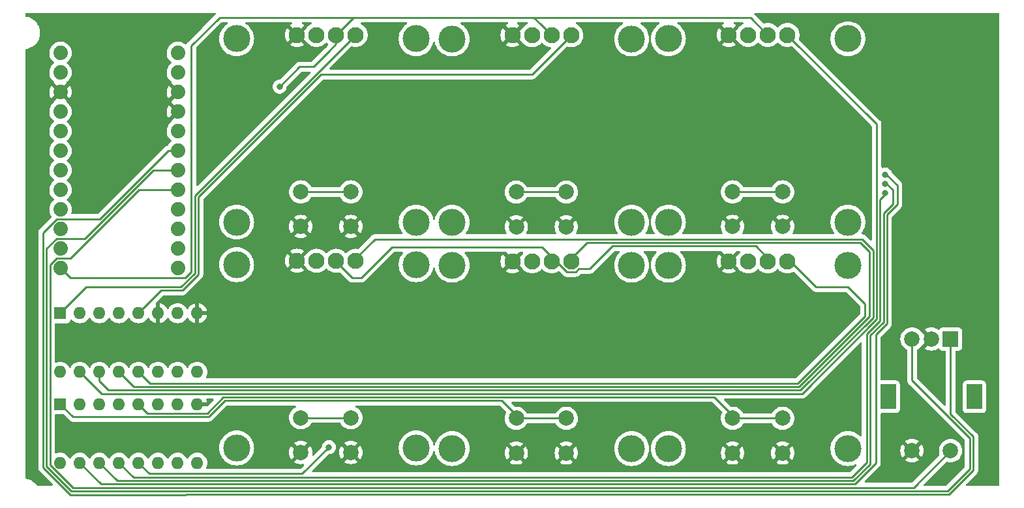
<source format=gbr>
%TF.GenerationSoftware,KiCad,Pcbnew,6.0.9-8da3e8f707~117~ubuntu22.04.1*%
%TF.CreationDate,2022-12-27T22:22:46-06:00*%
%TF.ProjectId,macropad2,6d616372-6f70-4616-9432-2e6b69636164,rev?*%
%TF.SameCoordinates,Original*%
%TF.FileFunction,Copper,L2,Bot*%
%TF.FilePolarity,Positive*%
%FSLAX46Y46*%
G04 Gerber Fmt 4.6, Leading zero omitted, Abs format (unit mm)*
G04 Created by KiCad (PCBNEW 6.0.9-8da3e8f707~117~ubuntu22.04.1) date 2022-12-27 22:22:46*
%MOMM*%
%LPD*%
G01*
G04 APERTURE LIST*
%TA.AperFunction,ComponentPad*%
%ADD10C,2.100000*%
%TD*%
%TA.AperFunction,WasherPad*%
%ADD11C,3.500000*%
%TD*%
%TA.AperFunction,ComponentPad*%
%ADD12C,2.000000*%
%TD*%
%TA.AperFunction,ComponentPad*%
%ADD13R,1.600000X1.600000*%
%TD*%
%TA.AperFunction,ComponentPad*%
%ADD14O,1.600000X1.600000*%
%TD*%
%TA.AperFunction,ComponentPad*%
%ADD15C,1.879600*%
%TD*%
%TA.AperFunction,ComponentPad*%
%ADD16R,2.000000X2.000000*%
%TD*%
%TA.AperFunction,ComponentPad*%
%ADD17R,2.000000X3.200000*%
%TD*%
%TA.AperFunction,ViaPad*%
%ADD18C,0.800000*%
%TD*%
%TA.AperFunction,Conductor*%
%ADD19C,0.250000*%
%TD*%
G04 APERTURE END LIST*
D10*
%TO.P,OLED5,4,SDA*%
%TO.N,OLED_SDA_5*%
X153060000Y-69675000D03*
%TO.P,OLED5,3,SCL*%
%TO.N,SCL*%
X150520000Y-69675000D03*
%TO.P,OLED5,2,VCC*%
%TO.N,3v3*%
X147980000Y-69675000D03*
%TO.P,OLED5,1,GND*%
%TO.N,GND*%
X145440000Y-69675000D03*
D11*
%TO.P,OLED5,*%
%TO.N,*%
X137600000Y-70175000D03*
X160900000Y-93975000D03*
X137600000Y-93975000D03*
X160900000Y-70175000D03*
%TD*%
D12*
%TO.P,SW5,2,B*%
%TO.N,GND*%
X152425000Y-94550000D03*
X145925000Y-94550000D03*
%TO.P,SW5,1,A*%
%TO.N,SW_5*%
X145925000Y-90050000D03*
X152425000Y-90050000D03*
%TD*%
D10*
%TO.P,OLED4,4,SDA*%
%TO.N,OLED_SDA_4*%
X125085000Y-69600000D03*
%TO.P,OLED4,3,SCL*%
%TO.N,SCL*%
X122545000Y-69600000D03*
%TO.P,OLED4,2,VCC*%
%TO.N,3v3*%
X120005000Y-69600000D03*
%TO.P,OLED4,1,GND*%
%TO.N,GND*%
X117465000Y-69600000D03*
D11*
%TO.P,OLED4,*%
%TO.N,*%
X109625000Y-70100000D03*
X132925000Y-93900000D03*
X109625000Y-93900000D03*
X132925000Y-70100000D03*
%TD*%
D12*
%TO.P,SW4,2,B*%
%TO.N,GND*%
X124450000Y-94475000D03*
X117950000Y-94475000D03*
%TO.P,SW4,1,A*%
%TO.N,SW_4*%
X117950000Y-89975000D03*
X124450000Y-89975000D03*
%TD*%
D13*
%TO.P,U3,1,A4*%
%TO.N,SW_5*%
X86725000Y-88200000D03*
D14*
%TO.P,U3,2,A6*%
%TO.N,unconnected-(U3-Pad2)*%
X89265000Y-88200000D03*
%TO.P,U3,3,A*%
%TO.N,SWITCH_SIG*%
X91805000Y-88200000D03*
%TO.P,U3,4,A7*%
%TO.N,unconnected-(U3-Pad4)*%
X94345000Y-88200000D03*
%TO.P,U3,5,A5*%
%TO.N,SW_6*%
X96885000Y-88200000D03*
%TO.P,U3,6,~{E}*%
%TO.N,GND*%
X99425000Y-88200000D03*
%TO.P,U3,7,VEE*%
%TO.N,unconnected-(U3-Pad7)*%
X101965000Y-88200000D03*
%TO.P,U3,8,GND*%
%TO.N,GND*%
X104505000Y-88200000D03*
%TO.P,U3,9,S2*%
%TO.N,ADDR2*%
X104505000Y-95820000D03*
%TO.P,U3,10,S1*%
%TO.N,ADDR1*%
X101965000Y-95820000D03*
%TO.P,U3,11,S0*%
%TO.N,ADDR0*%
X99425000Y-95820000D03*
%TO.P,U3,12,A3*%
%TO.N,SW_4*%
X96885000Y-95820000D03*
%TO.P,U3,13,A0*%
%TO.N,SW_3*%
X94345000Y-95820000D03*
%TO.P,U3,14,A1*%
%TO.N,SW_2*%
X91805000Y-95820000D03*
%TO.P,U3,15,A2*%
%TO.N,SW_1*%
X89265000Y-95820000D03*
%TO.P,U3,16,VCC*%
%TO.N,3v3*%
X86725000Y-95820000D03*
%TD*%
D15*
%TO.P,U2,1,TX*%
%TO.N,unconnected-(U2-Pad1)*%
X102000000Y-42600000D03*
%TO.P,U2,2,RX*%
%TO.N,unconnected-(U2-Pad2)*%
X102000000Y-45140000D03*
%TO.P,U2,3,GND*%
%TO.N,GND*%
X102000000Y-47680000D03*
%TO.P,U2,4,GND*%
X102000000Y-50220000D03*
%TO.P,U2,5,GPIO2*%
%TO.N,unconnected-(U2-Pad5)*%
X102000000Y-52760000D03*
%TO.P,U2,6,GPIO3*%
%TO.N,ROTARY_A*%
X102000000Y-55300000D03*
%TO.P,U2,7,GPIO4*%
%TO.N,ROTARY_B*%
X102000000Y-57840000D03*
%TO.P,U2,8,GPIO5*%
%TO.N,ROTARY_SW*%
X102000000Y-60380000D03*
%TO.P,U2,9,GPIO6*%
%TO.N,SWITCH_SIG*%
X102000000Y-62920000D03*
%TO.P,U2,10,GPIO7*%
%TO.N,ADDR2*%
X102000000Y-65460000D03*
%TO.P,U2,11,GPIO8*%
%TO.N,ADDR1*%
X102000000Y-68000000D03*
%TO.P,U2,12,GPIO9*%
%TO.N,ADDR0*%
X102000000Y-70540000D03*
%TO.P,U2,13,GPIO21*%
%TO.N,SCL*%
X86760000Y-70540000D03*
%TO.P,U2,14,GPIO23*%
%TO.N,unconnected-(U2-Pad14)*%
X86760000Y-68000000D03*
%TO.P,U2,15,GPIO20*%
%TO.N,OLED_SDA*%
X86760000Y-65460000D03*
%TO.P,U2,16,GPIO22*%
%TO.N,unconnected-(U2-Pad16)*%
X86760000Y-62920000D03*
%TO.P,U2,17,GPIO26*%
%TO.N,unconnected-(U2-Pad17)*%
X86760000Y-60380000D03*
%TO.P,U2,18,GPIO27*%
%TO.N,unconnected-(U2-Pad18)*%
X86760000Y-57840000D03*
%TO.P,U2,19,GPIO28*%
%TO.N,unconnected-(U2-Pad19)*%
X86760000Y-55300000D03*
%TO.P,U2,20,GPIO29*%
%TO.N,unconnected-(U2-Pad20)*%
X86760000Y-52760000D03*
%TO.P,U2,21,VCC*%
%TO.N,3v3*%
X86760000Y-50220000D03*
%TO.P,U2,22,GND*%
%TO.N,GND*%
X86760000Y-47680000D03*
%TO.P,U2,23,RST*%
%TO.N,unconnected-(U2-Pad23)*%
X86760000Y-45140000D03*
%TO.P,U2,24,RAW*%
%TO.N,unconnected-(U2-Pad24)*%
X86760000Y-42600000D03*
%TD*%
D14*
%TO.P,U1,16,VCC*%
%TO.N,3v3*%
X86725000Y-84020000D03*
%TO.P,U1,15,A2*%
%TO.N,OLED_SDA_3*%
X89265000Y-84020000D03*
%TO.P,U1,14,A1*%
%TO.N,OLED_SDA_4*%
X91805000Y-84020000D03*
%TO.P,U1,13,A0*%
%TO.N,OLED_SDA_5*%
X94345000Y-84020000D03*
%TO.P,U1,12,A3*%
%TO.N,OLED_SDA_6*%
X96885000Y-84020000D03*
%TO.P,U1,11,S0*%
%TO.N,ADDR0*%
X99425000Y-84020000D03*
%TO.P,U1,10,S1*%
%TO.N,ADDR1*%
X101965000Y-84020000D03*
%TO.P,U1,9,S2*%
%TO.N,ADDR2*%
X104505000Y-84020000D03*
%TO.P,U1,8,GND*%
%TO.N,GND*%
X104505000Y-76400000D03*
%TO.P,U1,7,VEE*%
%TO.N,unconnected-(U1-Pad7)*%
X101965000Y-76400000D03*
%TO.P,U1,6,~{E}*%
%TO.N,GND*%
X99425000Y-76400000D03*
%TO.P,U1,5,A5*%
%TO.N,OLED_SDA_2*%
X96885000Y-76400000D03*
%TO.P,U1,4,A7*%
%TO.N,unconnected-(U1-Pad4)*%
X94345000Y-76400000D03*
%TO.P,U1,3,A*%
%TO.N,OLED_SDA*%
X91805000Y-76400000D03*
%TO.P,U1,2,A6*%
%TO.N,unconnected-(U1-Pad2)*%
X89265000Y-76400000D03*
D13*
%TO.P,U1,1,A4*%
%TO.N,OLED_SDA_1*%
X86725000Y-76400000D03*
%TD*%
D16*
%TO.P,SW7,A,A*%
%TO.N,ROTARY_A*%
X202300000Y-79750000D03*
D12*
%TO.P,SW7,B,B*%
%TO.N,ROTARY_B*%
X197300000Y-79750000D03*
%TO.P,SW7,C,C*%
%TO.N,GND*%
X199800000Y-79750000D03*
D17*
%TO.P,SW7,MP*%
%TO.N,N/C*%
X194200000Y-87250000D03*
X205400000Y-87250000D03*
D12*
%TO.P,SW7,S1,S1*%
%TO.N,GND*%
X197300000Y-94250000D03*
%TO.P,SW7,S2,S2*%
%TO.N,ROTARY_SW*%
X202300000Y-94250000D03*
%TD*%
%TO.P,SW6,1,A*%
%TO.N,SW_6*%
X180500000Y-90050000D03*
X174000000Y-90050000D03*
%TO.P,SW6,2,B*%
%TO.N,GND*%
X174000000Y-94550000D03*
X180500000Y-94550000D03*
%TD*%
%TO.P,SW3,1,A*%
%TO.N,SW_3*%
X180500000Y-60650000D03*
X174000000Y-60650000D03*
%TO.P,SW3,2,B*%
%TO.N,GND*%
X174000000Y-65150000D03*
X180500000Y-65150000D03*
%TD*%
%TO.P,SW2,1,A*%
%TO.N,SW_2*%
X152425000Y-60675000D03*
X145925000Y-60675000D03*
%TO.P,SW2,2,B*%
%TO.N,GND*%
X145925000Y-65175000D03*
X152425000Y-65175000D03*
%TD*%
%TO.P,SW1,1,A*%
%TO.N,SW_1*%
X124450000Y-60650000D03*
X117950000Y-60650000D03*
%TO.P,SW1,2,B*%
%TO.N,GND*%
X117950000Y-65150000D03*
X124450000Y-65150000D03*
%TD*%
D10*
%TO.P,OLED6,4,SDA*%
%TO.N,OLED_SDA_6*%
X181135000Y-69675000D03*
%TO.P,OLED6,3,SCL*%
%TO.N,SCL*%
X178595000Y-69675000D03*
%TO.P,OLED6,2,VCC*%
%TO.N,3v3*%
X176055000Y-69675000D03*
%TO.P,OLED6,1,GND*%
%TO.N,GND*%
X173515000Y-69675000D03*
D11*
%TO.P,OLED6,*%
%TO.N,*%
X165675000Y-70175000D03*
X188975000Y-93975000D03*
X165675000Y-93975000D03*
X188975000Y-70175000D03*
%TD*%
D10*
%TO.P,OLED3,4,SDA*%
%TO.N,OLED_SDA_3*%
X181135000Y-40275000D03*
%TO.P,OLED3,3,SCL*%
%TO.N,SCL*%
X178595000Y-40275000D03*
%TO.P,OLED3,2,VCC*%
%TO.N,3v3*%
X176055000Y-40275000D03*
%TO.P,OLED3,1,GND*%
%TO.N,GND*%
X173515000Y-40275000D03*
D11*
%TO.P,OLED3,*%
%TO.N,*%
X165675000Y-40775000D03*
X188975000Y-64575000D03*
X165675000Y-64575000D03*
X188975000Y-40775000D03*
%TD*%
%TO.P,OLED2,*%
%TO.N,*%
X160900000Y-40800000D03*
X137600000Y-64600000D03*
X160900000Y-64600000D03*
X137600000Y-40800000D03*
D10*
%TO.P,OLED2,1,GND*%
%TO.N,GND*%
X145440000Y-40300000D03*
%TO.P,OLED2,2,VCC*%
%TO.N,3v3*%
X147980000Y-40300000D03*
%TO.P,OLED2,3,SCL*%
%TO.N,SCL*%
X150520000Y-40300000D03*
%TO.P,OLED2,4,SDA*%
%TO.N,OLED_SDA_2*%
X153060000Y-40300000D03*
%TD*%
D11*
%TO.P,OLED1,*%
%TO.N,*%
X132925000Y-40775000D03*
X109625000Y-64575000D03*
X132925000Y-64575000D03*
X109625000Y-40775000D03*
D10*
%TO.P,OLED1,1,GND*%
%TO.N,GND*%
X117465000Y-40275000D03*
%TO.P,OLED1,2,VCC*%
%TO.N,3v3*%
X120005000Y-40275000D03*
%TO.P,OLED1,3,SCL*%
%TO.N,SCL*%
X122545000Y-40275000D03*
%TO.P,OLED1,4,SDA*%
%TO.N,OLED_SDA_1*%
X125085000Y-40275000D03*
%TD*%
D18*
%TO.N,SCL*%
X115200000Y-47000000D03*
%TO.N,GND*%
X99400000Y-92200000D03*
X104400000Y-92200000D03*
%TO.N,SW_4*%
X121600000Y-93800000D03*
%TO.N,SW_3*%
X193800000Y-60800000D03*
%TO.N,SW_2*%
X193800000Y-59600000D03*
%TO.N,SW_1*%
X193800000Y-58400000D03*
%TD*%
D19*
%TO.N,SW_4*%
X117950000Y-89975000D02*
X124450000Y-89975000D01*
%TO.N,SW_5*%
X145925000Y-90050000D02*
X152425000Y-90050000D01*
%TO.N,SW_6*%
X174000000Y-90050000D02*
X180500000Y-90050000D01*
%TO.N,SW_3*%
X174000000Y-60650000D02*
X180500000Y-60650000D01*
%TO.N,SW_2*%
X145925000Y-60675000D02*
X152425000Y-60675000D01*
%TO.N,SW_1*%
X124450000Y-60650000D02*
X117950000Y-60650000D01*
%TO.N,GND*%
X104505000Y-76400000D02*
X110740000Y-76400000D01*
X110740000Y-76400000D02*
X117465000Y-69675000D01*
%TO.N,SCL*%
X178595000Y-69275000D02*
X177020000Y-67700000D01*
X177020000Y-67700000D02*
X158400000Y-67700000D01*
X158400000Y-67700000D02*
X155450000Y-70650000D01*
X154029544Y-70650000D02*
X153629544Y-71050000D01*
X129800000Y-67800000D02*
X125800000Y-71800000D01*
X155450000Y-70650000D02*
X154029544Y-70650000D01*
X153629544Y-71050000D02*
X152490456Y-71050000D01*
X149240456Y-67800000D02*
X129800000Y-67800000D01*
X125800000Y-71800000D02*
X124670000Y-71800000D01*
X152490456Y-71050000D02*
X149240456Y-67800000D01*
X124670000Y-71800000D02*
X122545000Y-69675000D01*
%TO.N,ROTARY_A*%
X202300000Y-79750000D02*
X202300000Y-89463604D01*
X103050000Y-99950000D02*
X103000000Y-100000000D01*
X84500000Y-65931302D02*
X86246502Y-64184800D01*
X202300000Y-89463604D02*
X205250000Y-92413604D01*
X91842408Y-64184800D02*
X100727208Y-55300000D01*
X205250000Y-92413604D02*
X205250000Y-96786396D01*
X205250000Y-96786396D02*
X202086396Y-99950000D01*
X84500000Y-96458783D02*
X84500000Y-65931302D01*
X202086396Y-99950000D02*
X103050000Y-99950000D01*
X103000000Y-100000000D02*
X88041217Y-100000000D01*
X88041217Y-100000000D02*
X84500000Y-96458783D01*
X86246502Y-64184800D02*
X91842408Y-64184800D01*
X100727208Y-55300000D02*
X102000000Y-55300000D01*
%TO.N,ROTARY_B*%
X197300000Y-79750000D02*
X197300000Y-85100000D01*
X197300000Y-85100000D02*
X204800000Y-92600000D01*
X84950000Y-68021302D02*
X86236102Y-66735200D01*
X204800000Y-92600000D02*
X204800000Y-96600000D01*
X204800000Y-96600000D02*
X201900000Y-99500000D01*
X98823604Y-57840000D02*
X102000000Y-57840000D01*
X201900000Y-99500000D02*
X88177613Y-99500000D01*
X84950000Y-96272387D02*
X84950000Y-68021302D01*
X88177613Y-99500000D02*
X84950000Y-96272387D01*
X89928404Y-66735200D02*
X98823604Y-57840000D01*
X86236102Y-66735200D02*
X89928404Y-66735200D01*
%TO.N,ROTARY_SW*%
X202300000Y-94250000D02*
X197500000Y-99050000D01*
X197500000Y-99050000D02*
X88364009Y-99050000D01*
X88364009Y-99050000D02*
X85400000Y-96085991D01*
X85400000Y-96085991D02*
X85400000Y-70111302D01*
X85400000Y-70111302D02*
X86246502Y-69264800D01*
X96920000Y-60380000D02*
X102000000Y-60380000D01*
X86246502Y-69264800D02*
X88035200Y-69264800D01*
X88035200Y-69264800D02*
X96920000Y-60380000D01*
%TO.N,SCL*%
X124820000Y-38000000D02*
X107400000Y-38000000D01*
X107400000Y-38000000D02*
X103750000Y-41650000D01*
X103750000Y-41650000D02*
X103750000Y-71013604D01*
X103750000Y-71013604D02*
X102958804Y-71804800D01*
X102958804Y-71804800D02*
X88024800Y-71804800D01*
X88024800Y-71804800D02*
X86760000Y-70540000D01*
X117800000Y-44400000D02*
X115200000Y-47000000D01*
X118400000Y-44400000D02*
X117800000Y-44400000D01*
X122545000Y-41455000D02*
X121600000Y-42400000D01*
X122545000Y-40275000D02*
X122545000Y-41455000D01*
X121600000Y-42400000D02*
X119600000Y-44400000D01*
X119600000Y-44400000D02*
X118400000Y-44400000D01*
X148200000Y-38000000D02*
X176320000Y-38000000D01*
X176320000Y-38000000D02*
X178595000Y-40275000D01*
%TO.N,OLED_SDA_2*%
X96885000Y-76400000D02*
X99835000Y-73450000D01*
X99835000Y-73450000D02*
X102586396Y-73450000D01*
X104650000Y-61346396D02*
X120596396Y-45400000D01*
X102586396Y-73450000D02*
X104650000Y-71386396D01*
X104650000Y-71386396D02*
X104650000Y-61346396D01*
X120596396Y-45400000D02*
X147960000Y-45400000D01*
X147960000Y-45400000D02*
X153060000Y-40300000D01*
%TO.N,OLED_SDA_1*%
X86725000Y-76400000D02*
X90125000Y-73000000D01*
X90125000Y-73000000D02*
X102400000Y-73000000D01*
X102400000Y-73000000D02*
X104200000Y-71200000D01*
X104200000Y-71200000D02*
X104200000Y-61160000D01*
X104200000Y-61160000D02*
X125085000Y-40275000D01*
%TO.N,GND*%
X99400000Y-92200000D02*
X104400000Y-92200000D01*
X104600000Y-92200000D02*
X104400000Y-92200000D01*
%TO.N,SW_4*%
X118150000Y-97250000D02*
X121600000Y-93800000D01*
X108200000Y-97250000D02*
X118150000Y-97250000D01*
X96885000Y-95820000D02*
X98315000Y-97250000D01*
X98315000Y-97250000D02*
X108200000Y-97250000D01*
%TO.N,SW_3*%
X94345000Y-95820000D02*
X96225000Y-97700000D01*
X96225000Y-97700000D02*
X189500000Y-97700000D01*
X191400000Y-79109188D02*
X193150000Y-77359188D01*
X193150000Y-77359188D02*
X193150000Y-61650000D01*
X189500000Y-97700000D02*
X191400000Y-95800000D01*
X191400000Y-95800000D02*
X191400000Y-79109188D01*
X193150000Y-61650000D02*
X193800000Y-61000000D01*
%TO.N,SW_2*%
X91805000Y-95820000D02*
X94135000Y-98150000D01*
X94135000Y-98150000D02*
X189686396Y-98150000D01*
X189686396Y-98150000D02*
X191850000Y-95986396D01*
X191850000Y-95986396D02*
X191850000Y-79295584D01*
X191850000Y-79295584D02*
X193600000Y-77545584D01*
X193600000Y-77545584D02*
X193600000Y-63413604D01*
X193600000Y-63413604D02*
X194800000Y-62213604D01*
X194800000Y-60400000D02*
X194000000Y-59600000D01*
X194800000Y-62213604D02*
X194800000Y-60400000D01*
X194000000Y-59600000D02*
X193800000Y-59600000D01*
%TO.N,SW_1*%
X89265000Y-95820000D02*
X92045000Y-98600000D01*
X189872792Y-98600000D02*
X192600000Y-95872792D01*
X92045000Y-98600000D02*
X189872792Y-98600000D01*
X192600000Y-95872792D02*
X192600000Y-79181980D01*
X192600000Y-79181980D02*
X194050000Y-77731980D01*
X194050000Y-77731980D02*
X194050000Y-63600000D01*
X194050000Y-63600000D02*
X195400000Y-62250000D01*
X195400000Y-62250000D02*
X195400000Y-59800000D01*
X195400000Y-59800000D02*
X194000000Y-58400000D01*
X194000000Y-58400000D02*
X193800000Y-58400000D01*
%TO.N,SCL*%
X149100000Y-38900000D02*
X148200000Y-38000000D01*
X149120000Y-38900000D02*
X149100000Y-38900000D01*
X150520000Y-40300000D02*
X149120000Y-38900000D01*
X148200000Y-38000000D02*
X124820000Y-38000000D01*
X124820000Y-38000000D02*
X122545000Y-40275000D01*
%TO.N,SW_5*%
X86725000Y-88200000D02*
X88375000Y-89850000D01*
X144025000Y-87750000D02*
X145925000Y-89650000D01*
X88375000Y-89850000D02*
X105986396Y-89850000D01*
X105986396Y-89850000D02*
X108086396Y-87750000D01*
X108086396Y-87750000D02*
X144025000Y-87750000D01*
%TO.N,SW_6*%
X96885000Y-88200000D02*
X98085000Y-89400000D01*
X98085000Y-89400000D02*
X105800000Y-89400000D01*
X107900000Y-87300000D02*
X171650000Y-87300000D01*
X105800000Y-89400000D02*
X107900000Y-87300000D01*
X171650000Y-87300000D02*
X174000000Y-89650000D01*
%TO.N,OLED_SDA_3*%
X89265000Y-84020000D02*
X92095000Y-86850000D01*
X192700000Y-77172792D02*
X192700000Y-51840000D01*
X92095000Y-86850000D02*
X183022792Y-86850000D01*
X183022792Y-86850000D02*
X192700000Y-77172792D01*
X192700000Y-51840000D02*
X181135000Y-40275000D01*
%TO.N,OLED_SDA_6*%
X181135000Y-69275000D02*
X184860000Y-73000000D01*
X189000000Y-73000000D02*
X191200000Y-75200000D01*
X191200000Y-75200000D02*
X191200000Y-76763604D01*
X182463604Y-85500000D02*
X98365000Y-85500000D01*
X184860000Y-73000000D02*
X189000000Y-73000000D01*
X191200000Y-76763604D02*
X182463604Y-85500000D01*
X98365000Y-85500000D02*
X96885000Y-84020000D01*
%TO.N,OLED_SDA_5*%
X153060000Y-69275000D02*
X155085000Y-67250000D01*
X155085000Y-67250000D02*
X190600000Y-67250000D01*
X191800000Y-76800000D02*
X182650000Y-85950000D01*
X190600000Y-67250000D02*
X191800000Y-68450000D01*
X191800000Y-68450000D02*
X191800000Y-76800000D01*
X182650000Y-85950000D02*
X96275000Y-85950000D01*
X96275000Y-85950000D02*
X94345000Y-84020000D01*
%TO.N,OLED_SDA_4*%
X125085000Y-69275000D02*
X127560000Y-66800000D01*
X91805000Y-85205000D02*
X91805000Y-84020000D01*
X127560000Y-66800000D02*
X190800000Y-66800000D01*
X190800000Y-66800000D02*
X192250000Y-68250000D01*
X93000000Y-86400000D02*
X91805000Y-85205000D01*
X192250000Y-68250000D02*
X192250000Y-76986396D01*
X192250000Y-76986396D02*
X182836396Y-86400000D01*
X182836396Y-86400000D02*
X93000000Y-86400000D01*
%TD*%
%TA.AperFunction,Conductor*%
%TO.N,GND*%
G36*
X106868027Y-37420002D02*
G01*
X106914520Y-37473658D01*
X106924624Y-37543932D01*
X106895130Y-37608512D01*
X106889001Y-37615095D01*
X105122991Y-39381104D01*
X103357747Y-41146348D01*
X103349461Y-41153888D01*
X103342982Y-41158000D01*
X103337557Y-41163777D01*
X103296357Y-41207651D01*
X103293602Y-41210493D01*
X103273865Y-41230230D01*
X103271385Y-41233427D01*
X103263682Y-41242447D01*
X103233414Y-41274679D01*
X103229595Y-41281625D01*
X103229593Y-41281628D01*
X103223652Y-41292434D01*
X103212801Y-41308953D01*
X103200386Y-41324959D01*
X103197241Y-41332228D01*
X103197238Y-41332232D01*
X103182826Y-41365537D01*
X103177609Y-41376187D01*
X103156305Y-41414940D01*
X103154334Y-41422615D01*
X103154334Y-41422616D01*
X103151267Y-41434562D01*
X103144864Y-41453265D01*
X103143748Y-41455844D01*
X103098337Y-41510419D01*
X103030630Y-41531780D01*
X102962123Y-41513144D01*
X102950022Y-41504690D01*
X102872442Y-41443421D01*
X102808278Y-41392747D01*
X102808273Y-41392744D01*
X102804224Y-41389546D01*
X102799708Y-41387053D01*
X102799705Y-41387051D01*
X102600250Y-41276946D01*
X102600246Y-41276944D01*
X102595726Y-41274449D01*
X102590857Y-41272725D01*
X102590853Y-41272723D01*
X102376105Y-41196676D01*
X102376101Y-41196675D01*
X102371230Y-41194950D01*
X102366140Y-41194043D01*
X102366135Y-41194042D01*
X102230064Y-41169805D01*
X102136764Y-41153186D01*
X102047637Y-41152097D01*
X101903795Y-41150339D01*
X101903793Y-41150339D01*
X101898625Y-41150276D01*
X101663209Y-41186300D01*
X101436838Y-41260289D01*
X101412953Y-41272723D01*
X101236248Y-41364710D01*
X101225590Y-41370258D01*
X101221457Y-41373361D01*
X101221454Y-41373363D01*
X101039275Y-41510147D01*
X101035140Y-41513252D01*
X100981837Y-41569030D01*
X100890229Y-41664893D01*
X100870602Y-41685431D01*
X100867688Y-41689703D01*
X100867687Y-41689704D01*
X100802741Y-41784911D01*
X100736394Y-41882172D01*
X100698135Y-41964594D01*
X100639436Y-42091052D01*
X100636122Y-42098191D01*
X100572477Y-42327685D01*
X100571928Y-42332819D01*
X100571928Y-42332821D01*
X100567705Y-42372338D01*
X100547170Y-42564494D01*
X100547467Y-42569646D01*
X100547467Y-42569650D01*
X100557008Y-42735115D01*
X100560879Y-42802255D01*
X100562016Y-42807301D01*
X100562017Y-42807307D01*
X100595111Y-42954156D01*
X100613237Y-43034585D01*
X100615179Y-43039367D01*
X100615180Y-43039371D01*
X100700893Y-43250457D01*
X100702837Y-43255244D01*
X100827274Y-43458306D01*
X100983204Y-43638317D01*
X101065154Y-43706353D01*
X101147560Y-43774768D01*
X101187195Y-43833671D01*
X101188693Y-43904651D01*
X101151578Y-43965174D01*
X101142728Y-43972472D01*
X101136201Y-43977373D01*
X101035140Y-44053252D01*
X100870602Y-44225431D01*
X100736394Y-44422172D01*
X100636122Y-44638191D01*
X100572477Y-44867685D01*
X100571928Y-44872819D01*
X100571928Y-44872821D01*
X100566449Y-44924089D01*
X100547170Y-45104494D01*
X100547467Y-45109646D01*
X100547467Y-45109650D01*
X100553502Y-45214313D01*
X100560879Y-45342255D01*
X100562016Y-45347301D01*
X100562017Y-45347307D01*
X100595111Y-45494156D01*
X100613237Y-45574585D01*
X100615179Y-45579367D01*
X100615180Y-45579371D01*
X100700893Y-45790457D01*
X100702837Y-45795244D01*
X100827274Y-45998306D01*
X100983204Y-46178317D01*
X101120146Y-46292008D01*
X101155535Y-46321389D01*
X101195170Y-46380292D01*
X101196668Y-46451272D01*
X101176887Y-46491929D01*
X101183826Y-46504615D01*
X102270115Y-47590905D01*
X102304141Y-47653217D01*
X102299076Y-47724033D01*
X102270115Y-47769095D01*
X102000000Y-48039210D01*
X101181087Y-48858124D01*
X101174327Y-48870504D01*
X101179728Y-48877719D01*
X101204539Y-48944239D01*
X101189447Y-49013614D01*
X101179837Y-49028592D01*
X101177081Y-49032284D01*
X101183826Y-49044615D01*
X102270115Y-50130905D01*
X102304141Y-50193217D01*
X102299076Y-50264033D01*
X102270115Y-50309095D01*
X102000000Y-50579210D01*
X101181087Y-51398124D01*
X101174327Y-51410504D01*
X101174761Y-51411084D01*
X101199572Y-51477605D01*
X101184480Y-51546979D01*
X101149546Y-51587353D01*
X101039275Y-51670147D01*
X101035140Y-51673252D01*
X100870602Y-51845431D01*
X100736394Y-52042172D01*
X100636122Y-52258191D01*
X100572477Y-52487685D01*
X100571928Y-52492819D01*
X100571928Y-52492821D01*
X100566449Y-52544089D01*
X100547170Y-52724494D01*
X100547467Y-52729646D01*
X100547467Y-52729650D01*
X100553502Y-52834313D01*
X100560879Y-52962255D01*
X100562016Y-52967301D01*
X100562017Y-52967307D01*
X100595111Y-53114156D01*
X100613237Y-53194585D01*
X100615179Y-53199367D01*
X100615180Y-53199371D01*
X100700893Y-53410457D01*
X100702837Y-53415244D01*
X100827274Y-53618306D01*
X100983204Y-53798317D01*
X101065154Y-53866353D01*
X101147560Y-53934768D01*
X101187195Y-53993671D01*
X101188693Y-54064651D01*
X101151578Y-54125174D01*
X101142728Y-54132472D01*
X101039275Y-54210147D01*
X101035140Y-54213252D01*
X100870602Y-54385431D01*
X100736394Y-54582172D01*
X100734217Y-54586863D01*
X100734212Y-54586871D01*
X100729147Y-54597784D01*
X100682324Y-54651151D01*
X100634817Y-54669090D01*
X100627319Y-54669326D01*
X100619709Y-54671537D01*
X100619702Y-54671538D01*
X100607860Y-54674979D01*
X100588501Y-54678988D01*
X100587191Y-54679154D01*
X100568411Y-54681526D01*
X100561045Y-54684442D01*
X100561039Y-54684444D01*
X100527306Y-54697800D01*
X100516076Y-54701645D01*
X100481225Y-54711770D01*
X100473615Y-54713981D01*
X100466792Y-54718016D01*
X100456174Y-54724295D01*
X100438421Y-54732992D01*
X100430776Y-54736019D01*
X100419591Y-54740448D01*
X100413176Y-54745109D01*
X100383820Y-54766437D01*
X100373903Y-54772951D01*
X100335846Y-54795458D01*
X100321525Y-54809779D01*
X100306492Y-54822619D01*
X100290101Y-54834528D01*
X100285050Y-54840634D01*
X100261910Y-54868605D01*
X100253920Y-54877384D01*
X91616908Y-63514395D01*
X91554596Y-63548421D01*
X91527813Y-63551300D01*
X88251916Y-63551300D01*
X88183795Y-63531298D01*
X88137302Y-63477642D01*
X88127198Y-63407368D01*
X88131357Y-63388672D01*
X88140260Y-63359371D01*
X88180443Y-63227111D01*
X88211529Y-62990992D01*
X88211930Y-62974573D01*
X88213182Y-62923365D01*
X88213182Y-62923361D01*
X88213264Y-62920000D01*
X88193750Y-62682644D01*
X88135731Y-62451663D01*
X88040767Y-62233259D01*
X88036097Y-62226039D01*
X87946284Y-62087211D01*
X87911406Y-62033298D01*
X87903979Y-62025135D01*
X87791715Y-61901759D01*
X87751124Y-61857150D01*
X87747073Y-61853951D01*
X87747069Y-61853947D01*
X87613348Y-61748342D01*
X87572285Y-61690425D01*
X87569053Y-61619502D01*
X87604678Y-61558091D01*
X87618271Y-61546882D01*
X87693814Y-61492998D01*
X87693821Y-61492992D01*
X87698020Y-61489997D01*
X87866716Y-61321889D01*
X88005690Y-61128486D01*
X88013452Y-61112782D01*
X88108917Y-60919624D01*
X88108918Y-60919622D01*
X88111211Y-60914982D01*
X88180443Y-60687111D01*
X88181118Y-60681985D01*
X88211092Y-60454313D01*
X88211092Y-60454309D01*
X88211529Y-60450992D01*
X88211719Y-60443223D01*
X88213182Y-60383365D01*
X88213182Y-60383361D01*
X88213264Y-60380000D01*
X88193750Y-60142644D01*
X88135731Y-59911663D01*
X88047190Y-59708030D01*
X88042827Y-59697996D01*
X88042825Y-59697993D01*
X88040767Y-59693259D01*
X88023694Y-59666867D01*
X87940317Y-59537988D01*
X87911406Y-59493298D01*
X87904735Y-59485966D01*
X87852931Y-59429035D01*
X87751124Y-59317150D01*
X87747073Y-59313951D01*
X87747069Y-59313947D01*
X87616581Y-59210895D01*
X87613347Y-59208341D01*
X87572285Y-59150425D01*
X87569053Y-59079502D01*
X87604678Y-59018091D01*
X87618271Y-59006882D01*
X87693814Y-58952998D01*
X87693821Y-58952992D01*
X87698020Y-58949997D01*
X87866716Y-58781889D01*
X88005690Y-58588486D01*
X88032785Y-58533665D01*
X88108917Y-58379624D01*
X88108918Y-58379622D01*
X88111211Y-58374982D01*
X88180443Y-58147111D01*
X88196066Y-58028444D01*
X88211092Y-57914313D01*
X88211092Y-57914309D01*
X88211529Y-57910992D01*
X88212701Y-57863056D01*
X88213182Y-57843365D01*
X88213182Y-57843361D01*
X88213264Y-57840000D01*
X88193750Y-57602644D01*
X88135731Y-57371663D01*
X88040767Y-57153259D01*
X88023694Y-57126867D01*
X87940317Y-56997988D01*
X87911406Y-56953298D01*
X87751124Y-56777150D01*
X87747073Y-56773951D01*
X87747069Y-56773947D01*
X87613348Y-56668342D01*
X87572285Y-56610425D01*
X87569053Y-56539502D01*
X87604678Y-56478091D01*
X87618271Y-56466882D01*
X87693814Y-56412998D01*
X87693821Y-56412992D01*
X87698020Y-56409997D01*
X87866716Y-56241889D01*
X88005690Y-56048486D01*
X88051774Y-55955244D01*
X88108917Y-55839624D01*
X88108918Y-55839622D01*
X88111211Y-55834982D01*
X88180443Y-55607111D01*
X88211529Y-55370992D01*
X88213264Y-55300000D01*
X88193750Y-55062644D01*
X88135731Y-54831663D01*
X88068806Y-54677745D01*
X88042827Y-54617996D01*
X88042825Y-54617993D01*
X88040767Y-54613259D01*
X88023694Y-54586867D01*
X87914216Y-54417642D01*
X87911406Y-54413298D01*
X87751124Y-54237150D01*
X87747073Y-54233951D01*
X87747069Y-54233947D01*
X87613348Y-54128342D01*
X87572285Y-54070425D01*
X87569053Y-53999502D01*
X87604678Y-53938091D01*
X87618271Y-53926882D01*
X87693814Y-53872998D01*
X87693821Y-53872992D01*
X87698020Y-53869997D01*
X87866716Y-53701889D01*
X88005690Y-53508486D01*
X88051774Y-53415244D01*
X88108917Y-53299624D01*
X88108918Y-53299622D01*
X88111211Y-53294982D01*
X88180443Y-53067111D01*
X88211529Y-52830992D01*
X88213264Y-52760000D01*
X88193750Y-52522644D01*
X88135731Y-52291663D01*
X88040767Y-52073259D01*
X88035748Y-52065500D01*
X87914216Y-51877642D01*
X87911406Y-51873298D01*
X87751124Y-51697150D01*
X87747073Y-51693951D01*
X87747069Y-51693947D01*
X87664660Y-51628865D01*
X87613347Y-51588341D01*
X87572285Y-51530425D01*
X87569053Y-51459502D01*
X87604678Y-51398091D01*
X87618271Y-51386882D01*
X87693814Y-51332998D01*
X87693821Y-51332992D01*
X87698020Y-51329997D01*
X87866716Y-51161889D01*
X88005690Y-50968486D01*
X88051774Y-50875244D01*
X88108917Y-50759624D01*
X88108918Y-50759622D01*
X88111211Y-50754982D01*
X88180443Y-50527111D01*
X88211529Y-50290992D01*
X88213264Y-50220000D01*
X88210770Y-50189662D01*
X100547969Y-50189662D01*
X100561078Y-50417017D01*
X100562514Y-50427237D01*
X100612580Y-50649393D01*
X100615659Y-50659221D01*
X100701338Y-50870223D01*
X100705991Y-50879434D01*
X100801153Y-51034723D01*
X100811611Y-51044185D01*
X100820387Y-51040402D01*
X101627979Y-50232811D01*
X101635592Y-50218868D01*
X101635461Y-50217034D01*
X101631210Y-50210420D01*
X100825220Y-49404431D01*
X100813688Y-49398134D01*
X100801406Y-49407757D01*
X100739747Y-49498146D01*
X100734654Y-49507110D01*
X100638768Y-49713679D01*
X100635211Y-49723347D01*
X100574352Y-49942797D01*
X100572421Y-49952916D01*
X100548221Y-50179373D01*
X100547969Y-50189662D01*
X88210770Y-50189662D01*
X88193750Y-49982644D01*
X88135731Y-49751663D01*
X88040767Y-49533259D01*
X88023851Y-49507110D01*
X87914216Y-49337642D01*
X87911406Y-49333298D01*
X87751124Y-49157150D01*
X87747073Y-49153951D01*
X87747069Y-49153947D01*
X87604932Y-49041695D01*
X87563869Y-48983778D01*
X87560637Y-48912855D01*
X87582406Y-48868113D01*
X87575045Y-48854256D01*
X86772811Y-48052021D01*
X86758868Y-48044408D01*
X86757034Y-48044539D01*
X86750420Y-48048790D01*
X85941083Y-48858128D01*
X85934326Y-48870503D01*
X85934760Y-48871083D01*
X85959572Y-48937603D01*
X85944481Y-49006977D01*
X85909546Y-49047353D01*
X85799275Y-49130147D01*
X85795140Y-49133252D01*
X85630602Y-49305431D01*
X85496394Y-49502172D01*
X85396122Y-49718191D01*
X85332477Y-49947685D01*
X85331928Y-49952819D01*
X85331928Y-49952821D01*
X85326449Y-50004089D01*
X85307170Y-50184494D01*
X85307467Y-50189646D01*
X85307467Y-50189650D01*
X85313502Y-50294313D01*
X85320879Y-50422255D01*
X85322016Y-50427301D01*
X85322017Y-50427307D01*
X85355111Y-50574156D01*
X85373237Y-50654585D01*
X85375179Y-50659367D01*
X85375180Y-50659371D01*
X85460798Y-50870223D01*
X85462837Y-50875244D01*
X85587274Y-51078306D01*
X85743204Y-51258317D01*
X85805789Y-51310276D01*
X85907560Y-51394768D01*
X85947195Y-51453671D01*
X85948693Y-51524651D01*
X85911578Y-51585174D01*
X85902728Y-51592472D01*
X85799275Y-51670147D01*
X85795140Y-51673252D01*
X85630602Y-51845431D01*
X85496394Y-52042172D01*
X85396122Y-52258191D01*
X85332477Y-52487685D01*
X85331928Y-52492819D01*
X85331928Y-52492821D01*
X85326449Y-52544089D01*
X85307170Y-52724494D01*
X85307467Y-52729646D01*
X85307467Y-52729650D01*
X85313502Y-52834313D01*
X85320879Y-52962255D01*
X85322016Y-52967301D01*
X85322017Y-52967307D01*
X85355111Y-53114156D01*
X85373237Y-53194585D01*
X85375179Y-53199367D01*
X85375180Y-53199371D01*
X85460893Y-53410457D01*
X85462837Y-53415244D01*
X85587274Y-53618306D01*
X85743204Y-53798317D01*
X85825154Y-53866353D01*
X85907560Y-53934768D01*
X85947195Y-53993671D01*
X85948693Y-54064651D01*
X85911578Y-54125174D01*
X85902728Y-54132472D01*
X85799275Y-54210147D01*
X85795140Y-54213252D01*
X85630602Y-54385431D01*
X85496394Y-54582172D01*
X85494215Y-54586867D01*
X85410862Y-54766437D01*
X85396122Y-54798191D01*
X85332477Y-55027685D01*
X85331928Y-55032819D01*
X85331928Y-55032821D01*
X85326449Y-55084089D01*
X85307170Y-55264494D01*
X85307467Y-55269646D01*
X85307467Y-55269650D01*
X85313502Y-55374313D01*
X85320879Y-55502255D01*
X85322016Y-55507301D01*
X85322017Y-55507307D01*
X85355111Y-55654156D01*
X85373237Y-55734585D01*
X85375179Y-55739367D01*
X85375180Y-55739371D01*
X85460893Y-55950457D01*
X85462837Y-55955244D01*
X85587274Y-56158306D01*
X85743204Y-56338317D01*
X85825154Y-56406353D01*
X85907560Y-56474768D01*
X85947195Y-56533671D01*
X85948693Y-56604651D01*
X85911578Y-56665174D01*
X85902728Y-56672472D01*
X85799275Y-56750147D01*
X85795140Y-56753252D01*
X85630602Y-56925431D01*
X85496394Y-57122172D01*
X85396122Y-57338191D01*
X85332477Y-57567685D01*
X85331928Y-57572819D01*
X85331928Y-57572821D01*
X85328074Y-57608882D01*
X85307170Y-57804494D01*
X85307467Y-57809646D01*
X85307467Y-57809650D01*
X85313502Y-57914313D01*
X85320879Y-58042255D01*
X85322016Y-58047301D01*
X85322017Y-58047307D01*
X85348064Y-58162883D01*
X85373237Y-58274585D01*
X85375179Y-58279367D01*
X85375180Y-58279371D01*
X85455177Y-58476379D01*
X85462837Y-58495244D01*
X85587274Y-58698306D01*
X85743204Y-58878317D01*
X85825154Y-58946353D01*
X85907560Y-59014768D01*
X85947195Y-59073671D01*
X85948693Y-59144651D01*
X85911578Y-59205174D01*
X85902728Y-59212472D01*
X85799275Y-59290147D01*
X85795140Y-59293252D01*
X85630602Y-59465431D01*
X85627688Y-59469703D01*
X85627687Y-59469704D01*
X85554615Y-59576823D01*
X85496394Y-59662172D01*
X85452774Y-59756144D01*
X85404524Y-59860091D01*
X85396122Y-59878191D01*
X85332477Y-60107685D01*
X85331928Y-60112819D01*
X85331928Y-60112821D01*
X85326449Y-60164089D01*
X85307170Y-60344494D01*
X85307467Y-60349646D01*
X85307467Y-60349650D01*
X85313502Y-60454313D01*
X85320879Y-60582255D01*
X85322016Y-60587301D01*
X85322017Y-60587307D01*
X85355111Y-60734156D01*
X85373237Y-60814585D01*
X85375179Y-60819367D01*
X85375180Y-60819371D01*
X85455177Y-61016379D01*
X85462837Y-61035244D01*
X85587274Y-61238306D01*
X85743204Y-61418317D01*
X85825154Y-61486353D01*
X85907560Y-61554768D01*
X85947195Y-61613671D01*
X85948693Y-61684651D01*
X85911578Y-61745174D01*
X85902728Y-61752472D01*
X85799275Y-61830147D01*
X85795140Y-61833252D01*
X85630602Y-62005431D01*
X85627688Y-62009703D01*
X85627687Y-62009704D01*
X85553059Y-62119104D01*
X85496394Y-62202172D01*
X85464883Y-62270057D01*
X85417166Y-62372856D01*
X85396122Y-62418191D01*
X85332477Y-62647685D01*
X85331928Y-62652819D01*
X85331928Y-62652821D01*
X85328009Y-62689491D01*
X85307170Y-62884494D01*
X85307467Y-62889646D01*
X85307467Y-62889650D01*
X85313502Y-62994313D01*
X85320879Y-63122255D01*
X85322016Y-63127301D01*
X85322017Y-63127307D01*
X85355111Y-63274156D01*
X85373237Y-63354585D01*
X85375179Y-63359367D01*
X85375180Y-63359371D01*
X85423205Y-63477642D01*
X85462837Y-63575244D01*
X85587274Y-63778306D01*
X85590654Y-63782208D01*
X85593712Y-63786386D01*
X85592374Y-63787366D01*
X85618787Y-63845258D01*
X85608658Y-63915528D01*
X85583158Y-63952239D01*
X84107747Y-65427650D01*
X84099461Y-65435190D01*
X84092982Y-65439302D01*
X84087557Y-65445079D01*
X84046357Y-65488953D01*
X84043602Y-65491795D01*
X84023865Y-65511532D01*
X84021385Y-65514729D01*
X84013682Y-65523749D01*
X83983414Y-65555981D01*
X83979595Y-65562927D01*
X83979593Y-65562930D01*
X83973652Y-65573736D01*
X83962801Y-65590255D01*
X83950386Y-65606261D01*
X83947241Y-65613530D01*
X83947238Y-65613534D01*
X83932826Y-65646839D01*
X83927609Y-65657489D01*
X83906305Y-65696242D01*
X83904334Y-65703917D01*
X83904334Y-65703918D01*
X83901267Y-65715864D01*
X83894863Y-65734568D01*
X83886819Y-65753157D01*
X83885580Y-65760980D01*
X83885577Y-65760990D01*
X83879901Y-65796826D01*
X83877495Y-65808446D01*
X83866500Y-65851272D01*
X83866500Y-65871526D01*
X83864949Y-65891236D01*
X83861780Y-65911245D01*
X83862526Y-65919137D01*
X83865941Y-65955263D01*
X83866500Y-65967121D01*
X83866500Y-96380016D01*
X83865973Y-96391199D01*
X83864298Y-96398692D01*
X83864547Y-96406618D01*
X83864547Y-96406619D01*
X83866438Y-96466769D01*
X83866500Y-96470728D01*
X83866500Y-96498639D01*
X83866997Y-96502573D01*
X83866997Y-96502574D01*
X83867005Y-96502639D01*
X83867938Y-96514476D01*
X83869327Y-96558672D01*
X83874978Y-96578122D01*
X83878987Y-96597483D01*
X83881526Y-96617580D01*
X83884445Y-96624951D01*
X83884445Y-96624953D01*
X83897804Y-96658695D01*
X83901649Y-96669925D01*
X83913982Y-96712376D01*
X83918015Y-96719195D01*
X83918017Y-96719200D01*
X83924293Y-96729811D01*
X83932988Y-96747559D01*
X83940448Y-96766400D01*
X83945110Y-96772816D01*
X83945110Y-96772817D01*
X83966436Y-96802170D01*
X83972952Y-96812090D01*
X83987243Y-96836254D01*
X83995458Y-96850145D01*
X84009779Y-96864466D01*
X84022619Y-96879499D01*
X84034528Y-96895890D01*
X84064726Y-96920872D01*
X84068605Y-96924081D01*
X84077384Y-96932071D01*
X85730217Y-98584905D01*
X85764243Y-98647217D01*
X85759178Y-98718033D01*
X85716631Y-98774868D01*
X85650111Y-98799679D01*
X85641122Y-98800000D01*
X83800879Y-98800000D01*
X83732758Y-98779998D01*
X83702545Y-98752781D01*
X83694005Y-98742121D01*
X83555687Y-98569472D01*
X83391454Y-98413621D01*
X83350258Y-98374527D01*
X83350255Y-98374525D01*
X83347149Y-98371577D01*
X83113683Y-98203814D01*
X83091843Y-98192250D01*
X83068654Y-98179972D01*
X82859608Y-98069288D01*
X82589627Y-97970489D01*
X82308736Y-97909245D01*
X82307032Y-97909111D01*
X82243129Y-97879636D01*
X82204971Y-97819765D01*
X82200000Y-97784723D01*
X82200000Y-47649662D01*
X85307969Y-47649662D01*
X85321078Y-47877017D01*
X85322514Y-47887237D01*
X85372580Y-48109393D01*
X85375659Y-48119221D01*
X85461338Y-48330223D01*
X85465991Y-48339434D01*
X85561153Y-48494723D01*
X85571611Y-48504185D01*
X85580387Y-48500402D01*
X86387979Y-47692811D01*
X86394356Y-47681132D01*
X87124408Y-47681132D01*
X87124539Y-47682966D01*
X87128790Y-47689580D01*
X87934826Y-48495615D01*
X87946832Y-48502171D01*
X87958571Y-48493202D01*
X88002241Y-48432429D01*
X88007551Y-48423592D01*
X88108450Y-48219438D01*
X88112249Y-48209843D01*
X88178449Y-47991957D01*
X88180628Y-47981876D01*
X88210591Y-47754288D01*
X88211110Y-47747615D01*
X88212680Y-47683365D01*
X88212486Y-47676646D01*
X88210268Y-47649662D01*
X100547969Y-47649662D01*
X100561078Y-47877017D01*
X100562514Y-47887237D01*
X100612580Y-48109393D01*
X100615659Y-48119221D01*
X100701338Y-48330223D01*
X100705991Y-48339434D01*
X100801153Y-48494723D01*
X100811611Y-48504185D01*
X100820387Y-48500402D01*
X101627979Y-47692811D01*
X101635592Y-47678868D01*
X101635461Y-47677034D01*
X101631210Y-47670420D01*
X100825220Y-46864431D01*
X100813688Y-46858134D01*
X100801406Y-46867757D01*
X100739747Y-46958146D01*
X100734654Y-46967110D01*
X100638768Y-47173679D01*
X100635211Y-47183347D01*
X100574352Y-47402797D01*
X100572421Y-47412916D01*
X100548221Y-47639373D01*
X100547969Y-47649662D01*
X88210268Y-47649662D01*
X88193679Y-47447887D01*
X88191994Y-47437707D01*
X88136515Y-47216837D01*
X88133195Y-47207086D01*
X88042384Y-46998233D01*
X88037518Y-46989158D01*
X87958008Y-46866256D01*
X87947322Y-46857052D01*
X87937755Y-46861456D01*
X87132021Y-47667189D01*
X87124408Y-47681132D01*
X86394356Y-47681132D01*
X86395592Y-47678868D01*
X86395461Y-47677034D01*
X86391210Y-47670420D01*
X85585220Y-46864431D01*
X85573688Y-46858134D01*
X85561406Y-46867757D01*
X85499747Y-46958146D01*
X85494654Y-46967110D01*
X85398768Y-47173679D01*
X85395211Y-47183347D01*
X85334352Y-47402797D01*
X85332421Y-47412916D01*
X85308221Y-47639373D01*
X85307969Y-47649662D01*
X82200000Y-47649662D01*
X82200000Y-45104494D01*
X85307170Y-45104494D01*
X85307467Y-45109646D01*
X85307467Y-45109650D01*
X85313502Y-45214313D01*
X85320879Y-45342255D01*
X85322016Y-45347301D01*
X85322017Y-45347307D01*
X85355111Y-45494156D01*
X85373237Y-45574585D01*
X85375179Y-45579367D01*
X85375180Y-45579371D01*
X85460893Y-45790457D01*
X85462837Y-45795244D01*
X85587274Y-45998306D01*
X85743204Y-46178317D01*
X85880146Y-46292008D01*
X85915535Y-46321389D01*
X85955170Y-46380292D01*
X85956668Y-46451272D01*
X85936887Y-46491929D01*
X85943825Y-46504614D01*
X86747189Y-47307979D01*
X86761132Y-47315592D01*
X86762966Y-47315461D01*
X86769580Y-47311210D01*
X87577331Y-46503458D01*
X87584348Y-46490607D01*
X87582815Y-46488503D01*
X87558865Y-46421668D01*
X87574851Y-46352495D01*
X87611480Y-46311726D01*
X87698020Y-46249997D01*
X87866716Y-46081889D01*
X88005690Y-45888486D01*
X88017065Y-45865472D01*
X88108917Y-45679624D01*
X88108918Y-45679622D01*
X88111211Y-45674982D01*
X88180443Y-45447111D01*
X88194928Y-45337086D01*
X88211092Y-45214313D01*
X88211092Y-45214309D01*
X88211529Y-45210992D01*
X88213264Y-45140000D01*
X88193750Y-44902644D01*
X88135731Y-44671663D01*
X88040767Y-44453259D01*
X88023694Y-44426867D01*
X87914216Y-44257642D01*
X87911406Y-44253298D01*
X87751124Y-44077150D01*
X87747073Y-44073951D01*
X87747069Y-44073947D01*
X87667959Y-44011470D01*
X87613347Y-43968341D01*
X87572285Y-43910425D01*
X87569053Y-43839502D01*
X87604678Y-43778091D01*
X87618271Y-43766882D01*
X87693814Y-43712998D01*
X87693821Y-43712992D01*
X87698020Y-43709997D01*
X87866716Y-43541889D01*
X88005690Y-43348486D01*
X88051774Y-43255244D01*
X88108917Y-43139624D01*
X88108918Y-43139622D01*
X88111211Y-43134982D01*
X88180443Y-42907111D01*
X88182556Y-42891059D01*
X88211092Y-42674313D01*
X88211092Y-42674309D01*
X88211529Y-42670992D01*
X88213264Y-42600000D01*
X88193750Y-42362644D01*
X88135731Y-42131663D01*
X88052846Y-41941038D01*
X88042827Y-41917996D01*
X88042825Y-41917993D01*
X88040767Y-41913259D01*
X88036507Y-41906673D01*
X87954965Y-41780630D01*
X87911406Y-41713298D01*
X87894593Y-41694820D01*
X87834176Y-41628423D01*
X87751124Y-41537150D01*
X87747073Y-41533951D01*
X87747069Y-41533947D01*
X87568278Y-41392747D01*
X87568273Y-41392744D01*
X87564224Y-41389546D01*
X87559708Y-41387053D01*
X87559705Y-41387051D01*
X87360250Y-41276946D01*
X87360246Y-41276944D01*
X87355726Y-41274449D01*
X87350857Y-41272725D01*
X87350853Y-41272723D01*
X87136105Y-41196676D01*
X87136101Y-41196675D01*
X87131230Y-41194950D01*
X87126140Y-41194043D01*
X87126135Y-41194042D01*
X86990064Y-41169805D01*
X86896764Y-41153186D01*
X86807637Y-41152097D01*
X86663795Y-41150339D01*
X86663793Y-41150339D01*
X86658625Y-41150276D01*
X86423209Y-41186300D01*
X86196838Y-41260289D01*
X86172953Y-41272723D01*
X85996248Y-41364710D01*
X85985590Y-41370258D01*
X85981457Y-41373361D01*
X85981454Y-41373363D01*
X85799275Y-41510147D01*
X85795140Y-41513252D01*
X85741837Y-41569030D01*
X85650229Y-41664893D01*
X85630602Y-41685431D01*
X85627688Y-41689703D01*
X85627687Y-41689704D01*
X85562741Y-41784911D01*
X85496394Y-41882172D01*
X85458135Y-41964594D01*
X85399436Y-42091052D01*
X85396122Y-42098191D01*
X85332477Y-42327685D01*
X85331928Y-42332819D01*
X85331928Y-42332821D01*
X85327705Y-42372338D01*
X85307170Y-42564494D01*
X85307467Y-42569646D01*
X85307467Y-42569650D01*
X85317008Y-42735115D01*
X85320879Y-42802255D01*
X85322016Y-42807301D01*
X85322017Y-42807307D01*
X85355111Y-42954156D01*
X85373237Y-43034585D01*
X85375179Y-43039367D01*
X85375180Y-43039371D01*
X85460893Y-43250457D01*
X85462837Y-43255244D01*
X85587274Y-43458306D01*
X85743204Y-43638317D01*
X85825154Y-43706353D01*
X85907560Y-43774768D01*
X85947195Y-43833671D01*
X85948693Y-43904651D01*
X85911578Y-43965174D01*
X85902728Y-43972472D01*
X85896201Y-43977373D01*
X85795140Y-44053252D01*
X85630602Y-44225431D01*
X85496394Y-44422172D01*
X85396122Y-44638191D01*
X85332477Y-44867685D01*
X85331928Y-44872819D01*
X85331928Y-44872821D01*
X85326449Y-44924089D01*
X85307170Y-45104494D01*
X82200000Y-45104494D01*
X82200000Y-42214434D01*
X82220002Y-42146313D01*
X82273658Y-42099820D01*
X82300449Y-42091052D01*
X82488572Y-42052093D01*
X82568342Y-42035574D01*
X82839343Y-41939607D01*
X82987149Y-41863319D01*
X83091005Y-41809715D01*
X83091006Y-41809715D01*
X83094812Y-41807750D01*
X83098313Y-41805289D01*
X83098317Y-41805287D01*
X83256128Y-41694375D01*
X83330023Y-41642441D01*
X83440529Y-41539752D01*
X83537479Y-41449661D01*
X83537481Y-41449658D01*
X83540622Y-41446740D01*
X83722713Y-41224268D01*
X83872927Y-40979142D01*
X83956980Y-40787665D01*
X83986757Y-40719830D01*
X83988483Y-40715898D01*
X84000982Y-40672022D01*
X84043041Y-40524370D01*
X84067244Y-40439406D01*
X84102853Y-40189203D01*
X84107146Y-40159036D01*
X84107146Y-40159034D01*
X84107751Y-40154784D01*
X84108246Y-40060455D01*
X84109235Y-39871583D01*
X84109235Y-39871576D01*
X84109257Y-39867297D01*
X84071732Y-39582266D01*
X83995871Y-39304964D01*
X83950918Y-39199573D01*
X83884763Y-39044476D01*
X83884761Y-39044472D01*
X83883077Y-39040524D01*
X83762997Y-38839885D01*
X83737643Y-38797521D01*
X83737640Y-38797517D01*
X83735439Y-38793839D01*
X83555687Y-38569472D01*
X83347149Y-38371577D01*
X83113683Y-38203814D01*
X83091843Y-38192250D01*
X83068654Y-38179972D01*
X82859608Y-38069288D01*
X82589627Y-37970489D01*
X82308736Y-37909245D01*
X82307032Y-37909111D01*
X82243129Y-37879636D01*
X82204971Y-37819765D01*
X82200000Y-37784723D01*
X82200000Y-37526000D01*
X82220002Y-37457879D01*
X82273658Y-37411386D01*
X82326000Y-37400000D01*
X106799906Y-37400000D01*
X106868027Y-37420002D01*
G37*
%TD.AperFunction*%
%TA.AperFunction,Conductor*%
G36*
X208542121Y-37420002D02*
G01*
X208588614Y-37473658D01*
X208600000Y-37526000D01*
X208600000Y-98674000D01*
X208579998Y-98742121D01*
X208526342Y-98788614D01*
X208474000Y-98800000D01*
X204436490Y-98800000D01*
X204368369Y-98779998D01*
X204321876Y-98726342D01*
X204311772Y-98656068D01*
X204341266Y-98591488D01*
X204347395Y-98584905D01*
X205642247Y-97290053D01*
X205650537Y-97282509D01*
X205657018Y-97278396D01*
X205703659Y-97228728D01*
X205706413Y-97225887D01*
X205726135Y-97206165D01*
X205728612Y-97202972D01*
X205736317Y-97193951D01*
X205761159Y-97167496D01*
X205766586Y-97161717D01*
X205772078Y-97151727D01*
X205776346Y-97143964D01*
X205787202Y-97127437D01*
X205794757Y-97117698D01*
X205794758Y-97117696D01*
X205799614Y-97111436D01*
X205817174Y-97070856D01*
X205822391Y-97060208D01*
X205839875Y-97028405D01*
X205839876Y-97028403D01*
X205843695Y-97021456D01*
X205848733Y-97001833D01*
X205855137Y-96983130D01*
X205860033Y-96971816D01*
X205860033Y-96971815D01*
X205863181Y-96964541D01*
X205864420Y-96956718D01*
X205864423Y-96956708D01*
X205870099Y-96920872D01*
X205872505Y-96909252D01*
X205881528Y-96874107D01*
X205881528Y-96874106D01*
X205883500Y-96866426D01*
X205883500Y-96846172D01*
X205885051Y-96826461D01*
X205886980Y-96814282D01*
X205888220Y-96806453D01*
X205884059Y-96762434D01*
X205883500Y-96750577D01*
X205883500Y-92492371D01*
X205884027Y-92481188D01*
X205885702Y-92473695D01*
X205883562Y-92405618D01*
X205883500Y-92401659D01*
X205883500Y-92373748D01*
X205882995Y-92369748D01*
X205882062Y-92357905D01*
X205880922Y-92321634D01*
X205880673Y-92313715D01*
X205875021Y-92294261D01*
X205871013Y-92274904D01*
X205869468Y-92262674D01*
X205869468Y-92262673D01*
X205868474Y-92254807D01*
X205865555Y-92247434D01*
X205852196Y-92213692D01*
X205848351Y-92202462D01*
X205838229Y-92167621D01*
X205838229Y-92167620D01*
X205836018Y-92160011D01*
X205831985Y-92153192D01*
X205831983Y-92153187D01*
X205825707Y-92142576D01*
X205817012Y-92124828D01*
X205809552Y-92105987D01*
X205783564Y-92070217D01*
X205777048Y-92060297D01*
X205758580Y-92029069D01*
X205758578Y-92029066D01*
X205754542Y-92022242D01*
X205740221Y-92007921D01*
X205727380Y-91992887D01*
X205720131Y-91982910D01*
X205715472Y-91976497D01*
X205681395Y-91948306D01*
X205672616Y-91940316D01*
X202970405Y-89238104D01*
X202936379Y-89175792D01*
X202933500Y-89149009D01*
X202933500Y-88898134D01*
X203891500Y-88898134D01*
X203898255Y-88960316D01*
X203949385Y-89096705D01*
X204036739Y-89213261D01*
X204153295Y-89300615D01*
X204289684Y-89351745D01*
X204351866Y-89358500D01*
X206448134Y-89358500D01*
X206510316Y-89351745D01*
X206646705Y-89300615D01*
X206763261Y-89213261D01*
X206850615Y-89096705D01*
X206901745Y-88960316D01*
X206908500Y-88898134D01*
X206908500Y-85601866D01*
X206901745Y-85539684D01*
X206850615Y-85403295D01*
X206763261Y-85286739D01*
X206646705Y-85199385D01*
X206510316Y-85148255D01*
X206448134Y-85141500D01*
X204351866Y-85141500D01*
X204289684Y-85148255D01*
X204153295Y-85199385D01*
X204036739Y-85286739D01*
X203949385Y-85403295D01*
X203898255Y-85539684D01*
X203891500Y-85601866D01*
X203891500Y-88898134D01*
X202933500Y-88898134D01*
X202933500Y-81384500D01*
X202953502Y-81316379D01*
X203007158Y-81269886D01*
X203059500Y-81258500D01*
X203348134Y-81258500D01*
X203410316Y-81251745D01*
X203546705Y-81200615D01*
X203663261Y-81113261D01*
X203750615Y-80996705D01*
X203801745Y-80860316D01*
X203808500Y-80798134D01*
X203808500Y-78701866D01*
X203801745Y-78639684D01*
X203750615Y-78503295D01*
X203663261Y-78386739D01*
X203546705Y-78299385D01*
X203410316Y-78248255D01*
X203348134Y-78241500D01*
X201251866Y-78241500D01*
X201189684Y-78248255D01*
X201053295Y-78299385D01*
X200936739Y-78386739D01*
X200931358Y-78393919D01*
X200931357Y-78393920D01*
X200855974Y-78494503D01*
X200799115Y-78537018D01*
X200728296Y-78542044D01*
X200689983Y-78524824D01*
X200689121Y-78526230D01*
X200490958Y-78404795D01*
X200482163Y-78400313D01*
X200272012Y-78313266D01*
X200262627Y-78310217D01*
X200041446Y-78257115D01*
X200031699Y-78255572D01*
X199804930Y-78237725D01*
X199795070Y-78237725D01*
X199568301Y-78255572D01*
X199558554Y-78257115D01*
X199337373Y-78310217D01*
X199327988Y-78313266D01*
X199117837Y-78400313D01*
X199109042Y-78404795D01*
X198941555Y-78507432D01*
X198932093Y-78517890D01*
X198935876Y-78526666D01*
X200070115Y-79660905D01*
X200104141Y-79723217D01*
X200099076Y-79794032D01*
X200070115Y-79839095D01*
X198938920Y-80970290D01*
X198932160Y-80982670D01*
X198937887Y-80990320D01*
X199109042Y-81095205D01*
X199117837Y-81099687D01*
X199327988Y-81186734D01*
X199337373Y-81189783D01*
X199558554Y-81242885D01*
X199568301Y-81244428D01*
X199795070Y-81262275D01*
X199804930Y-81262275D01*
X200031699Y-81244428D01*
X200041446Y-81242885D01*
X200262627Y-81189783D01*
X200272012Y-81186734D01*
X200482163Y-81099687D01*
X200490958Y-81095205D01*
X200689121Y-80973770D01*
X200690396Y-80975851D01*
X200747739Y-80955280D01*
X200816918Y-80971242D01*
X200855974Y-81005497D01*
X200936739Y-81113261D01*
X201053295Y-81200615D01*
X201189684Y-81251745D01*
X201251866Y-81258500D01*
X201540500Y-81258500D01*
X201608621Y-81278502D01*
X201655114Y-81332158D01*
X201666500Y-81384500D01*
X201666500Y-88266406D01*
X201646498Y-88334527D01*
X201592842Y-88381020D01*
X201522568Y-88391124D01*
X201457988Y-88361630D01*
X201451405Y-88355501D01*
X197970405Y-84874500D01*
X197936379Y-84812188D01*
X197933500Y-84785405D01*
X197933500Y-81201566D01*
X197953502Y-81133445D01*
X197993665Y-81094133D01*
X198185202Y-80976759D01*
X198185208Y-80976755D01*
X198189416Y-80974176D01*
X198369969Y-80819969D01*
X198508753Y-80657474D01*
X198554686Y-80623598D01*
X198576668Y-80614122D01*
X199427978Y-79762812D01*
X199435592Y-79748868D01*
X199435461Y-79747035D01*
X199431210Y-79740420D01*
X198579710Y-78888920D01*
X198541352Y-78867974D01*
X198505928Y-78839218D01*
X198373177Y-78683787D01*
X198369969Y-78680031D01*
X198189416Y-78525824D01*
X198185208Y-78523245D01*
X198185202Y-78523241D01*
X197991183Y-78404346D01*
X197986963Y-78401760D01*
X197982393Y-78399867D01*
X197982389Y-78399865D01*
X197772167Y-78312789D01*
X197772165Y-78312788D01*
X197767594Y-78310895D01*
X197687391Y-78291640D01*
X197541524Y-78256620D01*
X197541518Y-78256619D01*
X197536711Y-78255465D01*
X197300000Y-78236835D01*
X197063289Y-78255465D01*
X197058482Y-78256619D01*
X197058476Y-78256620D01*
X196912609Y-78291640D01*
X196832406Y-78310895D01*
X196827835Y-78312788D01*
X196827833Y-78312789D01*
X196617611Y-78399865D01*
X196617607Y-78399867D01*
X196613037Y-78401760D01*
X196608817Y-78404346D01*
X196414798Y-78523241D01*
X196414792Y-78523245D01*
X196410584Y-78525824D01*
X196230031Y-78680031D01*
X196075824Y-78860584D01*
X196073245Y-78864792D01*
X196073241Y-78864798D01*
X195954346Y-79058817D01*
X195951760Y-79063037D01*
X195860895Y-79282406D01*
X195859740Y-79287218D01*
X195809478Y-79496574D01*
X195805465Y-79513289D01*
X195786835Y-79750000D01*
X195805465Y-79986711D01*
X195806619Y-79991518D01*
X195806620Y-79991524D01*
X195841640Y-80137391D01*
X195860895Y-80217594D01*
X195862788Y-80222165D01*
X195862789Y-80222167D01*
X195893951Y-80297398D01*
X195951760Y-80436963D01*
X195954346Y-80441183D01*
X196073241Y-80635202D01*
X196073245Y-80635208D01*
X196075824Y-80639416D01*
X196230031Y-80819969D01*
X196410584Y-80974176D01*
X196414792Y-80976755D01*
X196414798Y-80976759D01*
X196606335Y-81094133D01*
X196653966Y-81146781D01*
X196666500Y-81201566D01*
X196666500Y-85021233D01*
X196665973Y-85032416D01*
X196664298Y-85039909D01*
X196664547Y-85047835D01*
X196664547Y-85047836D01*
X196666438Y-85107986D01*
X196666500Y-85111945D01*
X196666500Y-85139856D01*
X196666997Y-85143790D01*
X196666997Y-85143791D01*
X196667005Y-85143856D01*
X196667938Y-85155693D01*
X196669327Y-85199889D01*
X196674978Y-85219339D01*
X196678987Y-85238700D01*
X196681526Y-85258797D01*
X196684445Y-85266168D01*
X196684445Y-85266170D01*
X196697804Y-85299912D01*
X196701649Y-85311142D01*
X196713982Y-85353593D01*
X196718015Y-85360412D01*
X196718017Y-85360417D01*
X196724293Y-85371028D01*
X196732988Y-85388776D01*
X196740448Y-85407617D01*
X196745110Y-85414033D01*
X196745110Y-85414034D01*
X196766436Y-85443387D01*
X196772952Y-85453307D01*
X196795458Y-85491362D01*
X196809779Y-85505683D01*
X196822619Y-85520716D01*
X196834528Y-85537107D01*
X196868605Y-85565298D01*
X196877384Y-85573288D01*
X204129595Y-92825499D01*
X204163621Y-92887811D01*
X204166500Y-92914594D01*
X204166500Y-96285405D01*
X204146498Y-96353526D01*
X204129595Y-96374500D01*
X201741000Y-98763095D01*
X201678688Y-98797121D01*
X201651905Y-98800000D01*
X198950094Y-98800000D01*
X198881973Y-98779998D01*
X198835480Y-98726342D01*
X198825376Y-98656068D01*
X198854870Y-98591488D01*
X198860999Y-98584905D01*
X199929405Y-97516500D01*
X201721541Y-95724364D01*
X201783853Y-95690338D01*
X201840049Y-95690940D01*
X201869148Y-95697926D01*
X202058476Y-95743380D01*
X202058482Y-95743381D01*
X202063289Y-95744535D01*
X202300000Y-95763165D01*
X202536711Y-95744535D01*
X202541518Y-95743381D01*
X202541524Y-95743380D01*
X202729152Y-95698334D01*
X202767594Y-95689105D01*
X202772167Y-95687211D01*
X202982389Y-95600135D01*
X202982393Y-95600133D01*
X202986963Y-95598240D01*
X203085925Y-95537596D01*
X203185202Y-95476759D01*
X203185208Y-95476755D01*
X203189416Y-95474176D01*
X203369969Y-95319969D01*
X203524176Y-95139416D01*
X203526755Y-95135208D01*
X203526759Y-95135202D01*
X203645654Y-94941183D01*
X203648240Y-94936963D01*
X203650229Y-94932163D01*
X203737211Y-94722167D01*
X203737212Y-94722165D01*
X203739105Y-94717594D01*
X203770208Y-94588041D01*
X203793380Y-94491524D01*
X203793381Y-94491518D01*
X203794535Y-94486711D01*
X203813165Y-94250000D01*
X203794535Y-94013289D01*
X203791116Y-93999045D01*
X203740260Y-93787218D01*
X203739105Y-93782406D01*
X203699954Y-93687887D01*
X203650135Y-93567611D01*
X203650133Y-93567607D01*
X203648240Y-93563037D01*
X203604061Y-93490943D01*
X203526759Y-93364798D01*
X203526755Y-93364792D01*
X203524176Y-93360584D01*
X203369969Y-93180031D01*
X203189416Y-93025824D01*
X203185208Y-93023245D01*
X203185202Y-93023241D01*
X202991183Y-92904346D01*
X202986963Y-92901760D01*
X202982393Y-92899867D01*
X202982389Y-92899865D01*
X202772167Y-92812789D01*
X202772165Y-92812788D01*
X202767594Y-92810895D01*
X202687391Y-92791640D01*
X202541524Y-92756620D01*
X202541518Y-92756619D01*
X202536711Y-92755465D01*
X202300000Y-92736835D01*
X202063289Y-92755465D01*
X202058482Y-92756619D01*
X202058476Y-92756620D01*
X201912609Y-92791640D01*
X201832406Y-92810895D01*
X201827835Y-92812788D01*
X201827833Y-92812789D01*
X201617611Y-92899865D01*
X201617607Y-92899867D01*
X201613037Y-92901760D01*
X201608817Y-92904346D01*
X201414798Y-93023241D01*
X201414792Y-93023245D01*
X201410584Y-93025824D01*
X201230031Y-93180031D01*
X201075824Y-93360584D01*
X201073245Y-93364792D01*
X201073241Y-93364798D01*
X200995939Y-93490943D01*
X200951760Y-93563037D01*
X200949867Y-93567607D01*
X200949865Y-93567611D01*
X200900046Y-93687887D01*
X200860895Y-93782406D01*
X200859740Y-93787218D01*
X200808885Y-93999045D01*
X200805465Y-94013289D01*
X200786835Y-94250000D01*
X200805465Y-94486711D01*
X200806619Y-94491518D01*
X200806620Y-94491524D01*
X200859060Y-94709951D01*
X200855513Y-94780859D01*
X200825636Y-94828460D01*
X199044382Y-96609713D01*
X197274500Y-98379595D01*
X197212188Y-98413621D01*
X197185405Y-98416500D01*
X191256386Y-98416500D01*
X191188265Y-98396498D01*
X191141772Y-98342842D01*
X191131668Y-98272568D01*
X191161162Y-98207988D01*
X191167291Y-98201405D01*
X192992247Y-96376449D01*
X193000537Y-96368905D01*
X193007018Y-96364792D01*
X193053659Y-96315124D01*
X193056413Y-96312283D01*
X193076135Y-96292561D01*
X193078612Y-96289368D01*
X193086317Y-96280347D01*
X193111159Y-96253892D01*
X193116586Y-96248113D01*
X193120407Y-96241163D01*
X193126346Y-96230360D01*
X193137202Y-96213833D01*
X193144757Y-96204094D01*
X193144758Y-96204092D01*
X193149614Y-96197832D01*
X193167174Y-96157252D01*
X193172391Y-96146604D01*
X193189875Y-96114801D01*
X193189876Y-96114799D01*
X193193695Y-96107852D01*
X193198733Y-96088229D01*
X193205137Y-96069526D01*
X193210033Y-96058212D01*
X193210033Y-96058211D01*
X193213181Y-96050937D01*
X193214420Y-96043114D01*
X193214423Y-96043104D01*
X193220099Y-96007268D01*
X193222505Y-95995648D01*
X193231528Y-95960503D01*
X193231528Y-95960502D01*
X193233500Y-95952822D01*
X193233500Y-95932568D01*
X193235051Y-95912857D01*
X193236980Y-95900678D01*
X193238220Y-95892849D01*
X193234059Y-95848830D01*
X193233500Y-95836973D01*
X193233500Y-95482670D01*
X196432160Y-95482670D01*
X196437887Y-95490320D01*
X196609042Y-95595205D01*
X196617837Y-95599687D01*
X196827988Y-95686734D01*
X196837373Y-95689783D01*
X197058554Y-95742885D01*
X197068301Y-95744428D01*
X197295070Y-95762275D01*
X197304930Y-95762275D01*
X197531699Y-95744428D01*
X197541446Y-95742885D01*
X197762627Y-95689783D01*
X197772012Y-95686734D01*
X197982163Y-95599687D01*
X197990958Y-95595205D01*
X198158445Y-95492568D01*
X198167907Y-95482110D01*
X198164124Y-95473334D01*
X197312812Y-94622022D01*
X197298868Y-94614408D01*
X197297035Y-94614539D01*
X197290420Y-94618790D01*
X196438920Y-95470290D01*
X196432160Y-95482670D01*
X193233500Y-95482670D01*
X193233500Y-94254930D01*
X195787725Y-94254930D01*
X195805572Y-94481699D01*
X195807115Y-94491446D01*
X195860217Y-94712627D01*
X195863266Y-94722012D01*
X195950313Y-94932163D01*
X195954795Y-94940958D01*
X196057432Y-95108445D01*
X196067890Y-95117907D01*
X196076666Y-95114124D01*
X196927978Y-94262812D01*
X196934356Y-94251132D01*
X197664408Y-94251132D01*
X197664539Y-94252965D01*
X197668790Y-94259580D01*
X198520290Y-95111080D01*
X198532670Y-95117840D01*
X198540320Y-95112113D01*
X198645205Y-94940958D01*
X198649687Y-94932163D01*
X198736734Y-94722012D01*
X198739783Y-94712627D01*
X198792885Y-94491446D01*
X198794428Y-94481699D01*
X198812275Y-94254930D01*
X198812275Y-94245070D01*
X198794428Y-94018301D01*
X198792885Y-94008554D01*
X198739783Y-93787373D01*
X198736734Y-93777988D01*
X198649687Y-93567837D01*
X198645205Y-93559042D01*
X198542568Y-93391555D01*
X198532110Y-93382093D01*
X198523334Y-93385876D01*
X197672022Y-94237188D01*
X197664408Y-94251132D01*
X196934356Y-94251132D01*
X196935592Y-94248868D01*
X196935461Y-94247035D01*
X196931210Y-94240420D01*
X196079710Y-93388920D01*
X196067330Y-93382160D01*
X196059680Y-93387887D01*
X195954795Y-93559042D01*
X195950313Y-93567837D01*
X195863266Y-93777988D01*
X195860217Y-93787373D01*
X195807115Y-94008554D01*
X195805572Y-94018301D01*
X195787725Y-94245070D01*
X195787725Y-94254930D01*
X193233500Y-94254930D01*
X193233500Y-93017890D01*
X196432093Y-93017890D01*
X196435876Y-93026666D01*
X197287188Y-93877978D01*
X197301132Y-93885592D01*
X197302965Y-93885461D01*
X197309580Y-93881210D01*
X198161080Y-93029710D01*
X198167840Y-93017330D01*
X198162113Y-93009680D01*
X197990958Y-92904795D01*
X197982163Y-92900313D01*
X197772012Y-92813266D01*
X197762627Y-92810217D01*
X197541446Y-92757115D01*
X197531699Y-92755572D01*
X197304930Y-92737725D01*
X197295070Y-92737725D01*
X197068301Y-92755572D01*
X197058554Y-92757115D01*
X196837373Y-92810217D01*
X196827988Y-92813266D01*
X196617837Y-92900313D01*
X196609042Y-92904795D01*
X196441555Y-93007432D01*
X196432093Y-93017890D01*
X193233500Y-93017890D01*
X193233500Y-89484500D01*
X193253502Y-89416379D01*
X193307158Y-89369886D01*
X193359500Y-89358500D01*
X195248134Y-89358500D01*
X195310316Y-89351745D01*
X195446705Y-89300615D01*
X195563261Y-89213261D01*
X195650615Y-89096705D01*
X195701745Y-88960316D01*
X195708500Y-88898134D01*
X195708500Y-85601866D01*
X195701745Y-85539684D01*
X195650615Y-85403295D01*
X195563261Y-85286739D01*
X195446705Y-85199385D01*
X195310316Y-85148255D01*
X195248134Y-85141500D01*
X193359500Y-85141500D01*
X193291379Y-85121498D01*
X193244886Y-85067842D01*
X193233500Y-85015500D01*
X193233500Y-79496574D01*
X193253502Y-79428453D01*
X193270405Y-79407479D01*
X194442247Y-78235637D01*
X194450537Y-78228093D01*
X194457018Y-78223980D01*
X194503659Y-78174312D01*
X194506413Y-78171471D01*
X194526135Y-78151749D01*
X194528612Y-78148556D01*
X194536317Y-78139535D01*
X194561159Y-78113080D01*
X194566586Y-78107301D01*
X194570407Y-78100351D01*
X194576346Y-78089548D01*
X194587202Y-78073021D01*
X194594757Y-78063282D01*
X194594758Y-78063280D01*
X194599614Y-78057020D01*
X194617174Y-78016440D01*
X194622391Y-78005792D01*
X194639875Y-77973989D01*
X194639876Y-77973987D01*
X194643695Y-77967040D01*
X194648733Y-77947417D01*
X194655137Y-77928714D01*
X194660033Y-77917400D01*
X194660033Y-77917399D01*
X194663181Y-77910125D01*
X194664420Y-77902302D01*
X194664423Y-77902292D01*
X194670099Y-77866456D01*
X194672505Y-77854836D01*
X194681528Y-77819691D01*
X194681528Y-77819690D01*
X194683500Y-77812010D01*
X194683500Y-77791756D01*
X194685051Y-77772045D01*
X194686980Y-77759866D01*
X194688220Y-77752037D01*
X194684059Y-77708018D01*
X194683500Y-77696161D01*
X194683500Y-63914594D01*
X194703502Y-63846473D01*
X194720405Y-63825499D01*
X195792247Y-62753657D01*
X195800537Y-62746113D01*
X195807018Y-62742000D01*
X195853659Y-62692332D01*
X195856413Y-62689491D01*
X195876134Y-62669770D01*
X195878612Y-62666575D01*
X195886318Y-62657553D01*
X195911158Y-62631101D01*
X195916586Y-62625321D01*
X195926346Y-62607568D01*
X195937199Y-62591045D01*
X195944753Y-62581306D01*
X195949613Y-62575041D01*
X195967176Y-62534457D01*
X195972383Y-62523827D01*
X195993695Y-62485060D01*
X195995666Y-62477383D01*
X195995668Y-62477378D01*
X195998732Y-62465442D01*
X196005138Y-62446730D01*
X196010033Y-62435419D01*
X196013181Y-62428145D01*
X196014421Y-62420317D01*
X196014423Y-62420310D01*
X196020099Y-62384476D01*
X196022505Y-62372856D01*
X196031528Y-62337711D01*
X196031528Y-62337710D01*
X196033500Y-62330030D01*
X196033500Y-62309776D01*
X196035051Y-62290065D01*
X196036980Y-62277886D01*
X196038220Y-62270057D01*
X196034059Y-62226038D01*
X196033500Y-62214181D01*
X196033500Y-59878767D01*
X196034027Y-59867584D01*
X196035702Y-59860091D01*
X196033562Y-59792014D01*
X196033500Y-59788055D01*
X196033500Y-59760144D01*
X196032995Y-59756144D01*
X196032062Y-59744301D01*
X196031503Y-59726498D01*
X196030673Y-59700111D01*
X196025021Y-59680657D01*
X196021013Y-59661300D01*
X196019468Y-59649070D01*
X196019468Y-59649069D01*
X196018474Y-59641203D01*
X196015555Y-59633830D01*
X196002196Y-59600088D01*
X195998351Y-59588858D01*
X195988229Y-59554017D01*
X195988229Y-59554016D01*
X195986018Y-59546407D01*
X195981985Y-59539588D01*
X195981983Y-59539583D01*
X195975707Y-59528972D01*
X195967012Y-59511224D01*
X195959552Y-59492383D01*
X195937256Y-59461694D01*
X195933564Y-59456613D01*
X195927048Y-59446693D01*
X195908580Y-59415465D01*
X195908578Y-59415462D01*
X195904542Y-59408638D01*
X195890221Y-59394317D01*
X195877380Y-59379283D01*
X195870131Y-59369306D01*
X195865472Y-59362893D01*
X195831395Y-59334702D01*
X195822616Y-59326712D01*
X194708947Y-58213042D01*
X194678209Y-58162883D01*
X194673085Y-58147111D01*
X194634527Y-58028444D01*
X194539040Y-57863056D01*
X194515261Y-57836646D01*
X194415675Y-57726045D01*
X194415674Y-57726044D01*
X194411253Y-57721134D01*
X194312157Y-57649136D01*
X194262094Y-57612763D01*
X194262093Y-57612762D01*
X194256752Y-57608882D01*
X194250724Y-57606198D01*
X194250722Y-57606197D01*
X194088319Y-57533891D01*
X194088318Y-57533891D01*
X194082288Y-57531206D01*
X193988888Y-57511353D01*
X193901944Y-57492872D01*
X193901939Y-57492872D01*
X193895487Y-57491500D01*
X193704513Y-57491500D01*
X193698061Y-57492872D01*
X193698056Y-57492872D01*
X193611112Y-57511353D01*
X193517712Y-57531206D01*
X193511682Y-57533891D01*
X193511681Y-57533891D01*
X193510747Y-57534307D01*
X193510158Y-57534386D01*
X193505400Y-57535932D01*
X193505117Y-57535062D01*
X193440380Y-57543740D01*
X193376083Y-57513632D01*
X193338271Y-57453543D01*
X193333500Y-57419199D01*
X193333500Y-51918767D01*
X193334027Y-51907584D01*
X193335702Y-51900091D01*
X193334997Y-51877642D01*
X193333562Y-51832001D01*
X193333500Y-51828043D01*
X193333500Y-51800144D01*
X193332996Y-51796153D01*
X193332063Y-51784311D01*
X193330923Y-51748036D01*
X193330674Y-51740111D01*
X193328462Y-51732497D01*
X193328461Y-51732492D01*
X193325023Y-51720659D01*
X193321012Y-51701295D01*
X193319467Y-51689064D01*
X193318474Y-51681203D01*
X193315557Y-51673836D01*
X193315556Y-51673831D01*
X193302198Y-51640092D01*
X193298354Y-51628865D01*
X193288230Y-51594022D01*
X193286018Y-51586407D01*
X193275707Y-51568972D01*
X193267012Y-51551224D01*
X193259552Y-51532383D01*
X193253935Y-51524651D01*
X193233564Y-51496613D01*
X193227048Y-51486693D01*
X193208580Y-51455465D01*
X193208578Y-51455462D01*
X193204542Y-51448638D01*
X193190221Y-51434317D01*
X193177380Y-51419283D01*
X193171423Y-51411084D01*
X193165472Y-51402893D01*
X193131395Y-51374702D01*
X193122616Y-51366712D01*
X182649656Y-40893751D01*
X182615630Y-40831439D01*
X182618454Y-40775000D01*
X186711654Y-40775000D01*
X186711924Y-40779119D01*
X186727301Y-41013728D01*
X186731017Y-41070426D01*
X186731819Y-41074459D01*
X186731820Y-41074465D01*
X186781647Y-41324959D01*
X186788776Y-41360797D01*
X186790103Y-41364706D01*
X186790104Y-41364710D01*
X186854335Y-41553928D01*
X186883941Y-41641145D01*
X186907888Y-41689704D01*
X187005118Y-41886867D01*
X187014885Y-41906673D01*
X187033883Y-41935106D01*
X187162052Y-42126924D01*
X187179367Y-42152838D01*
X187182081Y-42155932D01*
X187182085Y-42155938D01*
X187201291Y-42177838D01*
X187374573Y-42375427D01*
X187377662Y-42378136D01*
X187594062Y-42567915D01*
X187594068Y-42567919D01*
X187597162Y-42570633D01*
X187600588Y-42572922D01*
X187600593Y-42572926D01*
X187742343Y-42667640D01*
X187843327Y-42735115D01*
X187847026Y-42736939D01*
X187847031Y-42736942D01*
X187968992Y-42797086D01*
X188108855Y-42866059D01*
X188112760Y-42867384D01*
X188112761Y-42867385D01*
X188385290Y-42959896D01*
X188385294Y-42959897D01*
X188389203Y-42961224D01*
X188393247Y-42962028D01*
X188393253Y-42962030D01*
X188675535Y-43018180D01*
X188675541Y-43018181D01*
X188679574Y-43018983D01*
X188683679Y-43019252D01*
X188683686Y-43019253D01*
X188970881Y-43038076D01*
X188975000Y-43038346D01*
X188979119Y-43038076D01*
X189266314Y-43019253D01*
X189266321Y-43019252D01*
X189270426Y-43018983D01*
X189274459Y-43018181D01*
X189274465Y-43018180D01*
X189556747Y-42962030D01*
X189556753Y-42962028D01*
X189560797Y-42961224D01*
X189564706Y-42959897D01*
X189564710Y-42959896D01*
X189837239Y-42867385D01*
X189837240Y-42867384D01*
X189841145Y-42866059D01*
X189981008Y-42797086D01*
X190102969Y-42736942D01*
X190102974Y-42736939D01*
X190106673Y-42735115D01*
X190207657Y-42667640D01*
X190349407Y-42572926D01*
X190349412Y-42572922D01*
X190352838Y-42570633D01*
X190355932Y-42567919D01*
X190355938Y-42567915D01*
X190572338Y-42378136D01*
X190575427Y-42375427D01*
X190748709Y-42177838D01*
X190767915Y-42155938D01*
X190767919Y-42155932D01*
X190770633Y-42152838D01*
X190787949Y-42126924D01*
X190916117Y-41935106D01*
X190935115Y-41906673D01*
X190944883Y-41886867D01*
X191042112Y-41689704D01*
X191066059Y-41641145D01*
X191095665Y-41553928D01*
X191159896Y-41364710D01*
X191159897Y-41364706D01*
X191161224Y-41360797D01*
X191168353Y-41324959D01*
X191218180Y-41074465D01*
X191218181Y-41074459D01*
X191218983Y-41070426D01*
X191222700Y-41013728D01*
X191238076Y-40779119D01*
X191238346Y-40775000D01*
X191223553Y-40549292D01*
X191219253Y-40483686D01*
X191219252Y-40483679D01*
X191218983Y-40479574D01*
X191211815Y-40443534D01*
X191162030Y-40193253D01*
X191162028Y-40193247D01*
X191161224Y-40189203D01*
X191149541Y-40154784D01*
X191067385Y-39912761D01*
X191067384Y-39912760D01*
X191066059Y-39908855D01*
X191004148Y-39783313D01*
X190936942Y-39647031D01*
X190936939Y-39647026D01*
X190935115Y-39643327D01*
X190789630Y-39425593D01*
X190772926Y-39400593D01*
X190772922Y-39400588D01*
X190770633Y-39397162D01*
X190767919Y-39394068D01*
X190767915Y-39394062D01*
X190578136Y-39177662D01*
X190575427Y-39174573D01*
X190566061Y-39166359D01*
X190355938Y-38982085D01*
X190355932Y-38982081D01*
X190352838Y-38979367D01*
X190349408Y-38977075D01*
X190349407Y-38977074D01*
X190131331Y-38831361D01*
X190106673Y-38814885D01*
X190102974Y-38813061D01*
X190102969Y-38813058D01*
X189863986Y-38695205D01*
X189841145Y-38683941D01*
X189837239Y-38682615D01*
X189564710Y-38590104D01*
X189564706Y-38590103D01*
X189560797Y-38588776D01*
X189556753Y-38587972D01*
X189556747Y-38587970D01*
X189274465Y-38531820D01*
X189274459Y-38531819D01*
X189270426Y-38531017D01*
X189266321Y-38530748D01*
X189266314Y-38530747D01*
X188979119Y-38511924D01*
X188975000Y-38511654D01*
X188970881Y-38511924D01*
X188683686Y-38530747D01*
X188683679Y-38530748D01*
X188679574Y-38531017D01*
X188675541Y-38531819D01*
X188675535Y-38531820D01*
X188393253Y-38587970D01*
X188393247Y-38587972D01*
X188389203Y-38588776D01*
X188385294Y-38590103D01*
X188385290Y-38590104D01*
X188112761Y-38682615D01*
X188108855Y-38683941D01*
X188086014Y-38695205D01*
X187847031Y-38813058D01*
X187847026Y-38813061D01*
X187843327Y-38814885D01*
X187818669Y-38831361D01*
X187600593Y-38977074D01*
X187600592Y-38977075D01*
X187597162Y-38979367D01*
X187594068Y-38982081D01*
X187594062Y-38982085D01*
X187383939Y-39166359D01*
X187374573Y-39174573D01*
X187371864Y-39177662D01*
X187182085Y-39394062D01*
X187182081Y-39394068D01*
X187179367Y-39397162D01*
X187177078Y-39400588D01*
X187177074Y-39400593D01*
X187160370Y-39425593D01*
X187014885Y-39643327D01*
X187013061Y-39647026D01*
X187013058Y-39647031D01*
X186945852Y-39783313D01*
X186883941Y-39908855D01*
X186882616Y-39912760D01*
X186882615Y-39912761D01*
X186800460Y-40154784D01*
X186788776Y-40189203D01*
X186787972Y-40193247D01*
X186787970Y-40193253D01*
X186738186Y-40443534D01*
X186731017Y-40479574D01*
X186730748Y-40483679D01*
X186730747Y-40483686D01*
X186726447Y-40549292D01*
X186711654Y-40775000D01*
X182618454Y-40775000D01*
X182618919Y-40765716D01*
X182619911Y-40762665D01*
X182621805Y-40758092D01*
X182622959Y-40753285D01*
X182622961Y-40753279D01*
X182677917Y-40524370D01*
X182677918Y-40524364D01*
X182679072Y-40519557D01*
X182698319Y-40275000D01*
X182679072Y-40030443D01*
X182656301Y-39935592D01*
X182622960Y-39796720D01*
X182621805Y-39791908D01*
X182527927Y-39565268D01*
X182440232Y-39422162D01*
X182402342Y-39360330D01*
X182402340Y-39360327D01*
X182399752Y-39356104D01*
X182364120Y-39314384D01*
X182243641Y-39173323D01*
X182240433Y-39169567D01*
X182236677Y-39166359D01*
X182057663Y-39013465D01*
X182057660Y-39013463D01*
X182053896Y-39010248D01*
X182049673Y-39007660D01*
X182049670Y-39007658D01*
X181980485Y-38965262D01*
X181844732Y-38882073D01*
X181625062Y-38791082D01*
X181622665Y-38790089D01*
X181622663Y-38790088D01*
X181618092Y-38788195D01*
X181502084Y-38760344D01*
X181384370Y-38732083D01*
X181384364Y-38732082D01*
X181379557Y-38730928D01*
X181135000Y-38711681D01*
X180890443Y-38730928D01*
X180885636Y-38732082D01*
X180885630Y-38732083D01*
X180767916Y-38760344D01*
X180651908Y-38788195D01*
X180647337Y-38790088D01*
X180647335Y-38790089D01*
X180644938Y-38791082D01*
X180425268Y-38882073D01*
X180289515Y-38965262D01*
X180220330Y-39007658D01*
X180220327Y-39007660D01*
X180216104Y-39010248D01*
X180212340Y-39013463D01*
X180212337Y-39013465D01*
X180033323Y-39166359D01*
X180029567Y-39169567D01*
X180026359Y-39173323D01*
X179960811Y-39250069D01*
X179901360Y-39288878D01*
X179830365Y-39289384D01*
X179769189Y-39250069D01*
X179703641Y-39173323D01*
X179700433Y-39169567D01*
X179696677Y-39166359D01*
X179517663Y-39013465D01*
X179517660Y-39013463D01*
X179513896Y-39010248D01*
X179509673Y-39007660D01*
X179509670Y-39007658D01*
X179440485Y-38965262D01*
X179304732Y-38882073D01*
X179085062Y-38791082D01*
X179082665Y-38790089D01*
X179082663Y-38790088D01*
X179078092Y-38788195D01*
X178962084Y-38760344D01*
X178844370Y-38732083D01*
X178844364Y-38732082D01*
X178839557Y-38730928D01*
X178595000Y-38711681D01*
X178350443Y-38730928D01*
X178345636Y-38732082D01*
X178345630Y-38732083D01*
X178227916Y-38760344D01*
X178111908Y-38788195D01*
X178107330Y-38790091D01*
X178104281Y-38791082D01*
X178033313Y-38793110D01*
X177976248Y-38760344D01*
X177422226Y-38206321D01*
X176831000Y-37615095D01*
X176796974Y-37552783D01*
X176802039Y-37481967D01*
X176844586Y-37425132D01*
X176911106Y-37400321D01*
X176920095Y-37400000D01*
X208474000Y-37400000D01*
X208542121Y-37420002D01*
G37*
%TD.AperFunction*%
%TA.AperFunction,Conductor*%
G36*
X190684532Y-80188331D02*
G01*
X190741368Y-80230878D01*
X190766179Y-80297398D01*
X190766500Y-80306387D01*
X190766500Y-92264051D01*
X190746498Y-92332172D01*
X190692842Y-92378665D01*
X190622568Y-92388769D01*
X190557422Y-92358783D01*
X190355938Y-92182085D01*
X190355932Y-92182081D01*
X190352838Y-92179367D01*
X190349412Y-92177078D01*
X190349407Y-92177074D01*
X190127901Y-92029069D01*
X190106673Y-92014885D01*
X190102974Y-92013061D01*
X190102969Y-92013058D01*
X189950883Y-91938058D01*
X189841145Y-91883941D01*
X189625575Y-91810765D01*
X189564710Y-91790104D01*
X189564706Y-91790103D01*
X189560797Y-91788776D01*
X189556753Y-91787972D01*
X189556747Y-91787970D01*
X189274465Y-91731820D01*
X189274459Y-91731819D01*
X189270426Y-91731017D01*
X189266321Y-91730748D01*
X189266314Y-91730747D01*
X188979119Y-91711924D01*
X188975000Y-91711654D01*
X188970881Y-91711924D01*
X188683686Y-91730747D01*
X188683679Y-91730748D01*
X188679574Y-91731017D01*
X188675541Y-91731819D01*
X188675535Y-91731820D01*
X188393253Y-91787970D01*
X188393247Y-91787972D01*
X188389203Y-91788776D01*
X188385294Y-91790103D01*
X188385290Y-91790104D01*
X188324425Y-91810765D01*
X188108855Y-91883941D01*
X187999117Y-91938058D01*
X187847031Y-92013058D01*
X187847026Y-92013061D01*
X187843327Y-92014885D01*
X187822099Y-92029069D01*
X187600593Y-92177074D01*
X187600588Y-92177078D01*
X187597162Y-92179367D01*
X187594068Y-92182081D01*
X187594062Y-92182085D01*
X187488223Y-92274904D01*
X187374573Y-92374573D01*
X187371864Y-92377662D01*
X187182085Y-92594062D01*
X187182081Y-92594068D01*
X187179367Y-92597162D01*
X187177078Y-92600588D01*
X187177074Y-92600593D01*
X187085781Y-92737223D01*
X187014885Y-92843327D01*
X187013061Y-92847026D01*
X187013058Y-92847031D01*
X186986069Y-92901760D01*
X186883941Y-93108855D01*
X186882616Y-93112760D01*
X186882615Y-93112761D01*
X186791167Y-93382160D01*
X186788776Y-93389203D01*
X186787972Y-93393247D01*
X186787970Y-93393253D01*
X186744077Y-93613920D01*
X186731017Y-93679574D01*
X186730748Y-93683679D01*
X186730747Y-93683686D01*
X186717514Y-93885592D01*
X186711654Y-93975000D01*
X186711924Y-93979119D01*
X186730518Y-94262812D01*
X186731017Y-94270426D01*
X186731819Y-94274459D01*
X186731820Y-94274465D01*
X186786403Y-94548868D01*
X186788776Y-94560797D01*
X186790103Y-94564706D01*
X186790104Y-94564710D01*
X186873587Y-94810643D01*
X186883941Y-94841145D01*
X186907170Y-94888249D01*
X186968507Y-95012627D01*
X187014885Y-95106673D01*
X187036763Y-95139416D01*
X187172687Y-95342840D01*
X187179367Y-95352838D01*
X187182081Y-95355932D01*
X187182085Y-95355938D01*
X187311175Y-95503136D01*
X187374573Y-95575427D01*
X187377662Y-95578136D01*
X187594062Y-95767915D01*
X187594068Y-95767919D01*
X187597162Y-95770633D01*
X187600588Y-95772922D01*
X187600593Y-95772926D01*
X187727648Y-95857821D01*
X187843327Y-95935115D01*
X187847026Y-95936939D01*
X187847031Y-95936942D01*
X187948000Y-95986734D01*
X188108855Y-96066059D01*
X188112760Y-96067384D01*
X188112761Y-96067385D01*
X188385290Y-96159896D01*
X188385294Y-96159897D01*
X188389203Y-96161224D01*
X188393247Y-96162028D01*
X188393253Y-96162030D01*
X188675535Y-96218180D01*
X188675541Y-96218181D01*
X188679574Y-96218983D01*
X188683679Y-96219252D01*
X188683686Y-96219253D01*
X188970881Y-96238076D01*
X188975000Y-96238346D01*
X188979119Y-96238076D01*
X189266314Y-96219253D01*
X189266321Y-96219252D01*
X189270426Y-96218983D01*
X189274459Y-96218181D01*
X189274465Y-96218180D01*
X189556747Y-96162030D01*
X189556753Y-96162028D01*
X189560797Y-96161224D01*
X189564706Y-96159897D01*
X189564710Y-96159896D01*
X189837239Y-96067385D01*
X189837240Y-96067384D01*
X189841145Y-96066059D01*
X189908563Y-96032812D01*
X189939729Y-96017443D01*
X190009671Y-96005253D01*
X190075101Y-96032812D01*
X190115244Y-96091371D01*
X190117355Y-96162336D01*
X190084554Y-96219542D01*
X189274498Y-97029597D01*
X189212188Y-97063621D01*
X189185405Y-97066500D01*
X119533594Y-97066500D01*
X119465473Y-97046498D01*
X119418980Y-96992842D01*
X119408876Y-96922568D01*
X119438370Y-96857988D01*
X119444499Y-96851405D01*
X120410948Y-95884957D01*
X120588235Y-95707670D01*
X123582160Y-95707670D01*
X123587887Y-95715320D01*
X123759042Y-95820205D01*
X123767837Y-95824687D01*
X123977988Y-95911734D01*
X123987373Y-95914783D01*
X124208554Y-95967885D01*
X124218301Y-95969428D01*
X124445070Y-95987275D01*
X124454930Y-95987275D01*
X124681699Y-95969428D01*
X124691446Y-95967885D01*
X124912627Y-95914783D01*
X124922012Y-95911734D01*
X125132163Y-95824687D01*
X125140958Y-95820205D01*
X125308445Y-95717568D01*
X125317907Y-95707110D01*
X125314124Y-95698334D01*
X124462812Y-94847022D01*
X124448868Y-94839408D01*
X124447035Y-94839539D01*
X124440420Y-94843790D01*
X123588920Y-95695290D01*
X123582160Y-95707670D01*
X120588235Y-95707670D01*
X121550500Y-94745405D01*
X121612812Y-94711379D01*
X121639595Y-94708500D01*
X121695487Y-94708500D01*
X121701939Y-94707128D01*
X121701944Y-94707128D01*
X121803062Y-94685634D01*
X121882288Y-94668794D01*
X121888319Y-94666109D01*
X122050722Y-94593803D01*
X122050724Y-94593802D01*
X122056752Y-94591118D01*
X122209789Y-94479930D01*
X122937725Y-94479930D01*
X122955572Y-94706699D01*
X122957115Y-94716446D01*
X123010217Y-94937627D01*
X123013266Y-94947012D01*
X123100313Y-95157163D01*
X123104795Y-95165958D01*
X123207432Y-95333445D01*
X123217890Y-95342907D01*
X123226666Y-95339124D01*
X124077978Y-94487812D01*
X124084356Y-94476132D01*
X124814408Y-94476132D01*
X124814539Y-94477965D01*
X124818790Y-94484580D01*
X125670290Y-95336080D01*
X125682670Y-95342840D01*
X125690320Y-95337113D01*
X125795205Y-95165958D01*
X125799687Y-95157163D01*
X125886734Y-94947012D01*
X125889783Y-94937627D01*
X125942885Y-94716446D01*
X125944428Y-94706699D01*
X125962275Y-94479930D01*
X125962275Y-94470070D01*
X125944428Y-94243301D01*
X125942885Y-94233554D01*
X125889783Y-94012373D01*
X125886734Y-94002988D01*
X125844075Y-93900000D01*
X130661654Y-93900000D01*
X130661924Y-93904119D01*
X130680364Y-94185461D01*
X130681017Y-94195426D01*
X130681819Y-94199459D01*
X130681820Y-94199465D01*
X130737970Y-94481747D01*
X130738776Y-94485797D01*
X130740103Y-94489706D01*
X130740104Y-94489710D01*
X130823612Y-94735716D01*
X130833941Y-94766145D01*
X130870927Y-94841145D01*
X130960121Y-95022012D01*
X130964885Y-95031673D01*
X130967179Y-95035106D01*
X131113881Y-95254661D01*
X131129367Y-95277838D01*
X131132081Y-95280932D01*
X131132085Y-95280938D01*
X131298143Y-95470290D01*
X131324573Y-95500427D01*
X131327662Y-95503136D01*
X131544062Y-95692915D01*
X131544068Y-95692919D01*
X131547162Y-95695633D01*
X131550588Y-95697922D01*
X131550593Y-95697926D01*
X131725097Y-95814525D01*
X131793327Y-95860115D01*
X131797026Y-95861939D01*
X131797031Y-95861942D01*
X131898000Y-95911734D01*
X132058855Y-95991059D01*
X132062760Y-95992384D01*
X132062761Y-95992385D01*
X132335290Y-96084896D01*
X132335294Y-96084897D01*
X132339203Y-96086224D01*
X132343247Y-96087028D01*
X132343253Y-96087030D01*
X132625535Y-96143180D01*
X132625541Y-96143181D01*
X132629574Y-96143983D01*
X132633679Y-96144252D01*
X132633686Y-96144253D01*
X132920881Y-96163076D01*
X132925000Y-96163346D01*
X132929119Y-96163076D01*
X133216314Y-96144253D01*
X133216321Y-96144252D01*
X133220426Y-96143983D01*
X133224459Y-96143181D01*
X133224465Y-96143180D01*
X133506747Y-96087030D01*
X133506753Y-96087028D01*
X133510797Y-96086224D01*
X133514706Y-96084897D01*
X133514710Y-96084896D01*
X133787239Y-95992385D01*
X133787240Y-95992384D01*
X133791145Y-95991059D01*
X133952000Y-95911734D01*
X134052969Y-95861942D01*
X134052974Y-95861939D01*
X134056673Y-95860115D01*
X134124903Y-95814525D01*
X134299407Y-95697926D01*
X134299412Y-95697922D01*
X134302838Y-95695633D01*
X134305932Y-95692919D01*
X134305938Y-95692915D01*
X134522338Y-95503136D01*
X134525427Y-95500427D01*
X134551857Y-95470290D01*
X134717915Y-95280938D01*
X134717919Y-95280932D01*
X134720633Y-95277838D01*
X134736120Y-95254661D01*
X134882821Y-95035106D01*
X134885115Y-95031673D01*
X134889880Y-95022012D01*
X134979073Y-94841145D01*
X135016059Y-94766145D01*
X135026388Y-94735716D01*
X135109896Y-94489710D01*
X135109897Y-94489706D01*
X135111224Y-94485797D01*
X135112040Y-94481699D01*
X135131462Y-94384056D01*
X135164370Y-94321147D01*
X135226065Y-94286015D01*
X135296960Y-94289815D01*
X135354546Y-94331341D01*
X135378620Y-94384056D01*
X135413776Y-94560797D01*
X135415103Y-94564706D01*
X135415104Y-94564710D01*
X135498587Y-94810643D01*
X135508941Y-94841145D01*
X135532170Y-94888249D01*
X135593507Y-95012627D01*
X135639885Y-95106673D01*
X135661763Y-95139416D01*
X135797687Y-95342840D01*
X135804367Y-95352838D01*
X135807081Y-95355932D01*
X135807085Y-95355938D01*
X135936175Y-95503136D01*
X135999573Y-95575427D01*
X136002662Y-95578136D01*
X136219062Y-95767915D01*
X136219068Y-95767919D01*
X136222162Y-95770633D01*
X136225588Y-95772922D01*
X136225593Y-95772926D01*
X136352648Y-95857821D01*
X136468327Y-95935115D01*
X136472026Y-95936939D01*
X136472031Y-95936942D01*
X136573000Y-95986734D01*
X136733855Y-96066059D01*
X136737760Y-96067384D01*
X136737761Y-96067385D01*
X137010290Y-96159896D01*
X137010294Y-96159897D01*
X137014203Y-96161224D01*
X137018247Y-96162028D01*
X137018253Y-96162030D01*
X137300535Y-96218180D01*
X137300541Y-96218181D01*
X137304574Y-96218983D01*
X137308679Y-96219252D01*
X137308686Y-96219253D01*
X137595881Y-96238076D01*
X137600000Y-96238346D01*
X137604119Y-96238076D01*
X137891314Y-96219253D01*
X137891321Y-96219252D01*
X137895426Y-96218983D01*
X137899459Y-96218181D01*
X137899465Y-96218180D01*
X138181747Y-96162030D01*
X138181753Y-96162028D01*
X138185797Y-96161224D01*
X138189706Y-96159897D01*
X138189710Y-96159896D01*
X138462239Y-96067385D01*
X138462240Y-96067384D01*
X138466145Y-96066059D01*
X138627000Y-95986734D01*
X138727969Y-95936942D01*
X138727974Y-95936939D01*
X138731673Y-95935115D01*
X138847352Y-95857821D01*
X138959824Y-95782670D01*
X145057160Y-95782670D01*
X145062887Y-95790320D01*
X145234042Y-95895205D01*
X145242837Y-95899687D01*
X145452988Y-95986734D01*
X145462373Y-95989783D01*
X145683554Y-96042885D01*
X145693301Y-96044428D01*
X145920070Y-96062275D01*
X145929930Y-96062275D01*
X146156699Y-96044428D01*
X146166446Y-96042885D01*
X146387627Y-95989783D01*
X146397012Y-95986734D01*
X146607163Y-95899687D01*
X146615958Y-95895205D01*
X146783445Y-95792568D01*
X146792400Y-95782670D01*
X151557160Y-95782670D01*
X151562887Y-95790320D01*
X151734042Y-95895205D01*
X151742837Y-95899687D01*
X151952988Y-95986734D01*
X151962373Y-95989783D01*
X152183554Y-96042885D01*
X152193301Y-96044428D01*
X152420070Y-96062275D01*
X152429930Y-96062275D01*
X152656699Y-96044428D01*
X152666446Y-96042885D01*
X152887627Y-95989783D01*
X152897012Y-95986734D01*
X153107163Y-95899687D01*
X153115958Y-95895205D01*
X153283445Y-95792568D01*
X153292907Y-95782110D01*
X153289124Y-95773334D01*
X152437812Y-94922022D01*
X152423868Y-94914408D01*
X152422035Y-94914539D01*
X152415420Y-94918790D01*
X151563920Y-95770290D01*
X151557160Y-95782670D01*
X146792400Y-95782670D01*
X146792907Y-95782110D01*
X146789124Y-95773334D01*
X145937812Y-94922022D01*
X145923868Y-94914408D01*
X145922035Y-94914539D01*
X145915420Y-94918790D01*
X145063920Y-95770290D01*
X145057160Y-95782670D01*
X138959824Y-95782670D01*
X138974407Y-95772926D01*
X138974412Y-95772922D01*
X138977838Y-95770633D01*
X138980932Y-95767919D01*
X138980938Y-95767915D01*
X139197338Y-95578136D01*
X139200427Y-95575427D01*
X139263825Y-95503136D01*
X139392915Y-95355938D01*
X139392919Y-95355932D01*
X139395633Y-95352838D01*
X139402314Y-95342840D01*
X139538237Y-95139416D01*
X139560115Y-95106673D01*
X139606494Y-95012627D01*
X139667830Y-94888249D01*
X139691059Y-94841145D01*
X139701413Y-94810643D01*
X139784896Y-94564710D01*
X139784897Y-94564706D01*
X139786224Y-94560797D01*
X139787391Y-94554930D01*
X144412725Y-94554930D01*
X144430572Y-94781699D01*
X144432115Y-94791446D01*
X144485217Y-95012627D01*
X144488266Y-95022012D01*
X144575313Y-95232163D01*
X144579795Y-95240958D01*
X144682432Y-95408445D01*
X144692890Y-95417907D01*
X144701666Y-95414124D01*
X145552978Y-94562812D01*
X145559356Y-94551132D01*
X146289408Y-94551132D01*
X146289539Y-94552965D01*
X146293790Y-94559580D01*
X147145290Y-95411080D01*
X147157670Y-95417840D01*
X147165320Y-95412113D01*
X147270205Y-95240958D01*
X147274687Y-95232163D01*
X147361734Y-95022012D01*
X147364783Y-95012627D01*
X147417885Y-94791446D01*
X147419428Y-94781699D01*
X147437275Y-94554930D01*
X150912725Y-94554930D01*
X150930572Y-94781699D01*
X150932115Y-94791446D01*
X150985217Y-95012627D01*
X150988266Y-95022012D01*
X151075313Y-95232163D01*
X151079795Y-95240958D01*
X151182432Y-95408445D01*
X151192890Y-95417907D01*
X151201666Y-95414124D01*
X152052978Y-94562812D01*
X152059356Y-94551132D01*
X152789408Y-94551132D01*
X152789539Y-94552965D01*
X152793790Y-94559580D01*
X153645290Y-95411080D01*
X153657670Y-95417840D01*
X153665320Y-95412113D01*
X153770205Y-95240958D01*
X153774687Y-95232163D01*
X153861734Y-95022012D01*
X153864783Y-95012627D01*
X153917885Y-94791446D01*
X153919428Y-94781699D01*
X153937275Y-94554930D01*
X153937275Y-94545070D01*
X153919428Y-94318301D01*
X153917885Y-94308554D01*
X153864783Y-94087373D01*
X153861734Y-94077988D01*
X153819075Y-93975000D01*
X158636654Y-93975000D01*
X158636924Y-93979119D01*
X158655518Y-94262812D01*
X158656017Y-94270426D01*
X158656819Y-94274459D01*
X158656820Y-94274465D01*
X158711403Y-94548868D01*
X158713776Y-94560797D01*
X158715103Y-94564706D01*
X158715104Y-94564710D01*
X158798587Y-94810643D01*
X158808941Y-94841145D01*
X158832170Y-94888249D01*
X158893507Y-95012627D01*
X158939885Y-95106673D01*
X158961763Y-95139416D01*
X159097687Y-95342840D01*
X159104367Y-95352838D01*
X159107081Y-95355932D01*
X159107085Y-95355938D01*
X159236175Y-95503136D01*
X159299573Y-95575427D01*
X159302662Y-95578136D01*
X159519062Y-95767915D01*
X159519068Y-95767919D01*
X159522162Y-95770633D01*
X159525588Y-95772922D01*
X159525593Y-95772926D01*
X159652648Y-95857821D01*
X159768327Y-95935115D01*
X159772026Y-95936939D01*
X159772031Y-95936942D01*
X159873000Y-95986734D01*
X160033855Y-96066059D01*
X160037760Y-96067384D01*
X160037761Y-96067385D01*
X160310290Y-96159896D01*
X160310294Y-96159897D01*
X160314203Y-96161224D01*
X160318247Y-96162028D01*
X160318253Y-96162030D01*
X160600535Y-96218180D01*
X160600541Y-96218181D01*
X160604574Y-96218983D01*
X160608679Y-96219252D01*
X160608686Y-96219253D01*
X160895881Y-96238076D01*
X160900000Y-96238346D01*
X160904119Y-96238076D01*
X161191314Y-96219253D01*
X161191321Y-96219252D01*
X161195426Y-96218983D01*
X161199459Y-96218181D01*
X161199465Y-96218180D01*
X161481747Y-96162030D01*
X161481753Y-96162028D01*
X161485797Y-96161224D01*
X161489706Y-96159897D01*
X161489710Y-96159896D01*
X161762239Y-96067385D01*
X161762240Y-96067384D01*
X161766145Y-96066059D01*
X161927000Y-95986734D01*
X162027969Y-95936942D01*
X162027974Y-95936939D01*
X162031673Y-95935115D01*
X162147352Y-95857821D01*
X162274407Y-95772926D01*
X162274412Y-95772922D01*
X162277838Y-95770633D01*
X162280932Y-95767919D01*
X162280938Y-95767915D01*
X162497338Y-95578136D01*
X162500427Y-95575427D01*
X162563825Y-95503136D01*
X162692915Y-95355938D01*
X162692919Y-95355932D01*
X162695633Y-95352838D01*
X162702314Y-95342840D01*
X162838237Y-95139416D01*
X162860115Y-95106673D01*
X162906494Y-95012627D01*
X162967830Y-94888249D01*
X162991059Y-94841145D01*
X163001413Y-94810643D01*
X163084896Y-94564710D01*
X163084897Y-94564706D01*
X163086224Y-94560797D01*
X163088597Y-94548868D01*
X163143180Y-94274465D01*
X163143181Y-94274459D01*
X163143983Y-94270426D01*
X163144483Y-94262812D01*
X163161770Y-93999045D01*
X163169225Y-93978688D01*
X163165141Y-93971312D01*
X163405775Y-93971312D01*
X163410459Y-93979771D01*
X163413230Y-93999045D01*
X163430518Y-94262812D01*
X163431017Y-94270426D01*
X163431819Y-94274459D01*
X163431820Y-94274465D01*
X163486403Y-94548868D01*
X163488776Y-94560797D01*
X163490103Y-94564706D01*
X163490104Y-94564710D01*
X163573587Y-94810643D01*
X163583941Y-94841145D01*
X163607170Y-94888249D01*
X163668507Y-95012627D01*
X163714885Y-95106673D01*
X163736763Y-95139416D01*
X163872687Y-95342840D01*
X163879367Y-95352838D01*
X163882081Y-95355932D01*
X163882085Y-95355938D01*
X164011175Y-95503136D01*
X164074573Y-95575427D01*
X164077662Y-95578136D01*
X164294062Y-95767915D01*
X164294068Y-95767919D01*
X164297162Y-95770633D01*
X164300588Y-95772922D01*
X164300593Y-95772926D01*
X164427648Y-95857821D01*
X164543327Y-95935115D01*
X164547026Y-95936939D01*
X164547031Y-95936942D01*
X164648000Y-95986734D01*
X164808855Y-96066059D01*
X164812760Y-96067384D01*
X164812761Y-96067385D01*
X165085290Y-96159896D01*
X165085294Y-96159897D01*
X165089203Y-96161224D01*
X165093247Y-96162028D01*
X165093253Y-96162030D01*
X165375535Y-96218180D01*
X165375541Y-96218181D01*
X165379574Y-96218983D01*
X165383679Y-96219252D01*
X165383686Y-96219253D01*
X165670881Y-96238076D01*
X165675000Y-96238346D01*
X165679119Y-96238076D01*
X165966314Y-96219253D01*
X165966321Y-96219252D01*
X165970426Y-96218983D01*
X165974459Y-96218181D01*
X165974465Y-96218180D01*
X166256747Y-96162030D01*
X166256753Y-96162028D01*
X166260797Y-96161224D01*
X166264706Y-96159897D01*
X166264710Y-96159896D01*
X166537239Y-96067385D01*
X166537240Y-96067384D01*
X166541145Y-96066059D01*
X166702000Y-95986734D01*
X166802969Y-95936942D01*
X166802974Y-95936939D01*
X166806673Y-95935115D01*
X166922352Y-95857821D01*
X167034824Y-95782670D01*
X173132160Y-95782670D01*
X173137887Y-95790320D01*
X173309042Y-95895205D01*
X173317837Y-95899687D01*
X173527988Y-95986734D01*
X173537373Y-95989783D01*
X173758554Y-96042885D01*
X173768301Y-96044428D01*
X173995070Y-96062275D01*
X174004930Y-96062275D01*
X174231699Y-96044428D01*
X174241446Y-96042885D01*
X174462627Y-95989783D01*
X174472012Y-95986734D01*
X174682163Y-95899687D01*
X174690958Y-95895205D01*
X174858445Y-95792568D01*
X174867400Y-95782670D01*
X179632160Y-95782670D01*
X179637887Y-95790320D01*
X179809042Y-95895205D01*
X179817837Y-95899687D01*
X180027988Y-95986734D01*
X180037373Y-95989783D01*
X180258554Y-96042885D01*
X180268301Y-96044428D01*
X180495070Y-96062275D01*
X180504930Y-96062275D01*
X180731699Y-96044428D01*
X180741446Y-96042885D01*
X180962627Y-95989783D01*
X180972012Y-95986734D01*
X181182163Y-95899687D01*
X181190958Y-95895205D01*
X181358445Y-95792568D01*
X181367907Y-95782110D01*
X181364124Y-95773334D01*
X180512812Y-94922022D01*
X180498868Y-94914408D01*
X180497035Y-94914539D01*
X180490420Y-94918790D01*
X179638920Y-95770290D01*
X179632160Y-95782670D01*
X174867400Y-95782670D01*
X174867907Y-95782110D01*
X174864124Y-95773334D01*
X174012812Y-94922022D01*
X173998868Y-94914408D01*
X173997035Y-94914539D01*
X173990420Y-94918790D01*
X173138920Y-95770290D01*
X173132160Y-95782670D01*
X167034824Y-95782670D01*
X167049407Y-95772926D01*
X167049412Y-95772922D01*
X167052838Y-95770633D01*
X167055932Y-95767919D01*
X167055938Y-95767915D01*
X167272338Y-95578136D01*
X167275427Y-95575427D01*
X167338825Y-95503136D01*
X167467915Y-95355938D01*
X167467919Y-95355932D01*
X167470633Y-95352838D01*
X167477314Y-95342840D01*
X167613237Y-95139416D01*
X167635115Y-95106673D01*
X167681494Y-95012627D01*
X167742830Y-94888249D01*
X167766059Y-94841145D01*
X167776413Y-94810643D01*
X167859896Y-94564710D01*
X167859897Y-94564706D01*
X167861224Y-94560797D01*
X167862391Y-94554930D01*
X172487725Y-94554930D01*
X172505572Y-94781699D01*
X172507115Y-94791446D01*
X172560217Y-95012627D01*
X172563266Y-95022012D01*
X172650313Y-95232163D01*
X172654795Y-95240958D01*
X172757432Y-95408445D01*
X172767890Y-95417907D01*
X172776666Y-95414124D01*
X173627978Y-94562812D01*
X173634356Y-94551132D01*
X174364408Y-94551132D01*
X174364539Y-94552965D01*
X174368790Y-94559580D01*
X175220290Y-95411080D01*
X175232670Y-95417840D01*
X175240320Y-95412113D01*
X175345205Y-95240958D01*
X175349687Y-95232163D01*
X175436734Y-95022012D01*
X175439783Y-95012627D01*
X175492885Y-94791446D01*
X175494428Y-94781699D01*
X175512275Y-94554930D01*
X178987725Y-94554930D01*
X179005572Y-94781699D01*
X179007115Y-94791446D01*
X179060217Y-95012627D01*
X179063266Y-95022012D01*
X179150313Y-95232163D01*
X179154795Y-95240958D01*
X179257432Y-95408445D01*
X179267890Y-95417907D01*
X179276666Y-95414124D01*
X180127978Y-94562812D01*
X180134356Y-94551132D01*
X180864408Y-94551132D01*
X180864539Y-94552965D01*
X180868790Y-94559580D01*
X181720290Y-95411080D01*
X181732670Y-95417840D01*
X181740320Y-95412113D01*
X181845205Y-95240958D01*
X181849687Y-95232163D01*
X181936734Y-95022012D01*
X181939783Y-95012627D01*
X181992885Y-94791446D01*
X181994428Y-94781699D01*
X182012275Y-94554930D01*
X182012275Y-94545070D01*
X181994428Y-94318301D01*
X181992885Y-94308554D01*
X181939783Y-94087373D01*
X181936734Y-94077988D01*
X181849687Y-93867837D01*
X181845205Y-93859042D01*
X181742568Y-93691555D01*
X181732110Y-93682093D01*
X181723334Y-93685876D01*
X180872022Y-94537188D01*
X180864408Y-94551132D01*
X180134356Y-94551132D01*
X180135592Y-94548868D01*
X180135461Y-94547035D01*
X180131210Y-94540420D01*
X179279710Y-93688920D01*
X179267330Y-93682160D01*
X179259680Y-93687887D01*
X179154795Y-93859042D01*
X179150313Y-93867837D01*
X179063266Y-94077988D01*
X179060217Y-94087373D01*
X179007115Y-94308554D01*
X179005572Y-94318301D01*
X178987725Y-94545070D01*
X178987725Y-94554930D01*
X175512275Y-94554930D01*
X175512275Y-94545070D01*
X175494428Y-94318301D01*
X175492885Y-94308554D01*
X175439783Y-94087373D01*
X175436734Y-94077988D01*
X175349687Y-93867837D01*
X175345205Y-93859042D01*
X175242568Y-93691555D01*
X175232110Y-93682093D01*
X175223334Y-93685876D01*
X174372022Y-94537188D01*
X174364408Y-94551132D01*
X173634356Y-94551132D01*
X173635592Y-94548868D01*
X173635461Y-94547035D01*
X173631210Y-94540420D01*
X172779710Y-93688920D01*
X172767330Y-93682160D01*
X172759680Y-93687887D01*
X172654795Y-93859042D01*
X172650313Y-93867837D01*
X172563266Y-94077988D01*
X172560217Y-94087373D01*
X172507115Y-94308554D01*
X172505572Y-94318301D01*
X172487725Y-94545070D01*
X172487725Y-94554930D01*
X167862391Y-94554930D01*
X167863597Y-94548868D01*
X167918180Y-94274465D01*
X167918181Y-94274459D01*
X167918983Y-94270426D01*
X167919483Y-94262812D01*
X167938076Y-93979119D01*
X167938346Y-93975000D01*
X167932486Y-93885592D01*
X167919253Y-93683686D01*
X167919252Y-93683679D01*
X167918983Y-93679574D01*
X167905924Y-93613920D01*
X167862030Y-93393253D01*
X167862028Y-93393247D01*
X167861224Y-93389203D01*
X167858834Y-93382160D01*
X167837017Y-93317890D01*
X173132093Y-93317890D01*
X173135876Y-93326666D01*
X173987188Y-94177978D01*
X174001132Y-94185592D01*
X174002965Y-94185461D01*
X174009580Y-94181210D01*
X174861080Y-93329710D01*
X174867534Y-93317890D01*
X179632093Y-93317890D01*
X179635876Y-93326666D01*
X180487188Y-94177978D01*
X180501132Y-94185592D01*
X180502965Y-94185461D01*
X180509580Y-94181210D01*
X181361080Y-93329710D01*
X181367840Y-93317330D01*
X181362113Y-93309680D01*
X181190958Y-93204795D01*
X181182163Y-93200313D01*
X180972012Y-93113266D01*
X180962627Y-93110217D01*
X180741446Y-93057115D01*
X180731699Y-93055572D01*
X180504930Y-93037725D01*
X180495070Y-93037725D01*
X180268301Y-93055572D01*
X180258554Y-93057115D01*
X180037373Y-93110217D01*
X180027988Y-93113266D01*
X179817837Y-93200313D01*
X179809042Y-93204795D01*
X179641555Y-93307432D01*
X179632093Y-93317890D01*
X174867534Y-93317890D01*
X174867840Y-93317330D01*
X174862113Y-93309680D01*
X174690958Y-93204795D01*
X174682163Y-93200313D01*
X174472012Y-93113266D01*
X174462627Y-93110217D01*
X174241446Y-93057115D01*
X174231699Y-93055572D01*
X174004930Y-93037725D01*
X173995070Y-93037725D01*
X173768301Y-93055572D01*
X173758554Y-93057115D01*
X173537373Y-93110217D01*
X173527988Y-93113266D01*
X173317837Y-93200313D01*
X173309042Y-93204795D01*
X173141555Y-93307432D01*
X173132093Y-93317890D01*
X167837017Y-93317890D01*
X167767385Y-93112761D01*
X167767384Y-93112760D01*
X167766059Y-93108855D01*
X167663931Y-92901760D01*
X167636942Y-92847031D01*
X167636939Y-92847026D01*
X167635115Y-92843327D01*
X167564219Y-92737223D01*
X167472926Y-92600593D01*
X167472922Y-92600588D01*
X167470633Y-92597162D01*
X167467919Y-92594068D01*
X167467915Y-92594062D01*
X167278136Y-92377662D01*
X167275427Y-92374573D01*
X167161777Y-92274904D01*
X167055938Y-92182085D01*
X167055932Y-92182081D01*
X167052838Y-92179367D01*
X167049412Y-92177078D01*
X167049407Y-92177074D01*
X166827901Y-92029069D01*
X166806673Y-92014885D01*
X166802974Y-92013061D01*
X166802969Y-92013058D01*
X166650883Y-91938058D01*
X166541145Y-91883941D01*
X166325575Y-91810765D01*
X166264710Y-91790104D01*
X166264706Y-91790103D01*
X166260797Y-91788776D01*
X166256753Y-91787972D01*
X166256747Y-91787970D01*
X165974465Y-91731820D01*
X165974459Y-91731819D01*
X165970426Y-91731017D01*
X165966321Y-91730748D01*
X165966314Y-91730747D01*
X165679119Y-91711924D01*
X165675000Y-91711654D01*
X165670881Y-91711924D01*
X165383686Y-91730747D01*
X165383679Y-91730748D01*
X165379574Y-91731017D01*
X165375541Y-91731819D01*
X165375535Y-91731820D01*
X165093253Y-91787970D01*
X165093247Y-91787972D01*
X165089203Y-91788776D01*
X165085294Y-91790103D01*
X165085290Y-91790104D01*
X165024425Y-91810765D01*
X164808855Y-91883941D01*
X164699117Y-91938058D01*
X164547031Y-92013058D01*
X164547026Y-92013061D01*
X164543327Y-92014885D01*
X164522099Y-92029069D01*
X164300593Y-92177074D01*
X164300588Y-92177078D01*
X164297162Y-92179367D01*
X164294068Y-92182081D01*
X164294062Y-92182085D01*
X164188223Y-92274904D01*
X164074573Y-92374573D01*
X164071864Y-92377662D01*
X163882085Y-92594062D01*
X163882081Y-92594068D01*
X163879367Y-92597162D01*
X163877078Y-92600588D01*
X163877074Y-92600593D01*
X163785781Y-92737223D01*
X163714885Y-92843327D01*
X163713061Y-92847026D01*
X163713058Y-92847031D01*
X163686069Y-92901760D01*
X163583941Y-93108855D01*
X163582616Y-93112760D01*
X163582615Y-93112761D01*
X163491167Y-93382160D01*
X163488776Y-93389203D01*
X163487972Y-93393247D01*
X163487970Y-93393253D01*
X163444077Y-93613920D01*
X163431017Y-93679574D01*
X163430748Y-93683679D01*
X163430747Y-93683686D01*
X163413230Y-93950955D01*
X163405775Y-93971312D01*
X163165141Y-93971312D01*
X163164541Y-93970229D01*
X163161770Y-93950955D01*
X163144253Y-93683686D01*
X163144252Y-93683679D01*
X163143983Y-93679574D01*
X163130924Y-93613920D01*
X163087030Y-93393253D01*
X163087028Y-93393247D01*
X163086224Y-93389203D01*
X163083834Y-93382160D01*
X162992385Y-93112761D01*
X162992384Y-93112760D01*
X162991059Y-93108855D01*
X162888931Y-92901760D01*
X162861942Y-92847031D01*
X162861939Y-92847026D01*
X162860115Y-92843327D01*
X162789219Y-92737223D01*
X162697926Y-92600593D01*
X162697922Y-92600588D01*
X162695633Y-92597162D01*
X162692919Y-92594068D01*
X162692915Y-92594062D01*
X162503136Y-92377662D01*
X162500427Y-92374573D01*
X162386777Y-92274904D01*
X162280938Y-92182085D01*
X162280932Y-92182081D01*
X162277838Y-92179367D01*
X162274412Y-92177078D01*
X162274407Y-92177074D01*
X162052901Y-92029069D01*
X162031673Y-92014885D01*
X162027974Y-92013061D01*
X162027969Y-92013058D01*
X161875883Y-91938058D01*
X161766145Y-91883941D01*
X161550575Y-91810765D01*
X161489710Y-91790104D01*
X161489706Y-91790103D01*
X161485797Y-91788776D01*
X161481753Y-91787972D01*
X161481747Y-91787970D01*
X161199465Y-91731820D01*
X161199459Y-91731819D01*
X161195426Y-91731017D01*
X161191321Y-91730748D01*
X161191314Y-91730747D01*
X160904119Y-91711924D01*
X160900000Y-91711654D01*
X160895881Y-91711924D01*
X160608686Y-91730747D01*
X160608679Y-91730748D01*
X160604574Y-91731017D01*
X160600541Y-91731819D01*
X160600535Y-91731820D01*
X160318253Y-91787970D01*
X160318247Y-91787972D01*
X160314203Y-91788776D01*
X160310294Y-91790103D01*
X160310290Y-91790104D01*
X160249425Y-91810765D01*
X160033855Y-91883941D01*
X159924117Y-91938058D01*
X159772031Y-92013058D01*
X159772026Y-92013061D01*
X159768327Y-92014885D01*
X159747099Y-92029069D01*
X159525593Y-92177074D01*
X159525588Y-92177078D01*
X159522162Y-92179367D01*
X159519068Y-92182081D01*
X159519062Y-92182085D01*
X159413223Y-92274904D01*
X159299573Y-92374573D01*
X159296864Y-92377662D01*
X159107085Y-92594062D01*
X159107081Y-92594068D01*
X159104367Y-92597162D01*
X159102078Y-92600588D01*
X159102074Y-92600593D01*
X159010781Y-92737223D01*
X158939885Y-92843327D01*
X158938061Y-92847026D01*
X158938058Y-92847031D01*
X158911069Y-92901760D01*
X158808941Y-93108855D01*
X158807616Y-93112760D01*
X158807615Y-93112761D01*
X158716167Y-93382160D01*
X158713776Y-93389203D01*
X158712972Y-93393247D01*
X158712970Y-93393253D01*
X158669077Y-93613920D01*
X158656017Y-93679574D01*
X158655748Y-93683679D01*
X158655747Y-93683686D01*
X158642514Y-93885592D01*
X158636654Y-93975000D01*
X153819075Y-93975000D01*
X153774687Y-93867837D01*
X153770205Y-93859042D01*
X153667568Y-93691555D01*
X153657110Y-93682093D01*
X153648334Y-93685876D01*
X152797022Y-94537188D01*
X152789408Y-94551132D01*
X152059356Y-94551132D01*
X152060592Y-94548868D01*
X152060461Y-94547035D01*
X152056210Y-94540420D01*
X151204710Y-93688920D01*
X151192330Y-93682160D01*
X151184680Y-93687887D01*
X151079795Y-93859042D01*
X151075313Y-93867837D01*
X150988266Y-94077988D01*
X150985217Y-94087373D01*
X150932115Y-94308554D01*
X150930572Y-94318301D01*
X150912725Y-94545070D01*
X150912725Y-94554930D01*
X147437275Y-94554930D01*
X147437275Y-94545070D01*
X147419428Y-94318301D01*
X147417885Y-94308554D01*
X147364783Y-94087373D01*
X147361734Y-94077988D01*
X147274687Y-93867837D01*
X147270205Y-93859042D01*
X147167568Y-93691555D01*
X147157110Y-93682093D01*
X147148334Y-93685876D01*
X146297022Y-94537188D01*
X146289408Y-94551132D01*
X145559356Y-94551132D01*
X145560592Y-94548868D01*
X145560461Y-94547035D01*
X145556210Y-94540420D01*
X144704710Y-93688920D01*
X144692330Y-93682160D01*
X144684680Y-93687887D01*
X144579795Y-93859042D01*
X144575313Y-93867837D01*
X144488266Y-94077988D01*
X144485217Y-94087373D01*
X144432115Y-94308554D01*
X144430572Y-94318301D01*
X144412725Y-94545070D01*
X144412725Y-94554930D01*
X139787391Y-94554930D01*
X139788597Y-94548868D01*
X139843180Y-94274465D01*
X139843181Y-94274459D01*
X139843983Y-94270426D01*
X139844483Y-94262812D01*
X139863076Y-93979119D01*
X139863346Y-93975000D01*
X139857486Y-93885592D01*
X139844253Y-93683686D01*
X139844252Y-93683679D01*
X139843983Y-93679574D01*
X139830924Y-93613920D01*
X139787030Y-93393253D01*
X139787028Y-93393247D01*
X139786224Y-93389203D01*
X139783834Y-93382160D01*
X139762017Y-93317890D01*
X145057093Y-93317890D01*
X145060876Y-93326666D01*
X145912188Y-94177978D01*
X145926132Y-94185592D01*
X145927965Y-94185461D01*
X145934580Y-94181210D01*
X146786080Y-93329710D01*
X146792534Y-93317890D01*
X151557093Y-93317890D01*
X151560876Y-93326666D01*
X152412188Y-94177978D01*
X152426132Y-94185592D01*
X152427965Y-94185461D01*
X152434580Y-94181210D01*
X153286080Y-93329710D01*
X153292840Y-93317330D01*
X153287113Y-93309680D01*
X153115958Y-93204795D01*
X153107163Y-93200313D01*
X152897012Y-93113266D01*
X152887627Y-93110217D01*
X152666446Y-93057115D01*
X152656699Y-93055572D01*
X152429930Y-93037725D01*
X152420070Y-93037725D01*
X152193301Y-93055572D01*
X152183554Y-93057115D01*
X151962373Y-93110217D01*
X151952988Y-93113266D01*
X151742837Y-93200313D01*
X151734042Y-93204795D01*
X151566555Y-93307432D01*
X151557093Y-93317890D01*
X146792534Y-93317890D01*
X146792840Y-93317330D01*
X146787113Y-93309680D01*
X146615958Y-93204795D01*
X146607163Y-93200313D01*
X146397012Y-93113266D01*
X146387627Y-93110217D01*
X146166446Y-93057115D01*
X146156699Y-93055572D01*
X145929930Y-93037725D01*
X145920070Y-93037725D01*
X145693301Y-93055572D01*
X145683554Y-93057115D01*
X145462373Y-93110217D01*
X145452988Y-93113266D01*
X145242837Y-93200313D01*
X145234042Y-93204795D01*
X145066555Y-93307432D01*
X145057093Y-93317890D01*
X139762017Y-93317890D01*
X139692385Y-93112761D01*
X139692384Y-93112760D01*
X139691059Y-93108855D01*
X139588931Y-92901760D01*
X139561942Y-92847031D01*
X139561939Y-92847026D01*
X139560115Y-92843327D01*
X139489219Y-92737223D01*
X139397926Y-92600593D01*
X139397922Y-92600588D01*
X139395633Y-92597162D01*
X139392919Y-92594068D01*
X139392915Y-92594062D01*
X139203136Y-92377662D01*
X139200427Y-92374573D01*
X139086777Y-92274904D01*
X138980938Y-92182085D01*
X138980932Y-92182081D01*
X138977838Y-92179367D01*
X138974412Y-92177078D01*
X138974407Y-92177074D01*
X138752901Y-92029069D01*
X138731673Y-92014885D01*
X138727974Y-92013061D01*
X138727969Y-92013058D01*
X138575883Y-91938058D01*
X138466145Y-91883941D01*
X138250575Y-91810765D01*
X138189710Y-91790104D01*
X138189706Y-91790103D01*
X138185797Y-91788776D01*
X138181753Y-91787972D01*
X138181747Y-91787970D01*
X137899465Y-91731820D01*
X137899459Y-91731819D01*
X137895426Y-91731017D01*
X137891321Y-91730748D01*
X137891314Y-91730747D01*
X137604119Y-91711924D01*
X137600000Y-91711654D01*
X137595881Y-91711924D01*
X137308686Y-91730747D01*
X137308679Y-91730748D01*
X137304574Y-91731017D01*
X137300541Y-91731819D01*
X137300535Y-91731820D01*
X137018253Y-91787970D01*
X137018247Y-91787972D01*
X137014203Y-91788776D01*
X137010294Y-91790103D01*
X137010290Y-91790104D01*
X136949425Y-91810765D01*
X136733855Y-91883941D01*
X136624117Y-91938058D01*
X136472031Y-92013058D01*
X136472026Y-92013061D01*
X136468327Y-92014885D01*
X136447099Y-92029069D01*
X136225593Y-92177074D01*
X136225588Y-92177078D01*
X136222162Y-92179367D01*
X136219068Y-92182081D01*
X136219062Y-92182085D01*
X136113223Y-92274904D01*
X135999573Y-92374573D01*
X135996864Y-92377662D01*
X135807085Y-92594062D01*
X135807081Y-92594068D01*
X135804367Y-92597162D01*
X135802078Y-92600588D01*
X135802074Y-92600593D01*
X135710781Y-92737223D01*
X135639885Y-92843327D01*
X135638061Y-92847026D01*
X135638058Y-92847031D01*
X135611069Y-92901760D01*
X135508941Y-93108855D01*
X135507616Y-93112760D01*
X135507615Y-93112761D01*
X135416167Y-93382160D01*
X135413776Y-93389203D01*
X135412972Y-93393247D01*
X135412970Y-93393253D01*
X135393538Y-93490944D01*
X135360630Y-93553853D01*
X135298935Y-93588985D01*
X135228040Y-93585185D01*
X135170454Y-93543659D01*
X135146380Y-93490943D01*
X135112030Y-93318255D01*
X135111224Y-93314203D01*
X135086827Y-93242330D01*
X135017385Y-93037761D01*
X135017384Y-93037760D01*
X135016059Y-93033855D01*
X134913309Y-92825499D01*
X134886942Y-92772031D01*
X134886939Y-92772026D01*
X134885115Y-92768327D01*
X134773039Y-92600593D01*
X134722926Y-92525593D01*
X134722922Y-92525588D01*
X134720633Y-92522162D01*
X134717919Y-92519068D01*
X134717915Y-92519062D01*
X134528136Y-92302662D01*
X134525427Y-92299573D01*
X134508517Y-92284743D01*
X134305938Y-92107085D01*
X134305932Y-92107081D01*
X134302838Y-92104367D01*
X134299412Y-92102078D01*
X134299407Y-92102074D01*
X134060106Y-91942179D01*
X134056673Y-91939885D01*
X134052974Y-91938061D01*
X134052969Y-91938058D01*
X133916687Y-91870852D01*
X133791145Y-91808941D01*
X133731741Y-91788776D01*
X133514710Y-91715104D01*
X133514706Y-91715103D01*
X133510797Y-91713776D01*
X133506753Y-91712972D01*
X133506747Y-91712970D01*
X133224465Y-91656820D01*
X133224459Y-91656819D01*
X133220426Y-91656017D01*
X133216321Y-91655748D01*
X133216314Y-91655747D01*
X132929119Y-91636924D01*
X132925000Y-91636654D01*
X132920881Y-91636924D01*
X132633686Y-91655747D01*
X132633679Y-91655748D01*
X132629574Y-91656017D01*
X132625541Y-91656819D01*
X132625535Y-91656820D01*
X132343253Y-91712970D01*
X132343247Y-91712972D01*
X132339203Y-91713776D01*
X132335294Y-91715103D01*
X132335290Y-91715104D01*
X132118259Y-91788776D01*
X132058855Y-91808941D01*
X131933313Y-91870852D01*
X131797031Y-91938058D01*
X131797026Y-91938061D01*
X131793327Y-91939885D01*
X131789894Y-91942179D01*
X131550593Y-92102074D01*
X131550588Y-92102078D01*
X131547162Y-92104367D01*
X131544068Y-92107081D01*
X131544062Y-92107085D01*
X131341483Y-92284743D01*
X131324573Y-92299573D01*
X131321864Y-92302662D01*
X131132085Y-92519062D01*
X131132081Y-92519068D01*
X131129367Y-92522162D01*
X131127078Y-92525588D01*
X131127074Y-92525593D01*
X131076961Y-92600593D01*
X130964885Y-92768327D01*
X130963061Y-92772026D01*
X130963058Y-92772031D01*
X130936691Y-92825499D01*
X130833941Y-93033855D01*
X130832616Y-93037760D01*
X130832615Y-93037761D01*
X130763174Y-93242330D01*
X130738776Y-93314203D01*
X130737972Y-93318247D01*
X130737970Y-93318253D01*
X130684118Y-93588985D01*
X130681017Y-93604574D01*
X130680748Y-93608679D01*
X130680747Y-93608686D01*
X130668208Y-93800000D01*
X130661654Y-93900000D01*
X125844075Y-93900000D01*
X125799687Y-93792837D01*
X125795205Y-93784042D01*
X125692568Y-93616555D01*
X125682110Y-93607093D01*
X125673334Y-93610876D01*
X124822022Y-94462188D01*
X124814408Y-94476132D01*
X124084356Y-94476132D01*
X124085592Y-94473868D01*
X124085461Y-94472035D01*
X124081210Y-94465420D01*
X123229710Y-93613920D01*
X123217330Y-93607160D01*
X123209680Y-93612887D01*
X123104795Y-93784042D01*
X123100313Y-93792837D01*
X123013266Y-94002988D01*
X123010217Y-94012373D01*
X122957115Y-94233554D01*
X122955572Y-94243301D01*
X122937725Y-94470070D01*
X122937725Y-94479930D01*
X122209789Y-94479930D01*
X122211253Y-94478866D01*
X122339040Y-94336944D01*
X122434527Y-94171556D01*
X122493542Y-93989928D01*
X122494724Y-93978688D01*
X122512814Y-93806565D01*
X122513504Y-93800000D01*
X122493542Y-93610072D01*
X122434527Y-93428444D01*
X122414210Y-93393253D01*
X122368570Y-93314203D01*
X122339040Y-93263056D01*
X122328785Y-93251666D01*
X122320883Y-93242890D01*
X123582093Y-93242890D01*
X123585876Y-93251666D01*
X124437188Y-94102978D01*
X124451132Y-94110592D01*
X124452965Y-94110461D01*
X124459580Y-94106210D01*
X125311080Y-93254710D01*
X125317840Y-93242330D01*
X125312113Y-93234680D01*
X125140958Y-93129795D01*
X125132163Y-93125313D01*
X124922012Y-93038266D01*
X124912627Y-93035217D01*
X124691446Y-92982115D01*
X124681699Y-92980572D01*
X124454930Y-92962725D01*
X124445070Y-92962725D01*
X124218301Y-92980572D01*
X124208554Y-92982115D01*
X123987373Y-93035217D01*
X123977988Y-93038266D01*
X123767837Y-93125313D01*
X123759042Y-93129795D01*
X123591555Y-93232432D01*
X123582093Y-93242890D01*
X122320883Y-93242890D01*
X122215675Y-93126045D01*
X122215674Y-93126044D01*
X122211253Y-93121134D01*
X122112157Y-93049136D01*
X122062094Y-93012763D01*
X122062093Y-93012762D01*
X122056752Y-93008882D01*
X122050724Y-93006198D01*
X122050722Y-93006197D01*
X121888319Y-92933891D01*
X121888318Y-92933891D01*
X121882288Y-92931206D01*
X121788888Y-92911353D01*
X121701944Y-92892872D01*
X121701939Y-92892872D01*
X121695487Y-92891500D01*
X121504513Y-92891500D01*
X121498061Y-92892872D01*
X121498056Y-92892872D01*
X121411113Y-92911353D01*
X121317712Y-92931206D01*
X121311682Y-92933891D01*
X121311681Y-92933891D01*
X121149278Y-93006197D01*
X121149276Y-93006198D01*
X121143248Y-93008882D01*
X121137907Y-93012762D01*
X121137906Y-93012763D01*
X121087843Y-93049136D01*
X120988747Y-93121134D01*
X120984326Y-93126044D01*
X120984325Y-93126045D01*
X120871216Y-93251666D01*
X120860960Y-93263056D01*
X120831430Y-93314203D01*
X120785791Y-93393253D01*
X120765473Y-93428444D01*
X120706458Y-93610072D01*
X120705768Y-93616633D01*
X120705768Y-93616635D01*
X120689093Y-93775293D01*
X120662080Y-93840950D01*
X120652878Y-93851218D01*
X119649873Y-94854223D01*
X119587561Y-94888249D01*
X119516746Y-94883184D01*
X119459910Y-94840637D01*
X119435099Y-94774117D01*
X119438259Y-94735716D01*
X119442883Y-94716453D01*
X119444428Y-94706699D01*
X119462275Y-94479930D01*
X119462275Y-94470070D01*
X119444428Y-94243301D01*
X119442885Y-94233554D01*
X119389783Y-94012373D01*
X119386734Y-94002988D01*
X119299687Y-93792837D01*
X119295205Y-93784042D01*
X119192568Y-93616555D01*
X119182110Y-93607093D01*
X119173334Y-93610876D01*
X117088920Y-95695290D01*
X117082160Y-95707670D01*
X117087887Y-95715320D01*
X117259042Y-95820205D01*
X117267837Y-95824687D01*
X117477988Y-95911734D01*
X117487373Y-95914783D01*
X117708554Y-95967885D01*
X117718301Y-95969428D01*
X117945070Y-95987275D01*
X117954930Y-95987275D01*
X118181699Y-95969428D01*
X118191446Y-95967885D01*
X118210713Y-95963259D01*
X118281621Y-95966806D01*
X118339355Y-96008126D01*
X118365585Y-96074100D01*
X118351982Y-96143781D01*
X118329224Y-96174871D01*
X117924499Y-96579596D01*
X117862187Y-96613621D01*
X117835404Y-96616500D01*
X105775137Y-96616500D01*
X105707016Y-96596498D01*
X105660523Y-96542842D01*
X105650419Y-96472568D01*
X105660942Y-96437251D01*
X105736959Y-96274230D01*
X105736961Y-96274225D01*
X105739284Y-96269243D01*
X105752967Y-96218180D01*
X105797119Y-96053402D01*
X105797119Y-96053400D01*
X105798543Y-96048087D01*
X105818498Y-95820000D01*
X105798543Y-95591913D01*
X105797119Y-95586598D01*
X105740707Y-95376067D01*
X105740706Y-95376065D01*
X105739284Y-95370757D01*
X105730928Y-95352838D01*
X105644849Y-95168238D01*
X105644846Y-95168233D01*
X105642523Y-95163251D01*
X105511198Y-94975700D01*
X105349300Y-94813802D01*
X105344792Y-94810645D01*
X105344789Y-94810643D01*
X105218432Y-94722167D01*
X105161749Y-94682477D01*
X105156767Y-94680154D01*
X105156762Y-94680151D01*
X104959225Y-94588039D01*
X104959224Y-94588039D01*
X104954243Y-94585716D01*
X104948935Y-94584294D01*
X104948933Y-94584293D01*
X104738402Y-94527881D01*
X104738400Y-94527881D01*
X104733087Y-94526457D01*
X104505000Y-94506502D01*
X104276913Y-94526457D01*
X104271600Y-94527881D01*
X104271598Y-94527881D01*
X104061067Y-94584293D01*
X104061065Y-94584294D01*
X104055757Y-94585716D01*
X104050776Y-94588039D01*
X104050775Y-94588039D01*
X103853238Y-94680151D01*
X103853233Y-94680154D01*
X103848251Y-94682477D01*
X103791568Y-94722167D01*
X103665211Y-94810643D01*
X103665208Y-94810645D01*
X103660700Y-94813802D01*
X103498802Y-94975700D01*
X103367477Y-95163251D01*
X103365154Y-95168233D01*
X103365151Y-95168238D01*
X103349195Y-95202457D01*
X103302278Y-95255742D01*
X103234001Y-95275203D01*
X103166041Y-95254661D01*
X103120805Y-95202457D01*
X103104849Y-95168238D01*
X103104846Y-95168233D01*
X103102523Y-95163251D01*
X102971198Y-94975700D01*
X102809300Y-94813802D01*
X102804792Y-94810645D01*
X102804789Y-94810643D01*
X102678432Y-94722167D01*
X102621749Y-94682477D01*
X102616767Y-94680154D01*
X102616762Y-94680151D01*
X102419225Y-94588039D01*
X102419224Y-94588039D01*
X102414243Y-94585716D01*
X102408935Y-94584294D01*
X102408933Y-94584293D01*
X102198402Y-94527881D01*
X102198400Y-94527881D01*
X102193087Y-94526457D01*
X101965000Y-94506502D01*
X101736913Y-94526457D01*
X101731600Y-94527881D01*
X101731598Y-94527881D01*
X101521067Y-94584293D01*
X101521065Y-94584294D01*
X101515757Y-94585716D01*
X101510776Y-94588039D01*
X101510775Y-94588039D01*
X101313238Y-94680151D01*
X101313233Y-94680154D01*
X101308251Y-94682477D01*
X101251568Y-94722167D01*
X101125211Y-94810643D01*
X101125208Y-94810645D01*
X101120700Y-94813802D01*
X100958802Y-94975700D01*
X100827477Y-95163251D01*
X100825154Y-95168233D01*
X100825151Y-95168238D01*
X100809195Y-95202457D01*
X100762278Y-95255742D01*
X100694001Y-95275203D01*
X100626041Y-95254661D01*
X100580805Y-95202457D01*
X100564849Y-95168238D01*
X100564846Y-95168233D01*
X100562523Y-95163251D01*
X100431198Y-94975700D01*
X100269300Y-94813802D01*
X100264792Y-94810645D01*
X100264789Y-94810643D01*
X100138432Y-94722167D01*
X100081749Y-94682477D01*
X100076767Y-94680154D01*
X100076762Y-94680151D01*
X99879225Y-94588039D01*
X99879224Y-94588039D01*
X99874243Y-94585716D01*
X99868935Y-94584294D01*
X99868933Y-94584293D01*
X99658402Y-94527881D01*
X99658400Y-94527881D01*
X99653087Y-94526457D01*
X99425000Y-94506502D01*
X99196913Y-94526457D01*
X99191600Y-94527881D01*
X99191598Y-94527881D01*
X98981067Y-94584293D01*
X98981065Y-94584294D01*
X98975757Y-94585716D01*
X98970776Y-94588039D01*
X98970775Y-94588039D01*
X98773238Y-94680151D01*
X98773233Y-94680154D01*
X98768251Y-94682477D01*
X98711568Y-94722167D01*
X98585211Y-94810643D01*
X98585208Y-94810645D01*
X98580700Y-94813802D01*
X98418802Y-94975700D01*
X98287477Y-95163251D01*
X98285154Y-95168233D01*
X98285151Y-95168238D01*
X98269195Y-95202457D01*
X98222278Y-95255742D01*
X98154001Y-95275203D01*
X98086041Y-95254661D01*
X98040805Y-95202457D01*
X98024849Y-95168238D01*
X98024846Y-95168233D01*
X98022523Y-95163251D01*
X97891198Y-94975700D01*
X97729300Y-94813802D01*
X97724792Y-94810645D01*
X97724789Y-94810643D01*
X97598432Y-94722167D01*
X97541749Y-94682477D01*
X97536767Y-94680154D01*
X97536762Y-94680151D01*
X97339225Y-94588039D01*
X97339224Y-94588039D01*
X97334243Y-94585716D01*
X97328935Y-94584294D01*
X97328933Y-94584293D01*
X97118402Y-94527881D01*
X97118400Y-94527881D01*
X97113087Y-94526457D01*
X96885000Y-94506502D01*
X96656913Y-94526457D01*
X96651600Y-94527881D01*
X96651598Y-94527881D01*
X96441067Y-94584293D01*
X96441065Y-94584294D01*
X96435757Y-94585716D01*
X96430776Y-94588039D01*
X96430775Y-94588039D01*
X96233238Y-94680151D01*
X96233233Y-94680154D01*
X96228251Y-94682477D01*
X96171568Y-94722167D01*
X96045211Y-94810643D01*
X96045208Y-94810645D01*
X96040700Y-94813802D01*
X95878802Y-94975700D01*
X95747477Y-95163251D01*
X95745154Y-95168233D01*
X95745151Y-95168238D01*
X95729195Y-95202457D01*
X95682278Y-95255742D01*
X95614001Y-95275203D01*
X95546041Y-95254661D01*
X95500805Y-95202457D01*
X95484849Y-95168238D01*
X95484846Y-95168233D01*
X95482523Y-95163251D01*
X95351198Y-94975700D01*
X95189300Y-94813802D01*
X95184792Y-94810645D01*
X95184789Y-94810643D01*
X95058432Y-94722167D01*
X95001749Y-94682477D01*
X94996767Y-94680154D01*
X94996762Y-94680151D01*
X94799225Y-94588039D01*
X94799224Y-94588039D01*
X94794243Y-94585716D01*
X94788935Y-94584294D01*
X94788933Y-94584293D01*
X94578402Y-94527881D01*
X94578400Y-94527881D01*
X94573087Y-94526457D01*
X94345000Y-94506502D01*
X94116913Y-94526457D01*
X94111600Y-94527881D01*
X94111598Y-94527881D01*
X93901067Y-94584293D01*
X93901065Y-94584294D01*
X93895757Y-94585716D01*
X93890776Y-94588039D01*
X93890775Y-94588039D01*
X93693238Y-94680151D01*
X93693233Y-94680154D01*
X93688251Y-94682477D01*
X93631568Y-94722167D01*
X93505211Y-94810643D01*
X93505208Y-94810645D01*
X93500700Y-94813802D01*
X93338802Y-94975700D01*
X93207477Y-95163251D01*
X93205154Y-95168233D01*
X93205151Y-95168238D01*
X93189195Y-95202457D01*
X93142278Y-95255742D01*
X93074001Y-95275203D01*
X93006041Y-95254661D01*
X92960805Y-95202457D01*
X92944849Y-95168238D01*
X92944846Y-95168233D01*
X92942523Y-95163251D01*
X92811198Y-94975700D01*
X92649300Y-94813802D01*
X92644792Y-94810645D01*
X92644789Y-94810643D01*
X92518432Y-94722167D01*
X92461749Y-94682477D01*
X92456767Y-94680154D01*
X92456762Y-94680151D01*
X92259225Y-94588039D01*
X92259224Y-94588039D01*
X92254243Y-94585716D01*
X92248935Y-94584294D01*
X92248933Y-94584293D01*
X92038402Y-94527881D01*
X92038400Y-94527881D01*
X92033087Y-94526457D01*
X91805000Y-94506502D01*
X91576913Y-94526457D01*
X91571600Y-94527881D01*
X91571598Y-94527881D01*
X91361067Y-94584293D01*
X91361065Y-94584294D01*
X91355757Y-94585716D01*
X91350776Y-94588039D01*
X91350775Y-94588039D01*
X91153238Y-94680151D01*
X91153233Y-94680154D01*
X91148251Y-94682477D01*
X91091568Y-94722167D01*
X90965211Y-94810643D01*
X90965208Y-94810645D01*
X90960700Y-94813802D01*
X90798802Y-94975700D01*
X90667477Y-95163251D01*
X90665154Y-95168233D01*
X90665151Y-95168238D01*
X90649195Y-95202457D01*
X90602278Y-95255742D01*
X90534001Y-95275203D01*
X90466041Y-95254661D01*
X90420805Y-95202457D01*
X90404849Y-95168238D01*
X90404846Y-95168233D01*
X90402523Y-95163251D01*
X90271198Y-94975700D01*
X90109300Y-94813802D01*
X90104792Y-94810645D01*
X90104789Y-94810643D01*
X89978432Y-94722167D01*
X89921749Y-94682477D01*
X89916767Y-94680154D01*
X89916762Y-94680151D01*
X89719225Y-94588039D01*
X89719224Y-94588039D01*
X89714243Y-94585716D01*
X89708935Y-94584294D01*
X89708933Y-94584293D01*
X89498402Y-94527881D01*
X89498400Y-94527881D01*
X89493087Y-94526457D01*
X89265000Y-94506502D01*
X89036913Y-94526457D01*
X89031600Y-94527881D01*
X89031598Y-94527881D01*
X88821067Y-94584293D01*
X88821065Y-94584294D01*
X88815757Y-94585716D01*
X88810776Y-94588039D01*
X88810775Y-94588039D01*
X88613238Y-94680151D01*
X88613233Y-94680154D01*
X88608251Y-94682477D01*
X88551568Y-94722167D01*
X88425211Y-94810643D01*
X88425208Y-94810645D01*
X88420700Y-94813802D01*
X88258802Y-94975700D01*
X88127477Y-95163251D01*
X88125154Y-95168233D01*
X88125151Y-95168238D01*
X88109195Y-95202457D01*
X88062278Y-95255742D01*
X87994001Y-95275203D01*
X87926041Y-95254661D01*
X87880805Y-95202457D01*
X87864849Y-95168238D01*
X87864846Y-95168233D01*
X87862523Y-95163251D01*
X87731198Y-94975700D01*
X87569300Y-94813802D01*
X87564792Y-94810645D01*
X87564789Y-94810643D01*
X87438432Y-94722167D01*
X87381749Y-94682477D01*
X87376767Y-94680154D01*
X87376762Y-94680151D01*
X87179225Y-94588039D01*
X87179224Y-94588039D01*
X87174243Y-94585716D01*
X87168935Y-94584294D01*
X87168933Y-94584293D01*
X86958402Y-94527881D01*
X86958400Y-94527881D01*
X86953087Y-94526457D01*
X86725000Y-94506502D01*
X86496913Y-94526457D01*
X86491600Y-94527881D01*
X86491598Y-94527881D01*
X86281067Y-94584293D01*
X86281065Y-94584294D01*
X86275757Y-94585716D01*
X86270775Y-94588039D01*
X86270770Y-94588041D01*
X86212749Y-94615096D01*
X86142557Y-94625757D01*
X86077745Y-94596776D01*
X86038889Y-94537356D01*
X86033500Y-94500901D01*
X86033500Y-93900000D01*
X107361654Y-93900000D01*
X107361924Y-93904119D01*
X107380364Y-94185461D01*
X107381017Y-94195426D01*
X107381819Y-94199459D01*
X107381820Y-94199465D01*
X107437970Y-94481747D01*
X107438776Y-94485797D01*
X107440103Y-94489706D01*
X107440104Y-94489710D01*
X107523612Y-94735716D01*
X107533941Y-94766145D01*
X107570927Y-94841145D01*
X107660121Y-95022012D01*
X107664885Y-95031673D01*
X107667179Y-95035106D01*
X107813881Y-95254661D01*
X107829367Y-95277838D01*
X107832081Y-95280932D01*
X107832085Y-95280938D01*
X107998143Y-95470290D01*
X108024573Y-95500427D01*
X108027662Y-95503136D01*
X108244062Y-95692915D01*
X108244068Y-95692919D01*
X108247162Y-95695633D01*
X108250588Y-95697922D01*
X108250593Y-95697926D01*
X108425097Y-95814525D01*
X108493327Y-95860115D01*
X108497026Y-95861939D01*
X108497031Y-95861942D01*
X108598000Y-95911734D01*
X108758855Y-95991059D01*
X108762760Y-95992384D01*
X108762761Y-95992385D01*
X109035290Y-96084896D01*
X109035294Y-96084897D01*
X109039203Y-96086224D01*
X109043247Y-96087028D01*
X109043253Y-96087030D01*
X109325535Y-96143180D01*
X109325541Y-96143181D01*
X109329574Y-96143983D01*
X109333679Y-96144252D01*
X109333686Y-96144253D01*
X109620881Y-96163076D01*
X109625000Y-96163346D01*
X109629119Y-96163076D01*
X109916314Y-96144253D01*
X109916321Y-96144252D01*
X109920426Y-96143983D01*
X109924459Y-96143181D01*
X109924465Y-96143180D01*
X110206747Y-96087030D01*
X110206753Y-96087028D01*
X110210797Y-96086224D01*
X110214706Y-96084897D01*
X110214710Y-96084896D01*
X110487239Y-95992385D01*
X110487240Y-95992384D01*
X110491145Y-95991059D01*
X110652000Y-95911734D01*
X110752969Y-95861942D01*
X110752974Y-95861939D01*
X110756673Y-95860115D01*
X110824903Y-95814525D01*
X110999407Y-95697926D01*
X110999412Y-95697922D01*
X111002838Y-95695633D01*
X111005932Y-95692919D01*
X111005938Y-95692915D01*
X111222338Y-95503136D01*
X111225427Y-95500427D01*
X111251857Y-95470290D01*
X111417915Y-95280938D01*
X111417919Y-95280932D01*
X111420633Y-95277838D01*
X111436120Y-95254661D01*
X111582821Y-95035106D01*
X111585115Y-95031673D01*
X111589880Y-95022012D01*
X111679073Y-94841145D01*
X111716059Y-94766145D01*
X111726388Y-94735716D01*
X111809896Y-94489710D01*
X111809897Y-94489706D01*
X111811224Y-94485797D01*
X111812030Y-94481747D01*
X111812391Y-94479930D01*
X116437725Y-94479930D01*
X116455572Y-94706699D01*
X116457115Y-94716446D01*
X116510217Y-94937627D01*
X116513266Y-94947012D01*
X116600313Y-95157163D01*
X116604795Y-95165958D01*
X116707432Y-95333445D01*
X116717890Y-95342907D01*
X116726666Y-95339124D01*
X117577978Y-94487812D01*
X117585592Y-94473868D01*
X117585461Y-94472035D01*
X117581210Y-94465420D01*
X116729710Y-93613920D01*
X116717330Y-93607160D01*
X116709680Y-93612887D01*
X116604795Y-93784042D01*
X116600313Y-93792837D01*
X116513266Y-94002988D01*
X116510217Y-94012373D01*
X116457115Y-94233554D01*
X116455572Y-94243301D01*
X116437725Y-94470070D01*
X116437725Y-94479930D01*
X111812391Y-94479930D01*
X111868180Y-94199465D01*
X111868181Y-94199459D01*
X111868983Y-94195426D01*
X111869637Y-94185461D01*
X111888076Y-93904119D01*
X111888346Y-93900000D01*
X111881792Y-93800000D01*
X111869253Y-93608686D01*
X111869252Y-93608679D01*
X111868983Y-93604574D01*
X111865883Y-93588985D01*
X111812030Y-93318253D01*
X111812028Y-93318247D01*
X111811224Y-93314203D01*
X111787017Y-93242890D01*
X117082093Y-93242890D01*
X117085876Y-93251666D01*
X117937188Y-94102978D01*
X117951132Y-94110592D01*
X117952965Y-94110461D01*
X117959580Y-94106210D01*
X118811080Y-93254710D01*
X118817840Y-93242330D01*
X118812113Y-93234680D01*
X118640958Y-93129795D01*
X118632163Y-93125313D01*
X118422012Y-93038266D01*
X118412627Y-93035217D01*
X118191446Y-92982115D01*
X118181699Y-92980572D01*
X117954930Y-92962725D01*
X117945070Y-92962725D01*
X117718301Y-92980572D01*
X117708554Y-92982115D01*
X117487373Y-93035217D01*
X117477988Y-93038266D01*
X117267837Y-93125313D01*
X117259042Y-93129795D01*
X117091555Y-93232432D01*
X117082093Y-93242890D01*
X111787017Y-93242890D01*
X111786827Y-93242330D01*
X111717385Y-93037761D01*
X111717384Y-93037760D01*
X111716059Y-93033855D01*
X111613309Y-92825499D01*
X111586942Y-92772031D01*
X111586939Y-92772026D01*
X111585115Y-92768327D01*
X111473039Y-92600593D01*
X111422926Y-92525593D01*
X111422922Y-92525588D01*
X111420633Y-92522162D01*
X111417919Y-92519068D01*
X111417915Y-92519062D01*
X111228136Y-92302662D01*
X111225427Y-92299573D01*
X111208517Y-92284743D01*
X111005938Y-92107085D01*
X111005932Y-92107081D01*
X111002838Y-92104367D01*
X110999412Y-92102078D01*
X110999407Y-92102074D01*
X110760106Y-91942179D01*
X110756673Y-91939885D01*
X110752974Y-91938061D01*
X110752969Y-91938058D01*
X110616687Y-91870852D01*
X110491145Y-91808941D01*
X110431741Y-91788776D01*
X110214710Y-91715104D01*
X110214706Y-91715103D01*
X110210797Y-91713776D01*
X110206753Y-91712972D01*
X110206747Y-91712970D01*
X109924465Y-91656820D01*
X109924459Y-91656819D01*
X109920426Y-91656017D01*
X109916321Y-91655748D01*
X109916314Y-91655747D01*
X109629119Y-91636924D01*
X109625000Y-91636654D01*
X109620881Y-91636924D01*
X109333686Y-91655747D01*
X109333679Y-91655748D01*
X109329574Y-91656017D01*
X109325541Y-91656819D01*
X109325535Y-91656820D01*
X109043253Y-91712970D01*
X109043247Y-91712972D01*
X109039203Y-91713776D01*
X109035294Y-91715103D01*
X109035290Y-91715104D01*
X108818259Y-91788776D01*
X108758855Y-91808941D01*
X108633313Y-91870852D01*
X108497031Y-91938058D01*
X108497026Y-91938061D01*
X108493327Y-91939885D01*
X108489894Y-91942179D01*
X108250593Y-92102074D01*
X108250588Y-92102078D01*
X108247162Y-92104367D01*
X108244068Y-92107081D01*
X108244062Y-92107085D01*
X108041483Y-92284743D01*
X108024573Y-92299573D01*
X108021864Y-92302662D01*
X107832085Y-92519062D01*
X107832081Y-92519068D01*
X107829367Y-92522162D01*
X107827078Y-92525588D01*
X107827074Y-92525593D01*
X107776961Y-92600593D01*
X107664885Y-92768327D01*
X107663061Y-92772026D01*
X107663058Y-92772031D01*
X107636691Y-92825499D01*
X107533941Y-93033855D01*
X107532616Y-93037760D01*
X107532615Y-93037761D01*
X107463174Y-93242330D01*
X107438776Y-93314203D01*
X107437972Y-93318247D01*
X107437970Y-93318253D01*
X107384118Y-93588985D01*
X107381017Y-93604574D01*
X107380748Y-93608679D01*
X107380747Y-93608686D01*
X107368208Y-93800000D01*
X107361654Y-93900000D01*
X86033500Y-93900000D01*
X86033500Y-89634500D01*
X86053502Y-89566379D01*
X86107158Y-89519886D01*
X86159500Y-89508500D01*
X87085406Y-89508500D01*
X87153527Y-89528502D01*
X87174501Y-89545405D01*
X87871343Y-90242247D01*
X87878887Y-90250537D01*
X87883000Y-90257018D01*
X87888777Y-90262443D01*
X87932667Y-90303658D01*
X87935509Y-90306413D01*
X87955230Y-90326134D01*
X87958425Y-90328612D01*
X87967447Y-90336318D01*
X87999679Y-90366586D01*
X88006628Y-90370406D01*
X88017432Y-90376346D01*
X88033956Y-90387199D01*
X88049959Y-90399613D01*
X88090543Y-90417176D01*
X88101173Y-90422383D01*
X88139940Y-90443695D01*
X88147617Y-90445666D01*
X88147622Y-90445668D01*
X88159558Y-90448732D01*
X88178266Y-90455137D01*
X88196855Y-90463181D01*
X88204680Y-90464420D01*
X88204682Y-90464421D01*
X88240519Y-90470097D01*
X88252140Y-90472504D01*
X88283959Y-90480673D01*
X88294970Y-90483500D01*
X88315231Y-90483500D01*
X88334940Y-90485051D01*
X88354943Y-90488219D01*
X88362835Y-90487473D01*
X88368062Y-90486979D01*
X88398954Y-90484059D01*
X88410811Y-90483500D01*
X105907629Y-90483500D01*
X105918812Y-90484027D01*
X105926305Y-90485702D01*
X105934231Y-90485453D01*
X105934232Y-90485453D01*
X105994382Y-90483562D01*
X105998341Y-90483500D01*
X106026252Y-90483500D01*
X106030187Y-90483003D01*
X106030252Y-90482995D01*
X106042089Y-90482062D01*
X106074347Y-90481048D01*
X106078366Y-90480922D01*
X106086285Y-90480673D01*
X106105739Y-90475021D01*
X106125096Y-90471013D01*
X106137326Y-90469468D01*
X106137327Y-90469468D01*
X106145193Y-90468474D01*
X106152564Y-90465555D01*
X106152566Y-90465555D01*
X106186308Y-90452196D01*
X106197538Y-90448351D01*
X106232379Y-90438229D01*
X106232380Y-90438229D01*
X106239989Y-90436018D01*
X106246808Y-90431985D01*
X106246813Y-90431983D01*
X106257424Y-90425707D01*
X106275172Y-90417012D01*
X106294013Y-90409552D01*
X106314383Y-90394753D01*
X106329783Y-90383564D01*
X106339703Y-90377048D01*
X106370931Y-90358580D01*
X106370934Y-90358578D01*
X106377758Y-90354542D01*
X106392079Y-90340221D01*
X106407113Y-90327380D01*
X106408828Y-90326134D01*
X106423503Y-90315472D01*
X106451694Y-90281395D01*
X106459684Y-90272616D01*
X108311895Y-88420405D01*
X108374207Y-88386379D01*
X108400990Y-88383500D01*
X117216874Y-88383500D01*
X117284995Y-88403502D01*
X117331488Y-88457158D01*
X117341592Y-88527432D01*
X117312098Y-88592012D01*
X117271383Y-88621369D01*
X117272020Y-88622619D01*
X117267611Y-88624865D01*
X117263037Y-88626760D01*
X117258817Y-88629346D01*
X117064798Y-88748241D01*
X117064792Y-88748245D01*
X117060584Y-88750824D01*
X116880031Y-88905031D01*
X116725824Y-89085584D01*
X116723245Y-89089792D01*
X116723241Y-89089798D01*
X116632359Y-89238104D01*
X116601760Y-89288037D01*
X116599867Y-89292607D01*
X116599865Y-89292611D01*
X116567857Y-89369886D01*
X116510895Y-89507406D01*
X116455465Y-89738289D01*
X116436835Y-89975000D01*
X116455465Y-90211711D01*
X116456619Y-90216518D01*
X116456620Y-90216524D01*
X116489756Y-90354542D01*
X116510895Y-90442594D01*
X116512788Y-90447165D01*
X116512789Y-90447167D01*
X116584807Y-90621034D01*
X116601760Y-90661963D01*
X116604346Y-90666183D01*
X116723241Y-90860202D01*
X116723245Y-90860208D01*
X116725824Y-90864416D01*
X116880031Y-91044969D01*
X117060584Y-91199176D01*
X117064792Y-91201755D01*
X117064798Y-91201759D01*
X117177732Y-91270965D01*
X117263037Y-91323240D01*
X117267607Y-91325133D01*
X117267611Y-91325135D01*
X117444104Y-91398240D01*
X117482406Y-91414105D01*
X117562609Y-91433360D01*
X117708476Y-91468380D01*
X117708482Y-91468381D01*
X117713289Y-91469535D01*
X117950000Y-91488165D01*
X118186711Y-91469535D01*
X118191518Y-91468381D01*
X118191524Y-91468380D01*
X118337391Y-91433360D01*
X118417594Y-91414105D01*
X118455896Y-91398240D01*
X118632389Y-91325135D01*
X118632393Y-91325133D01*
X118636963Y-91323240D01*
X118722268Y-91270965D01*
X118835202Y-91201759D01*
X118835208Y-91201755D01*
X118839416Y-91199176D01*
X119019969Y-91044969D01*
X119174176Y-90864416D01*
X119176755Y-90860208D01*
X119176759Y-90860202D01*
X119294133Y-90668665D01*
X119346781Y-90621034D01*
X119401566Y-90608500D01*
X122998434Y-90608500D01*
X123066555Y-90628502D01*
X123105867Y-90668665D01*
X123223241Y-90860202D01*
X123223245Y-90860208D01*
X123225824Y-90864416D01*
X123380031Y-91044969D01*
X123560584Y-91199176D01*
X123564792Y-91201755D01*
X123564798Y-91201759D01*
X123677732Y-91270965D01*
X123763037Y-91323240D01*
X123767607Y-91325133D01*
X123767611Y-91325135D01*
X123944104Y-91398240D01*
X123982406Y-91414105D01*
X124062609Y-91433360D01*
X124208476Y-91468380D01*
X124208482Y-91468381D01*
X124213289Y-91469535D01*
X124450000Y-91488165D01*
X124686711Y-91469535D01*
X124691518Y-91468381D01*
X124691524Y-91468380D01*
X124837391Y-91433360D01*
X124917594Y-91414105D01*
X124955896Y-91398240D01*
X125132389Y-91325135D01*
X125132393Y-91325133D01*
X125136963Y-91323240D01*
X125222268Y-91270965D01*
X125335202Y-91201759D01*
X125335208Y-91201755D01*
X125339416Y-91199176D01*
X125519969Y-91044969D01*
X125674176Y-90864416D01*
X125676755Y-90860208D01*
X125676759Y-90860202D01*
X125795654Y-90666183D01*
X125798240Y-90661963D01*
X125815194Y-90621034D01*
X125887211Y-90447167D01*
X125887212Y-90447165D01*
X125889105Y-90442594D01*
X125910244Y-90354542D01*
X125943380Y-90216524D01*
X125943381Y-90216518D01*
X125944535Y-90211711D01*
X125963165Y-89975000D01*
X125944535Y-89738289D01*
X125889105Y-89507406D01*
X125832143Y-89369886D01*
X125800135Y-89292611D01*
X125800133Y-89292607D01*
X125798240Y-89288037D01*
X125767641Y-89238104D01*
X125676759Y-89089798D01*
X125676755Y-89089792D01*
X125674176Y-89085584D01*
X125519969Y-88905031D01*
X125339416Y-88750824D01*
X125335208Y-88748245D01*
X125335202Y-88748241D01*
X125141183Y-88629346D01*
X125136963Y-88626760D01*
X125132389Y-88624865D01*
X125127980Y-88622619D01*
X125128809Y-88620991D01*
X125079633Y-88581370D01*
X125057207Y-88514008D01*
X125074759Y-88445215D01*
X125126716Y-88396833D01*
X125183126Y-88383500D01*
X143710405Y-88383500D01*
X143778526Y-88403502D01*
X143799501Y-88420405D01*
X144569358Y-89190263D01*
X144603383Y-89252575D01*
X144598318Y-89323391D01*
X144587694Y-89345194D01*
X144576760Y-89363037D01*
X144574867Y-89367607D01*
X144574865Y-89367611D01*
X144487789Y-89577833D01*
X144485895Y-89582406D01*
X144430465Y-89813289D01*
X144411835Y-90050000D01*
X144430465Y-90286711D01*
X144431619Y-90291518D01*
X144431620Y-90291524D01*
X144457570Y-90399613D01*
X144485895Y-90517594D01*
X144487788Y-90522165D01*
X144487789Y-90522167D01*
X144559807Y-90696034D01*
X144576760Y-90736963D01*
X144579346Y-90741183D01*
X144698241Y-90935202D01*
X144698245Y-90935208D01*
X144700824Y-90939416D01*
X144855031Y-91119969D01*
X145035584Y-91274176D01*
X145039792Y-91276755D01*
X145039798Y-91276759D01*
X145233817Y-91395654D01*
X145238037Y-91398240D01*
X145242607Y-91400133D01*
X145242611Y-91400135D01*
X145411096Y-91469923D01*
X145457406Y-91489105D01*
X145537609Y-91508360D01*
X145683476Y-91543380D01*
X145683482Y-91543381D01*
X145688289Y-91544535D01*
X145925000Y-91563165D01*
X146161711Y-91544535D01*
X146166518Y-91543381D01*
X146166524Y-91543380D01*
X146312391Y-91508360D01*
X146392594Y-91489105D01*
X146438904Y-91469923D01*
X146607389Y-91400135D01*
X146607393Y-91400133D01*
X146611963Y-91398240D01*
X146616183Y-91395654D01*
X146810202Y-91276759D01*
X146810208Y-91276755D01*
X146814416Y-91274176D01*
X146994969Y-91119969D01*
X147149176Y-90939416D01*
X147151755Y-90935208D01*
X147151759Y-90935202D01*
X147269133Y-90743665D01*
X147321781Y-90696034D01*
X147376566Y-90683500D01*
X150973434Y-90683500D01*
X151041555Y-90703502D01*
X151080867Y-90743665D01*
X151198241Y-90935202D01*
X151198245Y-90935208D01*
X151200824Y-90939416D01*
X151355031Y-91119969D01*
X151535584Y-91274176D01*
X151539792Y-91276755D01*
X151539798Y-91276759D01*
X151733817Y-91395654D01*
X151738037Y-91398240D01*
X151742607Y-91400133D01*
X151742611Y-91400135D01*
X151911096Y-91469923D01*
X151957406Y-91489105D01*
X152037609Y-91508360D01*
X152183476Y-91543380D01*
X152183482Y-91543381D01*
X152188289Y-91544535D01*
X152425000Y-91563165D01*
X152661711Y-91544535D01*
X152666518Y-91543381D01*
X152666524Y-91543380D01*
X152812391Y-91508360D01*
X152892594Y-91489105D01*
X152938904Y-91469923D01*
X153107389Y-91400135D01*
X153107393Y-91400133D01*
X153111963Y-91398240D01*
X153116183Y-91395654D01*
X153310202Y-91276759D01*
X153310208Y-91276755D01*
X153314416Y-91274176D01*
X153494969Y-91119969D01*
X153649176Y-90939416D01*
X153651755Y-90935208D01*
X153651759Y-90935202D01*
X153770654Y-90741183D01*
X153773240Y-90736963D01*
X153790194Y-90696034D01*
X153862211Y-90522167D01*
X153862212Y-90522165D01*
X153864105Y-90517594D01*
X153892430Y-90399613D01*
X153918380Y-90291524D01*
X153918381Y-90291518D01*
X153919535Y-90286711D01*
X153938165Y-90050000D01*
X153919535Y-89813289D01*
X153864105Y-89582406D01*
X153862211Y-89577833D01*
X153775135Y-89367611D01*
X153775133Y-89367607D01*
X153773240Y-89363037D01*
X153710405Y-89260500D01*
X153651759Y-89164798D01*
X153651755Y-89164792D01*
X153649176Y-89160584D01*
X153494969Y-88980031D01*
X153314416Y-88825824D01*
X153310208Y-88823245D01*
X153310202Y-88823241D01*
X153116183Y-88704346D01*
X153111963Y-88701760D01*
X153107393Y-88699867D01*
X153107389Y-88699865D01*
X152897167Y-88612789D01*
X152897165Y-88612788D01*
X152892594Y-88610895D01*
X152812391Y-88591640D01*
X152666524Y-88556620D01*
X152666518Y-88556619D01*
X152661711Y-88555465D01*
X152425000Y-88536835D01*
X152188289Y-88555465D01*
X152183482Y-88556619D01*
X152183476Y-88556620D01*
X152037609Y-88591640D01*
X151957406Y-88610895D01*
X151952835Y-88612788D01*
X151952833Y-88612789D01*
X151742611Y-88699865D01*
X151742607Y-88699867D01*
X151738037Y-88701760D01*
X151733817Y-88704346D01*
X151539798Y-88823241D01*
X151539792Y-88823245D01*
X151535584Y-88825824D01*
X151355031Y-88980031D01*
X151200824Y-89160584D01*
X151198245Y-89164792D01*
X151198241Y-89164798D01*
X151080867Y-89356335D01*
X151028219Y-89403966D01*
X150973434Y-89416500D01*
X147376566Y-89416500D01*
X147308445Y-89396498D01*
X147269133Y-89356335D01*
X147151759Y-89164798D01*
X147151755Y-89164792D01*
X147149176Y-89160584D01*
X146994969Y-88980031D01*
X146814416Y-88825824D01*
X146810208Y-88823245D01*
X146810202Y-88823241D01*
X146616183Y-88704346D01*
X146611963Y-88701760D01*
X146607393Y-88699867D01*
X146607389Y-88699865D01*
X146397167Y-88612789D01*
X146397165Y-88612788D01*
X146392594Y-88610895D01*
X146312391Y-88591640D01*
X146166524Y-88556620D01*
X146166518Y-88556619D01*
X146161711Y-88555465D01*
X145925000Y-88536835D01*
X145920070Y-88537223D01*
X145781498Y-88548129D01*
X145712018Y-88533533D01*
X145682516Y-88511612D01*
X145319500Y-88148595D01*
X145285475Y-88086283D01*
X145290540Y-88015467D01*
X145333087Y-87958632D01*
X145399607Y-87933821D01*
X145408596Y-87933500D01*
X171335406Y-87933500D01*
X171403527Y-87953502D01*
X171424501Y-87970405D01*
X172644357Y-89190262D01*
X172678383Y-89252574D01*
X172673318Y-89323390D01*
X172662696Y-89345190D01*
X172658157Y-89352598D01*
X172651760Y-89363037D01*
X172649867Y-89367607D01*
X172649865Y-89367611D01*
X172562789Y-89577833D01*
X172560895Y-89582406D01*
X172505465Y-89813289D01*
X172486835Y-90050000D01*
X172505465Y-90286711D01*
X172506619Y-90291518D01*
X172506620Y-90291524D01*
X172532570Y-90399613D01*
X172560895Y-90517594D01*
X172562788Y-90522165D01*
X172562789Y-90522167D01*
X172634807Y-90696034D01*
X172651760Y-90736963D01*
X172654346Y-90741183D01*
X172773241Y-90935202D01*
X172773245Y-90935208D01*
X172775824Y-90939416D01*
X172930031Y-91119969D01*
X173110584Y-91274176D01*
X173114792Y-91276755D01*
X173114798Y-91276759D01*
X173308817Y-91395654D01*
X173313037Y-91398240D01*
X173317607Y-91400133D01*
X173317611Y-91400135D01*
X173486096Y-91469923D01*
X173532406Y-91489105D01*
X173612609Y-91508360D01*
X173758476Y-91543380D01*
X173758482Y-91543381D01*
X173763289Y-91544535D01*
X174000000Y-91563165D01*
X174236711Y-91544535D01*
X174241518Y-91543381D01*
X174241524Y-91543380D01*
X174387391Y-91508360D01*
X174467594Y-91489105D01*
X174513904Y-91469923D01*
X174682389Y-91400135D01*
X174682393Y-91400133D01*
X174686963Y-91398240D01*
X174691183Y-91395654D01*
X174885202Y-91276759D01*
X174885208Y-91276755D01*
X174889416Y-91274176D01*
X175069969Y-91119969D01*
X175224176Y-90939416D01*
X175226755Y-90935208D01*
X175226759Y-90935202D01*
X175344133Y-90743665D01*
X175396781Y-90696034D01*
X175451566Y-90683500D01*
X179048434Y-90683500D01*
X179116555Y-90703502D01*
X179155867Y-90743665D01*
X179273241Y-90935202D01*
X179273245Y-90935208D01*
X179275824Y-90939416D01*
X179430031Y-91119969D01*
X179610584Y-91274176D01*
X179614792Y-91276755D01*
X179614798Y-91276759D01*
X179808817Y-91395654D01*
X179813037Y-91398240D01*
X179817607Y-91400133D01*
X179817611Y-91400135D01*
X179986096Y-91469923D01*
X180032406Y-91489105D01*
X180112609Y-91508360D01*
X180258476Y-91543380D01*
X180258482Y-91543381D01*
X180263289Y-91544535D01*
X180500000Y-91563165D01*
X180736711Y-91544535D01*
X180741518Y-91543381D01*
X180741524Y-91543380D01*
X180887391Y-91508360D01*
X180967594Y-91489105D01*
X181013904Y-91469923D01*
X181182389Y-91400135D01*
X181182393Y-91400133D01*
X181186963Y-91398240D01*
X181191183Y-91395654D01*
X181385202Y-91276759D01*
X181385208Y-91276755D01*
X181389416Y-91274176D01*
X181569969Y-91119969D01*
X181724176Y-90939416D01*
X181726755Y-90935208D01*
X181726759Y-90935202D01*
X181845654Y-90741183D01*
X181848240Y-90736963D01*
X181865194Y-90696034D01*
X181937211Y-90522167D01*
X181937212Y-90522165D01*
X181939105Y-90517594D01*
X181967430Y-90399613D01*
X181993380Y-90291524D01*
X181993381Y-90291518D01*
X181994535Y-90286711D01*
X182013165Y-90050000D01*
X181994535Y-89813289D01*
X181939105Y-89582406D01*
X181937211Y-89577833D01*
X181850135Y-89367611D01*
X181850133Y-89367607D01*
X181848240Y-89363037D01*
X181785405Y-89260500D01*
X181726759Y-89164798D01*
X181726755Y-89164792D01*
X181724176Y-89160584D01*
X181569969Y-88980031D01*
X181389416Y-88825824D01*
X181385208Y-88823245D01*
X181385202Y-88823241D01*
X181191183Y-88704346D01*
X181186963Y-88701760D01*
X181182393Y-88699867D01*
X181182389Y-88699865D01*
X180972167Y-88612789D01*
X180972165Y-88612788D01*
X180967594Y-88610895D01*
X180887391Y-88591640D01*
X180741524Y-88556620D01*
X180741518Y-88556619D01*
X180736711Y-88555465D01*
X180500000Y-88536835D01*
X180263289Y-88555465D01*
X180258482Y-88556619D01*
X180258476Y-88556620D01*
X180112609Y-88591640D01*
X180032406Y-88610895D01*
X180027835Y-88612788D01*
X180027833Y-88612789D01*
X179817611Y-88699865D01*
X179817607Y-88699867D01*
X179813037Y-88701760D01*
X179808817Y-88704346D01*
X179614798Y-88823241D01*
X179614792Y-88823245D01*
X179610584Y-88825824D01*
X179430031Y-88980031D01*
X179275824Y-89160584D01*
X179273245Y-89164792D01*
X179273241Y-89164798D01*
X179155867Y-89356335D01*
X179103219Y-89403966D01*
X179048434Y-89416500D01*
X175451566Y-89416500D01*
X175383445Y-89396498D01*
X175344133Y-89356335D01*
X175226759Y-89164798D01*
X175226755Y-89164792D01*
X175224176Y-89160584D01*
X175069969Y-88980031D01*
X174889416Y-88825824D01*
X174885208Y-88823245D01*
X174885202Y-88823241D01*
X174691183Y-88704346D01*
X174686963Y-88701760D01*
X174682393Y-88699867D01*
X174682389Y-88699865D01*
X174472167Y-88612789D01*
X174472165Y-88612788D01*
X174467594Y-88610895D01*
X174387391Y-88591640D01*
X174241524Y-88556620D01*
X174241518Y-88556619D01*
X174236711Y-88555465D01*
X174000000Y-88536835D01*
X173995070Y-88537223D01*
X173856497Y-88548129D01*
X173787017Y-88533533D01*
X173757519Y-88511615D01*
X172944498Y-87698593D01*
X172910474Y-87636283D01*
X172915539Y-87565467D01*
X172958086Y-87508632D01*
X173024606Y-87483821D01*
X173033595Y-87483500D01*
X182944025Y-87483500D01*
X182955208Y-87484027D01*
X182962701Y-87485702D01*
X182970627Y-87485453D01*
X182970628Y-87485453D01*
X183030778Y-87483562D01*
X183034737Y-87483500D01*
X183062648Y-87483500D01*
X183066583Y-87483003D01*
X183066648Y-87482995D01*
X183078485Y-87482062D01*
X183110743Y-87481048D01*
X183114762Y-87480922D01*
X183122681Y-87480673D01*
X183142135Y-87475021D01*
X183161492Y-87471013D01*
X183173722Y-87469468D01*
X183173723Y-87469468D01*
X183181589Y-87468474D01*
X183188960Y-87465555D01*
X183188962Y-87465555D01*
X183222704Y-87452196D01*
X183233934Y-87448351D01*
X183268775Y-87438229D01*
X183268776Y-87438229D01*
X183276385Y-87436018D01*
X183283204Y-87431985D01*
X183283209Y-87431983D01*
X183293820Y-87425707D01*
X183311568Y-87417012D01*
X183330409Y-87409552D01*
X183366179Y-87383564D01*
X183376099Y-87377048D01*
X183407327Y-87358580D01*
X183407330Y-87358578D01*
X183414154Y-87354542D01*
X183428475Y-87340221D01*
X183443509Y-87327380D01*
X183453486Y-87320131D01*
X183459899Y-87315472D01*
X183488090Y-87281395D01*
X183496080Y-87272616D01*
X190551405Y-80217292D01*
X190613717Y-80183266D01*
X190684532Y-80188331D01*
G37*
%TD.AperFunction*%
%TA.AperFunction,Conductor*%
G36*
X106584526Y-87503502D02*
G01*
X106631019Y-87557158D01*
X106641123Y-87627432D01*
X106611629Y-87692012D01*
X106605500Y-87698595D01*
X105886616Y-88417479D01*
X105824304Y-88451505D01*
X105790020Y-88454161D01*
X105787320Y-88454000D01*
X104377000Y-88454000D01*
X104308879Y-88433998D01*
X104262386Y-88380342D01*
X104251000Y-88328000D01*
X104251000Y-88072000D01*
X104271002Y-88003879D01*
X104324658Y-87957386D01*
X104377000Y-87946000D01*
X105772967Y-87946000D01*
X105786498Y-87942027D01*
X105787727Y-87933478D01*
X105740236Y-87756239D01*
X105736490Y-87745947D01*
X105697694Y-87662750D01*
X105687033Y-87592559D01*
X105716013Y-87527746D01*
X105775432Y-87488889D01*
X105811889Y-87483500D01*
X106516405Y-87483500D01*
X106584526Y-87503502D01*
G37*
%TD.AperFunction*%
%TA.AperFunction,Conductor*%
G36*
X159729959Y-38653502D02*
G01*
X159776452Y-38707158D01*
X159786556Y-38777432D01*
X159757062Y-38842012D01*
X159731841Y-38864264D01*
X159522162Y-39004367D01*
X159519068Y-39007081D01*
X159519062Y-39007085D01*
X159337446Y-39166359D01*
X159299573Y-39199573D01*
X159296864Y-39202662D01*
X159107085Y-39419062D01*
X159107081Y-39419068D01*
X159104367Y-39422162D01*
X158939885Y-39668327D01*
X158808941Y-39933855D01*
X158807616Y-39937760D01*
X158807615Y-39937761D01*
X158720888Y-40193253D01*
X158713776Y-40214203D01*
X158712972Y-40218247D01*
X158712970Y-40218253D01*
X158660990Y-40479574D01*
X158656017Y-40504574D01*
X158655748Y-40508679D01*
X158655747Y-40508686D01*
X158639726Y-40753125D01*
X158636654Y-40800000D01*
X158636924Y-40804119D01*
X158654109Y-41066314D01*
X158656017Y-41095426D01*
X158656819Y-41099459D01*
X158656820Y-41099465D01*
X158711962Y-41376677D01*
X158713776Y-41385797D01*
X158715103Y-41389706D01*
X158715104Y-41389710D01*
X158801710Y-41644843D01*
X158808941Y-41666145D01*
X158834337Y-41717642D01*
X158930383Y-41912404D01*
X158939885Y-41931673D01*
X158961882Y-41964594D01*
X159089734Y-42155938D01*
X159104367Y-42177838D01*
X159107081Y-42180932D01*
X159107085Y-42180938D01*
X159280024Y-42378136D01*
X159299573Y-42400427D01*
X159302662Y-42403136D01*
X159519062Y-42592915D01*
X159519068Y-42592919D01*
X159522162Y-42595633D01*
X159525588Y-42597922D01*
X159525593Y-42597926D01*
X159629928Y-42667640D01*
X159768327Y-42760115D01*
X159772026Y-42761939D01*
X159772031Y-42761942D01*
X159853778Y-42802255D01*
X160033855Y-42891059D01*
X160037760Y-42892384D01*
X160037761Y-42892385D01*
X160310290Y-42984896D01*
X160310294Y-42984897D01*
X160314203Y-42986224D01*
X160318247Y-42987028D01*
X160318253Y-42987030D01*
X160600535Y-43043180D01*
X160600541Y-43043181D01*
X160604574Y-43043983D01*
X160608679Y-43044252D01*
X160608686Y-43044253D01*
X160895881Y-43063076D01*
X160900000Y-43063346D01*
X160904119Y-43063076D01*
X161191314Y-43044253D01*
X161191321Y-43044252D01*
X161195426Y-43043983D01*
X161199459Y-43043181D01*
X161199465Y-43043180D01*
X161481747Y-42987030D01*
X161481753Y-42987028D01*
X161485797Y-42986224D01*
X161489706Y-42984897D01*
X161489710Y-42984896D01*
X161762239Y-42892385D01*
X161762240Y-42892384D01*
X161766145Y-42891059D01*
X161946222Y-42802255D01*
X162027969Y-42761942D01*
X162027974Y-42761939D01*
X162031673Y-42760115D01*
X162170072Y-42667640D01*
X162274407Y-42597926D01*
X162274412Y-42597922D01*
X162277838Y-42595633D01*
X162280932Y-42592919D01*
X162280938Y-42592915D01*
X162497338Y-42403136D01*
X162500427Y-42400427D01*
X162519976Y-42378136D01*
X162692915Y-42180938D01*
X162692919Y-42180932D01*
X162695633Y-42177838D01*
X162710267Y-42155938D01*
X162838118Y-41964594D01*
X162860115Y-41931673D01*
X162869618Y-41912404D01*
X162965663Y-41717642D01*
X162991059Y-41666145D01*
X162998290Y-41644843D01*
X163084896Y-41389710D01*
X163084897Y-41389706D01*
X163086224Y-41385797D01*
X163088038Y-41376677D01*
X163143180Y-41099465D01*
X163143181Y-41099459D01*
X163143983Y-41095426D01*
X163151863Y-40975208D01*
X163162589Y-40811545D01*
X163169392Y-40792968D01*
X163163722Y-40782730D01*
X163160951Y-40763455D01*
X163144253Y-40508686D01*
X163144252Y-40508679D01*
X163143983Y-40504574D01*
X163139011Y-40479574D01*
X163087030Y-40218253D01*
X163087028Y-40218247D01*
X163086224Y-40214203D01*
X163079113Y-40193253D01*
X162992385Y-39937761D01*
X162992384Y-39937760D01*
X162991059Y-39933855D01*
X162860115Y-39668327D01*
X162695633Y-39422162D01*
X162692919Y-39419068D01*
X162692915Y-39419062D01*
X162503136Y-39202662D01*
X162500427Y-39199573D01*
X162462554Y-39166359D01*
X162280938Y-39007085D01*
X162280932Y-39007081D01*
X162277838Y-39004367D01*
X162068160Y-38864265D01*
X162022632Y-38809788D01*
X162013784Y-38739345D01*
X162044425Y-38675301D01*
X162104827Y-38637990D01*
X162138162Y-38633500D01*
X164399423Y-38633500D01*
X164467544Y-38653502D01*
X164514037Y-38707158D01*
X164524141Y-38777432D01*
X164494647Y-38842012D01*
X164469426Y-38864264D01*
X164297162Y-38979367D01*
X164294068Y-38982081D01*
X164294062Y-38982085D01*
X164083939Y-39166359D01*
X164074573Y-39174573D01*
X164071864Y-39177662D01*
X163882085Y-39394062D01*
X163882081Y-39394068D01*
X163879367Y-39397162D01*
X163877078Y-39400588D01*
X163877074Y-39400593D01*
X163860370Y-39425593D01*
X163714885Y-39643327D01*
X163713061Y-39647026D01*
X163713058Y-39647031D01*
X163645852Y-39783313D01*
X163583941Y-39908855D01*
X163582616Y-39912760D01*
X163582615Y-39912761D01*
X163500460Y-40154784D01*
X163488776Y-40189203D01*
X163487972Y-40193247D01*
X163487970Y-40193253D01*
X163438186Y-40443534D01*
X163431017Y-40479574D01*
X163430748Y-40483679D01*
X163430747Y-40483686D01*
X163428396Y-40519557D01*
X163412463Y-40762665D01*
X163412411Y-40763455D01*
X163405608Y-40782032D01*
X163411278Y-40792270D01*
X163414049Y-40811545D01*
X163427301Y-41013728D01*
X163431017Y-41070426D01*
X163431819Y-41074459D01*
X163431820Y-41074465D01*
X163481647Y-41324959D01*
X163488776Y-41360797D01*
X163490103Y-41364706D01*
X163490104Y-41364710D01*
X163554335Y-41553928D01*
X163583941Y-41641145D01*
X163607888Y-41689704D01*
X163705118Y-41886867D01*
X163714885Y-41906673D01*
X163733883Y-41935106D01*
X163862052Y-42126924D01*
X163879367Y-42152838D01*
X163882081Y-42155932D01*
X163882085Y-42155938D01*
X163901291Y-42177838D01*
X164074573Y-42375427D01*
X164077662Y-42378136D01*
X164294062Y-42567915D01*
X164294068Y-42567919D01*
X164297162Y-42570633D01*
X164300588Y-42572922D01*
X164300593Y-42572926D01*
X164442343Y-42667640D01*
X164543327Y-42735115D01*
X164547026Y-42736939D01*
X164547031Y-42736942D01*
X164668992Y-42797086D01*
X164808855Y-42866059D01*
X164812760Y-42867384D01*
X164812761Y-42867385D01*
X165085290Y-42959896D01*
X165085294Y-42959897D01*
X165089203Y-42961224D01*
X165093247Y-42962028D01*
X165093253Y-42962030D01*
X165375535Y-43018180D01*
X165375541Y-43018181D01*
X165379574Y-43018983D01*
X165383679Y-43019252D01*
X165383686Y-43019253D01*
X165670881Y-43038076D01*
X165675000Y-43038346D01*
X165679119Y-43038076D01*
X165966314Y-43019253D01*
X165966321Y-43019252D01*
X165970426Y-43018983D01*
X165974459Y-43018181D01*
X165974465Y-43018180D01*
X166256747Y-42962030D01*
X166256753Y-42962028D01*
X166260797Y-42961224D01*
X166264706Y-42959897D01*
X166264710Y-42959896D01*
X166537239Y-42867385D01*
X166537240Y-42867384D01*
X166541145Y-42866059D01*
X166681008Y-42797086D01*
X166802969Y-42736942D01*
X166802974Y-42736939D01*
X166806673Y-42735115D01*
X166907657Y-42667640D01*
X167049407Y-42572926D01*
X167049412Y-42572922D01*
X167052838Y-42570633D01*
X167055932Y-42567919D01*
X167055938Y-42567915D01*
X167272338Y-42378136D01*
X167275427Y-42375427D01*
X167448709Y-42177838D01*
X167467915Y-42155938D01*
X167467919Y-42155932D01*
X167470633Y-42152838D01*
X167487949Y-42126924D01*
X167616117Y-41935106D01*
X167635115Y-41906673D01*
X167644883Y-41886867D01*
X167742112Y-41689704D01*
X167766059Y-41641145D01*
X167795665Y-41553928D01*
X167799025Y-41544030D01*
X172610800Y-41544030D01*
X172616527Y-41551680D01*
X172801272Y-41664893D01*
X172810067Y-41669375D01*
X173027490Y-41759434D01*
X173036875Y-41762483D01*
X173265708Y-41817422D01*
X173275455Y-41818965D01*
X173510070Y-41837430D01*
X173519930Y-41837430D01*
X173754545Y-41818965D01*
X173764292Y-41817422D01*
X173993125Y-41762483D01*
X174002510Y-41759434D01*
X174219933Y-41669375D01*
X174228728Y-41664893D01*
X174409805Y-41553928D01*
X174419267Y-41543470D01*
X174415484Y-41534694D01*
X173527812Y-40647022D01*
X173513868Y-40639408D01*
X173512035Y-40639539D01*
X173505420Y-40643790D01*
X172617560Y-41531650D01*
X172610800Y-41544030D01*
X167799025Y-41544030D01*
X167859896Y-41364710D01*
X167859897Y-41364706D01*
X167861224Y-41360797D01*
X167868353Y-41324959D01*
X167918180Y-41074465D01*
X167918181Y-41074459D01*
X167918983Y-41070426D01*
X167922700Y-41013728D01*
X167938076Y-40779119D01*
X167938346Y-40775000D01*
X167923553Y-40549292D01*
X167919253Y-40483686D01*
X167919252Y-40483679D01*
X167918983Y-40479574D01*
X167911815Y-40443534D01*
X167879271Y-40279930D01*
X171952570Y-40279930D01*
X171971035Y-40514545D01*
X171972578Y-40524292D01*
X172027517Y-40753125D01*
X172030566Y-40762510D01*
X172120625Y-40979933D01*
X172125107Y-40988728D01*
X172236072Y-41169805D01*
X172246530Y-41179267D01*
X172255306Y-41175484D01*
X173142978Y-40287812D01*
X173150592Y-40273868D01*
X173150461Y-40272035D01*
X173146210Y-40265420D01*
X172258350Y-39377560D01*
X172245970Y-39370800D01*
X172238320Y-39376527D01*
X172125107Y-39561272D01*
X172120625Y-39570067D01*
X172030566Y-39787490D01*
X172027517Y-39796875D01*
X171972578Y-40025708D01*
X171971035Y-40035455D01*
X171952570Y-40270070D01*
X171952570Y-40279930D01*
X167879271Y-40279930D01*
X167862030Y-40193253D01*
X167862028Y-40193247D01*
X167861224Y-40189203D01*
X167849541Y-40154784D01*
X167767385Y-39912761D01*
X167767384Y-39912760D01*
X167766059Y-39908855D01*
X167704148Y-39783313D01*
X167636942Y-39647031D01*
X167636939Y-39647026D01*
X167635115Y-39643327D01*
X167489630Y-39425593D01*
X167472926Y-39400593D01*
X167472922Y-39400588D01*
X167470633Y-39397162D01*
X167467919Y-39394068D01*
X167467915Y-39394062D01*
X167278136Y-39177662D01*
X167275427Y-39174573D01*
X167266061Y-39166359D01*
X167055938Y-38982085D01*
X167055932Y-38982081D01*
X167052838Y-38979367D01*
X166880574Y-38864264D01*
X166835047Y-38809788D01*
X166826199Y-38739345D01*
X166856840Y-38675301D01*
X166917242Y-38637990D01*
X166950577Y-38633500D01*
X172773235Y-38633500D01*
X172841356Y-38653502D01*
X172887849Y-38707158D01*
X172897953Y-38777432D01*
X172868459Y-38842012D01*
X172821453Y-38875909D01*
X172810067Y-38880625D01*
X172801272Y-38885107D01*
X172620195Y-38996072D01*
X172610733Y-39006530D01*
X172614516Y-39015306D01*
X173502188Y-39902978D01*
X173516132Y-39910592D01*
X173517965Y-39910461D01*
X173524580Y-39906210D01*
X174412440Y-39018350D01*
X174419200Y-39005970D01*
X174413473Y-38998320D01*
X174228728Y-38885107D01*
X174219933Y-38880625D01*
X174208547Y-38875909D01*
X174153266Y-38831361D01*
X174130845Y-38763997D01*
X174148403Y-38695206D01*
X174200365Y-38646828D01*
X174256765Y-38633500D01*
X175311931Y-38633500D01*
X175380052Y-38653502D01*
X175426545Y-38707158D01*
X175436649Y-38777432D01*
X175407155Y-38842012D01*
X175360151Y-38875908D01*
X175345268Y-38882073D01*
X175209515Y-38965262D01*
X175140330Y-39007658D01*
X175140327Y-39007660D01*
X175136104Y-39010248D01*
X175132340Y-39013463D01*
X175132337Y-39013465D01*
X174953323Y-39166359D01*
X174949567Y-39169567D01*
X174790248Y-39356104D01*
X174788810Y-39358451D01*
X174777395Y-39371815D01*
X173887022Y-40262188D01*
X173879408Y-40276132D01*
X173879539Y-40277965D01*
X173883790Y-40284580D01*
X174777395Y-41178185D01*
X174788810Y-41191549D01*
X174790248Y-41193896D01*
X174847233Y-41260616D01*
X174936845Y-41365537D01*
X174949567Y-41380433D01*
X174953323Y-41383641D01*
X175130182Y-41534694D01*
X175136104Y-41539752D01*
X175140327Y-41542340D01*
X175140330Y-41542342D01*
X175196365Y-41576680D01*
X175345268Y-41667927D01*
X175454803Y-41713298D01*
X175567335Y-41759911D01*
X175567337Y-41759912D01*
X175571908Y-41761805D01*
X175650320Y-41780630D01*
X175805630Y-41817917D01*
X175805636Y-41817918D01*
X175810443Y-41819072D01*
X176055000Y-41838319D01*
X176299557Y-41819072D01*
X176304364Y-41817918D01*
X176304370Y-41817917D01*
X176459680Y-41780630D01*
X176538092Y-41761805D01*
X176542663Y-41759912D01*
X176542665Y-41759911D01*
X176655197Y-41713298D01*
X176764732Y-41667927D01*
X176913635Y-41576680D01*
X176969670Y-41542342D01*
X176969673Y-41542340D01*
X176973896Y-41539752D01*
X176979819Y-41534694D01*
X177156677Y-41383641D01*
X177160433Y-41380433D01*
X177171164Y-41367869D01*
X177229189Y-41299931D01*
X177288640Y-41261122D01*
X177359635Y-41260616D01*
X177420811Y-41299931D01*
X177478836Y-41367869D01*
X177489567Y-41380433D01*
X177493323Y-41383641D01*
X177670182Y-41534694D01*
X177676104Y-41539752D01*
X177680327Y-41542340D01*
X177680330Y-41542342D01*
X177736365Y-41576680D01*
X177885268Y-41667927D01*
X177994803Y-41713298D01*
X178107335Y-41759911D01*
X178107337Y-41759912D01*
X178111908Y-41761805D01*
X178190320Y-41780630D01*
X178345630Y-41817917D01*
X178345636Y-41817918D01*
X178350443Y-41819072D01*
X178595000Y-41838319D01*
X178839557Y-41819072D01*
X178844364Y-41817918D01*
X178844370Y-41817917D01*
X178999680Y-41780630D01*
X179078092Y-41761805D01*
X179082663Y-41759912D01*
X179082665Y-41759911D01*
X179195197Y-41713298D01*
X179304732Y-41667927D01*
X179453635Y-41576680D01*
X179509670Y-41542342D01*
X179509673Y-41542340D01*
X179513896Y-41539752D01*
X179519819Y-41534694D01*
X179696677Y-41383641D01*
X179700433Y-41380433D01*
X179711164Y-41367869D01*
X179769189Y-41299931D01*
X179828640Y-41261122D01*
X179899635Y-41260616D01*
X179960811Y-41299931D01*
X180018836Y-41367869D01*
X180029567Y-41380433D01*
X180033323Y-41383641D01*
X180210182Y-41534694D01*
X180216104Y-41539752D01*
X180220327Y-41542340D01*
X180220330Y-41542342D01*
X180276365Y-41576680D01*
X180425268Y-41667927D01*
X180534803Y-41713298D01*
X180647335Y-41759911D01*
X180647337Y-41759912D01*
X180651908Y-41761805D01*
X180730320Y-41780630D01*
X180885630Y-41817917D01*
X180885636Y-41817918D01*
X180890443Y-41819072D01*
X181135000Y-41838319D01*
X181379557Y-41819072D01*
X181384364Y-41817918D01*
X181384370Y-41817917D01*
X181543869Y-41779624D01*
X181618092Y-41761805D01*
X181622670Y-41759909D01*
X181625719Y-41758918D01*
X181696687Y-41756890D01*
X181753752Y-41789656D01*
X192029595Y-52065500D01*
X192063621Y-52127812D01*
X192066500Y-52154595D01*
X192066500Y-66866405D01*
X192046498Y-66934526D01*
X191992842Y-66981019D01*
X191922568Y-66991123D01*
X191857988Y-66961629D01*
X191851404Y-66955500D01*
X191666163Y-66770258D01*
X191303647Y-66407742D01*
X191296113Y-66399463D01*
X191292000Y-66392982D01*
X191242348Y-66346356D01*
X191239507Y-66343602D01*
X191219770Y-66323865D01*
X191216573Y-66321385D01*
X191207551Y-66313680D01*
X191203397Y-66309779D01*
X191175321Y-66283414D01*
X191168375Y-66279595D01*
X191168372Y-66279593D01*
X191157566Y-66273652D01*
X191141047Y-66262801D01*
X191140583Y-66262441D01*
X191125041Y-66250386D01*
X191117772Y-66247241D01*
X191117768Y-66247238D01*
X191084463Y-66232826D01*
X191073813Y-66227609D01*
X191035060Y-66206305D01*
X191015437Y-66201267D01*
X190996734Y-66194863D01*
X190985420Y-66189967D01*
X190985419Y-66189967D01*
X190978145Y-66186819D01*
X190970322Y-66185580D01*
X190970312Y-66185577D01*
X190934476Y-66179901D01*
X190922856Y-66177495D01*
X190887711Y-66168472D01*
X190887710Y-66168472D01*
X190880030Y-66166500D01*
X190861345Y-66166500D01*
X190793224Y-66146498D01*
X190746731Y-66092842D01*
X190736627Y-66022568D01*
X190765687Y-65959435D01*
X190765400Y-65959215D01*
X190766370Y-65957951D01*
X190766613Y-65957423D01*
X190767908Y-65955946D01*
X190767914Y-65955938D01*
X190770633Y-65952838D01*
X190779832Y-65939072D01*
X190916476Y-65734568D01*
X190935115Y-65706673D01*
X190959365Y-65657500D01*
X191041778Y-65490381D01*
X191066059Y-65441145D01*
X191077752Y-65406699D01*
X191159896Y-65164710D01*
X191159897Y-65164706D01*
X191161224Y-65160797D01*
X191163597Y-65148868D01*
X191218180Y-64874465D01*
X191218181Y-64874459D01*
X191218983Y-64870426D01*
X191221089Y-64838302D01*
X191238076Y-64579119D01*
X191238346Y-64575000D01*
X191230746Y-64459042D01*
X191219253Y-64283686D01*
X191219252Y-64283679D01*
X191218983Y-64279574D01*
X191210910Y-64238985D01*
X191162030Y-63993253D01*
X191162028Y-63993247D01*
X191161224Y-63989203D01*
X191149516Y-63954710D01*
X191067385Y-63712761D01*
X191067384Y-63712760D01*
X191066059Y-63708855D01*
X190997809Y-63570457D01*
X190936942Y-63447031D01*
X190936939Y-63447026D01*
X190935115Y-63443327D01*
X190895744Y-63384405D01*
X190772926Y-63200593D01*
X190772922Y-63200588D01*
X190770633Y-63197162D01*
X190767919Y-63194068D01*
X190767915Y-63194062D01*
X190578136Y-62977662D01*
X190575427Y-62974573D01*
X190509374Y-62916646D01*
X190355938Y-62782085D01*
X190355932Y-62782081D01*
X190352838Y-62779367D01*
X190349412Y-62777078D01*
X190349407Y-62777074D01*
X190130942Y-62631101D01*
X190106673Y-62614885D01*
X190102974Y-62613061D01*
X190102969Y-62613058D01*
X189921997Y-62523813D01*
X189841145Y-62483941D01*
X189760822Y-62456675D01*
X189564710Y-62390104D01*
X189564706Y-62390103D01*
X189560797Y-62388776D01*
X189556753Y-62387972D01*
X189556747Y-62387970D01*
X189274465Y-62331820D01*
X189274459Y-62331819D01*
X189270426Y-62331017D01*
X189266321Y-62330748D01*
X189266314Y-62330747D01*
X188979119Y-62311924D01*
X188975000Y-62311654D01*
X188970881Y-62311924D01*
X188683686Y-62330747D01*
X188683679Y-62330748D01*
X188679574Y-62331017D01*
X188675541Y-62331819D01*
X188675535Y-62331820D01*
X188393253Y-62387970D01*
X188393247Y-62387972D01*
X188389203Y-62388776D01*
X188385294Y-62390103D01*
X188385290Y-62390104D01*
X188189178Y-62456675D01*
X188108855Y-62483941D01*
X188028003Y-62523813D01*
X187847031Y-62613058D01*
X187847026Y-62613061D01*
X187843327Y-62614885D01*
X187819058Y-62631101D01*
X187600593Y-62777074D01*
X187600588Y-62777078D01*
X187597162Y-62779367D01*
X187594068Y-62782081D01*
X187594062Y-62782085D01*
X187440626Y-62916646D01*
X187374573Y-62974573D01*
X187371864Y-62977662D01*
X187182085Y-63194062D01*
X187182081Y-63194068D01*
X187179367Y-63197162D01*
X187177078Y-63200588D01*
X187177074Y-63200593D01*
X187054256Y-63384405D01*
X187014885Y-63443327D01*
X187013061Y-63447026D01*
X187013058Y-63447031D01*
X186952191Y-63570457D01*
X186883941Y-63708855D01*
X186882616Y-63712760D01*
X186882615Y-63712761D01*
X186800485Y-63954710D01*
X186788776Y-63989203D01*
X186787972Y-63993247D01*
X186787970Y-63993253D01*
X186739091Y-64238985D01*
X186731017Y-64279574D01*
X186730748Y-64283679D01*
X186730747Y-64283686D01*
X186719254Y-64459042D01*
X186711654Y-64575000D01*
X186711924Y-64579119D01*
X186728912Y-64838302D01*
X186731017Y-64870426D01*
X186731819Y-64874459D01*
X186731820Y-64874465D01*
X186786403Y-65148868D01*
X186788776Y-65160797D01*
X186790103Y-65164706D01*
X186790104Y-65164710D01*
X186872248Y-65406699D01*
X186883941Y-65441145D01*
X186908222Y-65490381D01*
X186990636Y-65657500D01*
X187014885Y-65706673D01*
X187033524Y-65734568D01*
X187170169Y-65939072D01*
X187179367Y-65952838D01*
X187182086Y-65955938D01*
X187182092Y-65955946D01*
X187183387Y-65957423D01*
X187183635Y-65957957D01*
X187184600Y-65959215D01*
X187184318Y-65959431D01*
X187213264Y-66021828D01*
X187203578Y-66092160D01*
X187157404Y-66146091D01*
X187088655Y-66166500D01*
X181870701Y-66166500D01*
X181802580Y-66146498D01*
X181756087Y-66092842D01*
X181745983Y-66022568D01*
X181763268Y-65974665D01*
X181845210Y-65840948D01*
X181849687Y-65832163D01*
X181936734Y-65622012D01*
X181939783Y-65612627D01*
X181992885Y-65391446D01*
X181994428Y-65381699D01*
X182012275Y-65154930D01*
X182012275Y-65145070D01*
X181994428Y-64918301D01*
X181992885Y-64908554D01*
X181939783Y-64687373D01*
X181936734Y-64677988D01*
X181849687Y-64467837D01*
X181845205Y-64459042D01*
X181742568Y-64291555D01*
X181732110Y-64282093D01*
X181723334Y-64285876D01*
X180589095Y-65420115D01*
X180526783Y-65454141D01*
X180455968Y-65449076D01*
X180410905Y-65420115D01*
X179279710Y-64288920D01*
X179267330Y-64282160D01*
X179259680Y-64287887D01*
X179154795Y-64459042D01*
X179150313Y-64467837D01*
X179063266Y-64677988D01*
X179060217Y-64687373D01*
X179007115Y-64908554D01*
X179005572Y-64918301D01*
X178987725Y-65145070D01*
X178987725Y-65154930D01*
X179005572Y-65381699D01*
X179007115Y-65391446D01*
X179060217Y-65612627D01*
X179063266Y-65622012D01*
X179150313Y-65832163D01*
X179154790Y-65840948D01*
X179236732Y-65974665D01*
X179255270Y-66043198D01*
X179233814Y-66110875D01*
X179179175Y-66156208D01*
X179129299Y-66166500D01*
X175370701Y-66166500D01*
X175302580Y-66146498D01*
X175256087Y-66092842D01*
X175245983Y-66022568D01*
X175263268Y-65974665D01*
X175345210Y-65840948D01*
X175349687Y-65832163D01*
X175436734Y-65622012D01*
X175439783Y-65612627D01*
X175492885Y-65391446D01*
X175494428Y-65381699D01*
X175512275Y-65154930D01*
X175512275Y-65145070D01*
X175494428Y-64918301D01*
X175492885Y-64908554D01*
X175439783Y-64687373D01*
X175436734Y-64677988D01*
X175349687Y-64467837D01*
X175345205Y-64459042D01*
X175242568Y-64291555D01*
X175232110Y-64282093D01*
X175223334Y-64285876D01*
X174089095Y-65420115D01*
X174026783Y-65454141D01*
X173955968Y-65449076D01*
X173910905Y-65420115D01*
X172779710Y-64288920D01*
X172767330Y-64282160D01*
X172759680Y-64287887D01*
X172654795Y-64459042D01*
X172650313Y-64467837D01*
X172563266Y-64677988D01*
X172560217Y-64687373D01*
X172507115Y-64908554D01*
X172505572Y-64918301D01*
X172487725Y-65145070D01*
X172487725Y-65154930D01*
X172505572Y-65381699D01*
X172507115Y-65391446D01*
X172560217Y-65612627D01*
X172563266Y-65622012D01*
X172650313Y-65832163D01*
X172654790Y-65840948D01*
X172736732Y-65974665D01*
X172755270Y-66043198D01*
X172733814Y-66110875D01*
X172679175Y-66156208D01*
X172629299Y-66166500D01*
X167561345Y-66166500D01*
X167493224Y-66146498D01*
X167446731Y-66092842D01*
X167436627Y-66022568D01*
X167465687Y-65959435D01*
X167465400Y-65959215D01*
X167466370Y-65957951D01*
X167466613Y-65957423D01*
X167467908Y-65955946D01*
X167467914Y-65955938D01*
X167470633Y-65952838D01*
X167479832Y-65939072D01*
X167616476Y-65734568D01*
X167635115Y-65706673D01*
X167659365Y-65657500D01*
X167741778Y-65490381D01*
X167766059Y-65441145D01*
X167777752Y-65406699D01*
X167859896Y-65164710D01*
X167859897Y-65164706D01*
X167861224Y-65160797D01*
X167863597Y-65148868D01*
X167918180Y-64874465D01*
X167918181Y-64874459D01*
X167918983Y-64870426D01*
X167921089Y-64838302D01*
X167938076Y-64579119D01*
X167938346Y-64575000D01*
X167930746Y-64459042D01*
X167919253Y-64283686D01*
X167919252Y-64283679D01*
X167918983Y-64279574D01*
X167910910Y-64238985D01*
X167862030Y-63993253D01*
X167862028Y-63993247D01*
X167861224Y-63989203D01*
X167849516Y-63954710D01*
X167837017Y-63917890D01*
X173132093Y-63917890D01*
X173135876Y-63926666D01*
X173987188Y-64777978D01*
X174001132Y-64785592D01*
X174002965Y-64785461D01*
X174009580Y-64781210D01*
X174861080Y-63929710D01*
X174867534Y-63917890D01*
X179632093Y-63917890D01*
X179635876Y-63926666D01*
X180487188Y-64777978D01*
X180501132Y-64785592D01*
X180502965Y-64785461D01*
X180509580Y-64781210D01*
X181361080Y-63929710D01*
X181367840Y-63917330D01*
X181362113Y-63909680D01*
X181190958Y-63804795D01*
X181182163Y-63800313D01*
X180972012Y-63713266D01*
X180962627Y-63710217D01*
X180741446Y-63657115D01*
X180731699Y-63655572D01*
X180504930Y-63637725D01*
X180495070Y-63637725D01*
X180268301Y-63655572D01*
X180258554Y-63657115D01*
X180037373Y-63710217D01*
X180027988Y-63713266D01*
X179817837Y-63800313D01*
X179809042Y-63804795D01*
X179641555Y-63907432D01*
X179632093Y-63917890D01*
X174867534Y-63917890D01*
X174867840Y-63917330D01*
X174862113Y-63909680D01*
X174690958Y-63804795D01*
X174682163Y-63800313D01*
X174472012Y-63713266D01*
X174462627Y-63710217D01*
X174241446Y-63657115D01*
X174231699Y-63655572D01*
X174004930Y-63637725D01*
X173995070Y-63637725D01*
X173768301Y-63655572D01*
X173758554Y-63657115D01*
X173537373Y-63710217D01*
X173527988Y-63713266D01*
X173317837Y-63800313D01*
X173309042Y-63804795D01*
X173141555Y-63907432D01*
X173132093Y-63917890D01*
X167837017Y-63917890D01*
X167767385Y-63712761D01*
X167767384Y-63712760D01*
X167766059Y-63708855D01*
X167697809Y-63570457D01*
X167636942Y-63447031D01*
X167636939Y-63447026D01*
X167635115Y-63443327D01*
X167595744Y-63384405D01*
X167472926Y-63200593D01*
X167472922Y-63200588D01*
X167470633Y-63197162D01*
X167467919Y-63194068D01*
X167467915Y-63194062D01*
X167278136Y-62977662D01*
X167275427Y-62974573D01*
X167209374Y-62916646D01*
X167055938Y-62782085D01*
X167055932Y-62782081D01*
X167052838Y-62779367D01*
X167049412Y-62777078D01*
X167049407Y-62777074D01*
X166830942Y-62631101D01*
X166806673Y-62614885D01*
X166802974Y-62613061D01*
X166802969Y-62613058D01*
X166621997Y-62523813D01*
X166541145Y-62483941D01*
X166460822Y-62456675D01*
X166264710Y-62390104D01*
X166264706Y-62390103D01*
X166260797Y-62388776D01*
X166256753Y-62387972D01*
X166256747Y-62387970D01*
X165974465Y-62331820D01*
X165974459Y-62331819D01*
X165970426Y-62331017D01*
X165966321Y-62330748D01*
X165966314Y-62330747D01*
X165679119Y-62311924D01*
X165675000Y-62311654D01*
X165670881Y-62311924D01*
X165383686Y-62330747D01*
X165383679Y-62330748D01*
X165379574Y-62331017D01*
X165375541Y-62331819D01*
X165375535Y-62331820D01*
X165093253Y-62387970D01*
X165093247Y-62387972D01*
X165089203Y-62388776D01*
X165085294Y-62390103D01*
X165085290Y-62390104D01*
X164889178Y-62456675D01*
X164808855Y-62483941D01*
X164728003Y-62523813D01*
X164547031Y-62613058D01*
X164547026Y-62613061D01*
X164543327Y-62614885D01*
X164519058Y-62631101D01*
X164300593Y-62777074D01*
X164300588Y-62777078D01*
X164297162Y-62779367D01*
X164294068Y-62782081D01*
X164294062Y-62782085D01*
X164140626Y-62916646D01*
X164074573Y-62974573D01*
X164071864Y-62977662D01*
X163882085Y-63194062D01*
X163882081Y-63194068D01*
X163879367Y-63197162D01*
X163877078Y-63200588D01*
X163877074Y-63200593D01*
X163754256Y-63384405D01*
X163714885Y-63443327D01*
X163713061Y-63447026D01*
X163713058Y-63447031D01*
X163652191Y-63570457D01*
X163583941Y-63708855D01*
X163582616Y-63712760D01*
X163582615Y-63712761D01*
X163500485Y-63954710D01*
X163488776Y-63989203D01*
X163487972Y-63993247D01*
X163487970Y-63993253D01*
X163439091Y-64238985D01*
X163431017Y-64279574D01*
X163430748Y-64283679D01*
X163430747Y-64283686D01*
X163412411Y-64563455D01*
X163405608Y-64582032D01*
X163411278Y-64592270D01*
X163414049Y-64611545D01*
X163428912Y-64838302D01*
X163431017Y-64870426D01*
X163431819Y-64874459D01*
X163431820Y-64874465D01*
X163486403Y-65148868D01*
X163488776Y-65160797D01*
X163490103Y-65164706D01*
X163490104Y-65164710D01*
X163572248Y-65406699D01*
X163583941Y-65441145D01*
X163608222Y-65490381D01*
X163690636Y-65657500D01*
X163714885Y-65706673D01*
X163733524Y-65734568D01*
X163870169Y-65939072D01*
X163879367Y-65952838D01*
X163882086Y-65955938D01*
X163882092Y-65955946D01*
X163883387Y-65957423D01*
X163883635Y-65957957D01*
X163884600Y-65959215D01*
X163884318Y-65959431D01*
X163913264Y-66021828D01*
X163903578Y-66092160D01*
X163857404Y-66146091D01*
X163788655Y-66166500D01*
X162805302Y-66166500D01*
X162737181Y-66146498D01*
X162690688Y-66092842D01*
X162680584Y-66022568D01*
X162700537Y-65970498D01*
X162702794Y-65967121D01*
X162860115Y-65731673D01*
X162873803Y-65703918D01*
X162963503Y-65522022D01*
X162991059Y-65466145D01*
X162993145Y-65460000D01*
X163084896Y-65189710D01*
X163084897Y-65189706D01*
X163086224Y-65185797D01*
X163087391Y-65179930D01*
X163143180Y-64899465D01*
X163143181Y-64899459D01*
X163143983Y-64895426D01*
X163146786Y-64852670D01*
X163162589Y-64611545D01*
X163169392Y-64592968D01*
X163163722Y-64582730D01*
X163160951Y-64563455D01*
X163144253Y-64308686D01*
X163144252Y-64308679D01*
X163143983Y-64304574D01*
X163141394Y-64291555D01*
X163087030Y-64018253D01*
X163087028Y-64018247D01*
X163086224Y-64014203D01*
X163079113Y-63993253D01*
X162992385Y-63737761D01*
X162992384Y-63737760D01*
X162991059Y-63733855D01*
X162929148Y-63608313D01*
X162861942Y-63472031D01*
X162861939Y-63472026D01*
X162860115Y-63468327D01*
X162780746Y-63349543D01*
X162697926Y-63225593D01*
X162697922Y-63225588D01*
X162695633Y-63222162D01*
X162692919Y-63219068D01*
X162692915Y-63219062D01*
X162503136Y-63002662D01*
X162500427Y-62999573D01*
X162409692Y-62920000D01*
X162280938Y-62807085D01*
X162280932Y-62807081D01*
X162277838Y-62804367D01*
X162274412Y-62802078D01*
X162274407Y-62802074D01*
X162051033Y-62652821D01*
X162031673Y-62639885D01*
X162027974Y-62638061D01*
X162027969Y-62638058D01*
X161885428Y-62567765D01*
X161766145Y-62508941D01*
X161716253Y-62492005D01*
X161489710Y-62415104D01*
X161489706Y-62415103D01*
X161485797Y-62413776D01*
X161481753Y-62412972D01*
X161481747Y-62412970D01*
X161199465Y-62356820D01*
X161199459Y-62356819D01*
X161195426Y-62356017D01*
X161191321Y-62355748D01*
X161191314Y-62355747D01*
X160904119Y-62336924D01*
X160900000Y-62336654D01*
X160895881Y-62336924D01*
X160608686Y-62355747D01*
X160608679Y-62355748D01*
X160604574Y-62356017D01*
X160600541Y-62356819D01*
X160600535Y-62356820D01*
X160318253Y-62412970D01*
X160318247Y-62412972D01*
X160314203Y-62413776D01*
X160310294Y-62415103D01*
X160310290Y-62415104D01*
X160083747Y-62492005D01*
X160033855Y-62508941D01*
X159914572Y-62567765D01*
X159772031Y-62638058D01*
X159772026Y-62638061D01*
X159768327Y-62639885D01*
X159748967Y-62652821D01*
X159525593Y-62802074D01*
X159525588Y-62802078D01*
X159522162Y-62804367D01*
X159519068Y-62807081D01*
X159519062Y-62807085D01*
X159390308Y-62920000D01*
X159299573Y-62999573D01*
X159296864Y-63002662D01*
X159107085Y-63219062D01*
X159107081Y-63219068D01*
X159104367Y-63222162D01*
X159102078Y-63225588D01*
X159102074Y-63225593D01*
X159019254Y-63349543D01*
X158939885Y-63468327D01*
X158938061Y-63472026D01*
X158938058Y-63472031D01*
X158870852Y-63608313D01*
X158808941Y-63733855D01*
X158807616Y-63737760D01*
X158807615Y-63737761D01*
X158720888Y-63993253D01*
X158713776Y-64014203D01*
X158712972Y-64018247D01*
X158712970Y-64018253D01*
X158658607Y-64291555D01*
X158656017Y-64304574D01*
X158655748Y-64308679D01*
X158655747Y-64308686D01*
X158639049Y-64563455D01*
X158636654Y-64600000D01*
X158636924Y-64604119D01*
X158654109Y-64866314D01*
X158656017Y-64895426D01*
X158656819Y-64899459D01*
X158656820Y-64899465D01*
X158712609Y-65179930D01*
X158713776Y-65185797D01*
X158715103Y-65189706D01*
X158715104Y-65189710D01*
X158806855Y-65460000D01*
X158808941Y-65466145D01*
X158836497Y-65522022D01*
X158926198Y-65703918D01*
X158939885Y-65731673D01*
X159097207Y-65967121D01*
X159099463Y-65970498D01*
X159120678Y-66038251D01*
X159101895Y-66106718D01*
X159049078Y-66154161D01*
X158994698Y-66166500D01*
X153811021Y-66166500D01*
X153742900Y-66146498D01*
X153696407Y-66092842D01*
X153686303Y-66022568D01*
X153703589Y-65974665D01*
X153770205Y-65865958D01*
X153774687Y-65857163D01*
X153861734Y-65647012D01*
X153864783Y-65637627D01*
X153917885Y-65416446D01*
X153919428Y-65406699D01*
X153937275Y-65179930D01*
X153937275Y-65170070D01*
X153919428Y-64943301D01*
X153917885Y-64933554D01*
X153864783Y-64712373D01*
X153861734Y-64702988D01*
X153774687Y-64492837D01*
X153770205Y-64484042D01*
X153667568Y-64316555D01*
X153657110Y-64307093D01*
X153648334Y-64310876D01*
X152514095Y-65445115D01*
X152451783Y-65479141D01*
X152380968Y-65474076D01*
X152335905Y-65445115D01*
X151204710Y-64313920D01*
X151192330Y-64307160D01*
X151184680Y-64312887D01*
X151079795Y-64484042D01*
X151075313Y-64492837D01*
X150988266Y-64702988D01*
X150985217Y-64712373D01*
X150932115Y-64933554D01*
X150930572Y-64943301D01*
X150912725Y-65170070D01*
X150912725Y-65179930D01*
X150930572Y-65406699D01*
X150932115Y-65416446D01*
X150985217Y-65637627D01*
X150988266Y-65647012D01*
X151075313Y-65857163D01*
X151079795Y-65865958D01*
X151146411Y-65974665D01*
X151164950Y-66043198D01*
X151143494Y-66110875D01*
X151088855Y-66156208D01*
X151038979Y-66166500D01*
X147311021Y-66166500D01*
X147242900Y-66146498D01*
X147196407Y-66092842D01*
X147186303Y-66022568D01*
X147203589Y-65974665D01*
X147270205Y-65865958D01*
X147274687Y-65857163D01*
X147361734Y-65647012D01*
X147364783Y-65637627D01*
X147417885Y-65416446D01*
X147419428Y-65406699D01*
X147437275Y-65179930D01*
X147437275Y-65170070D01*
X147419428Y-64943301D01*
X147417885Y-64933554D01*
X147364783Y-64712373D01*
X147361734Y-64702988D01*
X147274687Y-64492837D01*
X147270205Y-64484042D01*
X147167568Y-64316555D01*
X147157110Y-64307093D01*
X147148334Y-64310876D01*
X146014095Y-65445115D01*
X145951783Y-65479141D01*
X145880968Y-65474076D01*
X145835905Y-65445115D01*
X144704710Y-64313920D01*
X144692330Y-64307160D01*
X144684680Y-64312887D01*
X144579795Y-64484042D01*
X144575313Y-64492837D01*
X144488266Y-64702988D01*
X144485217Y-64712373D01*
X144432115Y-64933554D01*
X144430572Y-64943301D01*
X144412725Y-65170070D01*
X144412725Y-65179930D01*
X144430572Y-65406699D01*
X144432115Y-65416446D01*
X144485217Y-65637627D01*
X144488266Y-65647012D01*
X144575313Y-65857163D01*
X144579795Y-65865958D01*
X144646411Y-65974665D01*
X144664950Y-66043198D01*
X144643494Y-66110875D01*
X144588855Y-66156208D01*
X144538979Y-66166500D01*
X139505302Y-66166500D01*
X139437181Y-66146498D01*
X139390688Y-66092842D01*
X139380584Y-66022568D01*
X139400537Y-65970498D01*
X139402794Y-65967121D01*
X139560115Y-65731673D01*
X139573803Y-65703918D01*
X139663503Y-65522022D01*
X139691059Y-65466145D01*
X139693145Y-65460000D01*
X139784896Y-65189710D01*
X139784897Y-65189706D01*
X139786224Y-65185797D01*
X139787391Y-65179930D01*
X139843180Y-64899465D01*
X139843181Y-64899459D01*
X139843983Y-64895426D01*
X139845892Y-64866314D01*
X139863076Y-64604119D01*
X139863346Y-64600000D01*
X139860951Y-64563455D01*
X139844253Y-64308686D01*
X139844252Y-64308679D01*
X139843983Y-64304574D01*
X139841394Y-64291555D01*
X139787030Y-64018253D01*
X139787028Y-64018247D01*
X139786224Y-64014203D01*
X139779113Y-63993253D01*
X139762017Y-63942890D01*
X145057093Y-63942890D01*
X145060876Y-63951666D01*
X145912188Y-64802978D01*
X145926132Y-64810592D01*
X145927965Y-64810461D01*
X145934580Y-64806210D01*
X146786080Y-63954710D01*
X146792534Y-63942890D01*
X151557093Y-63942890D01*
X151560876Y-63951666D01*
X152412188Y-64802978D01*
X152426132Y-64810592D01*
X152427965Y-64810461D01*
X152434580Y-64806210D01*
X153286080Y-63954710D01*
X153292840Y-63942330D01*
X153287113Y-63934680D01*
X153115958Y-63829795D01*
X153107163Y-63825313D01*
X152897012Y-63738266D01*
X152887627Y-63735217D01*
X152666446Y-63682115D01*
X152656699Y-63680572D01*
X152429930Y-63662725D01*
X152420070Y-63662725D01*
X152193301Y-63680572D01*
X152183554Y-63682115D01*
X151962373Y-63735217D01*
X151952988Y-63738266D01*
X151742837Y-63825313D01*
X151734042Y-63829795D01*
X151566555Y-63932432D01*
X151557093Y-63942890D01*
X146792534Y-63942890D01*
X146792840Y-63942330D01*
X146787113Y-63934680D01*
X146615958Y-63829795D01*
X146607163Y-63825313D01*
X146397012Y-63738266D01*
X146387627Y-63735217D01*
X146166446Y-63682115D01*
X146156699Y-63680572D01*
X145929930Y-63662725D01*
X145920070Y-63662725D01*
X145693301Y-63680572D01*
X145683554Y-63682115D01*
X145462373Y-63735217D01*
X145452988Y-63738266D01*
X145242837Y-63825313D01*
X145234042Y-63829795D01*
X145066555Y-63932432D01*
X145057093Y-63942890D01*
X139762017Y-63942890D01*
X139692385Y-63737761D01*
X139692384Y-63737760D01*
X139691059Y-63733855D01*
X139629148Y-63608313D01*
X139561942Y-63472031D01*
X139561939Y-63472026D01*
X139560115Y-63468327D01*
X139480746Y-63349543D01*
X139397926Y-63225593D01*
X139397922Y-63225588D01*
X139395633Y-63222162D01*
X139392919Y-63219068D01*
X139392915Y-63219062D01*
X139203136Y-63002662D01*
X139200427Y-62999573D01*
X139109692Y-62920000D01*
X138980938Y-62807085D01*
X138980932Y-62807081D01*
X138977838Y-62804367D01*
X138974412Y-62802078D01*
X138974407Y-62802074D01*
X138751033Y-62652821D01*
X138731673Y-62639885D01*
X138727974Y-62638061D01*
X138727969Y-62638058D01*
X138585428Y-62567765D01*
X138466145Y-62508941D01*
X138416253Y-62492005D01*
X138189710Y-62415104D01*
X138189706Y-62415103D01*
X138185797Y-62413776D01*
X138181753Y-62412972D01*
X138181747Y-62412970D01*
X137899465Y-62356820D01*
X137899459Y-62356819D01*
X137895426Y-62356017D01*
X137891321Y-62355748D01*
X137891314Y-62355747D01*
X137604119Y-62336924D01*
X137600000Y-62336654D01*
X137595881Y-62336924D01*
X137308686Y-62355747D01*
X137308679Y-62355748D01*
X137304574Y-62356017D01*
X137300541Y-62356819D01*
X137300535Y-62356820D01*
X137018253Y-62412970D01*
X137018247Y-62412972D01*
X137014203Y-62413776D01*
X137010294Y-62415103D01*
X137010290Y-62415104D01*
X136783747Y-62492005D01*
X136733855Y-62508941D01*
X136614572Y-62567765D01*
X136472031Y-62638058D01*
X136472026Y-62638061D01*
X136468327Y-62639885D01*
X136448967Y-62652821D01*
X136225593Y-62802074D01*
X136225588Y-62802078D01*
X136222162Y-62804367D01*
X136219068Y-62807081D01*
X136219062Y-62807085D01*
X136090308Y-62920000D01*
X135999573Y-62999573D01*
X135996864Y-63002662D01*
X135807085Y-63219062D01*
X135807081Y-63219068D01*
X135804367Y-63222162D01*
X135802078Y-63225588D01*
X135802074Y-63225593D01*
X135719254Y-63349543D01*
X135639885Y-63468327D01*
X135638061Y-63472026D01*
X135638058Y-63472031D01*
X135570852Y-63608313D01*
X135508941Y-63733855D01*
X135507616Y-63737760D01*
X135507615Y-63737761D01*
X135420888Y-63993253D01*
X135413776Y-64014203D01*
X135412972Y-64018247D01*
X135412970Y-64018253D01*
X135388565Y-64140944D01*
X135355657Y-64203853D01*
X135293962Y-64238985D01*
X135223067Y-64235185D01*
X135165481Y-64193659D01*
X135141407Y-64140943D01*
X135135341Y-64110444D01*
X135111224Y-63989203D01*
X135099516Y-63954710D01*
X135017385Y-63712761D01*
X135017384Y-63712760D01*
X135016059Y-63708855D01*
X134947809Y-63570457D01*
X134886942Y-63447031D01*
X134886939Y-63447026D01*
X134885115Y-63443327D01*
X134845744Y-63384405D01*
X134722926Y-63200593D01*
X134722922Y-63200588D01*
X134720633Y-63197162D01*
X134717919Y-63194068D01*
X134717915Y-63194062D01*
X134528136Y-62977662D01*
X134525427Y-62974573D01*
X134459374Y-62916646D01*
X134305938Y-62782085D01*
X134305932Y-62782081D01*
X134302838Y-62779367D01*
X134299412Y-62777078D01*
X134299407Y-62777074D01*
X134080942Y-62631101D01*
X134056673Y-62614885D01*
X134052974Y-62613061D01*
X134052969Y-62613058D01*
X133871997Y-62523813D01*
X133791145Y-62483941D01*
X133710822Y-62456675D01*
X133514710Y-62390104D01*
X133514706Y-62390103D01*
X133510797Y-62388776D01*
X133506753Y-62387972D01*
X133506747Y-62387970D01*
X133224465Y-62331820D01*
X133224459Y-62331819D01*
X133220426Y-62331017D01*
X133216321Y-62330748D01*
X133216314Y-62330747D01*
X132929119Y-62311924D01*
X132925000Y-62311654D01*
X132920881Y-62311924D01*
X132633686Y-62330747D01*
X132633679Y-62330748D01*
X132629574Y-62331017D01*
X132625541Y-62331819D01*
X132625535Y-62331820D01*
X132343253Y-62387970D01*
X132343247Y-62387972D01*
X132339203Y-62388776D01*
X132335294Y-62390103D01*
X132335290Y-62390104D01*
X132139178Y-62456675D01*
X132058855Y-62483941D01*
X131978003Y-62523813D01*
X131797031Y-62613058D01*
X131797026Y-62613061D01*
X131793327Y-62614885D01*
X131769058Y-62631101D01*
X131550593Y-62777074D01*
X131550588Y-62777078D01*
X131547162Y-62779367D01*
X131544068Y-62782081D01*
X131544062Y-62782085D01*
X131390626Y-62916646D01*
X131324573Y-62974573D01*
X131321864Y-62977662D01*
X131132085Y-63194062D01*
X131132081Y-63194068D01*
X131129367Y-63197162D01*
X131127078Y-63200588D01*
X131127074Y-63200593D01*
X131004256Y-63384405D01*
X130964885Y-63443327D01*
X130963061Y-63447026D01*
X130963058Y-63447031D01*
X130902191Y-63570457D01*
X130833941Y-63708855D01*
X130832616Y-63712760D01*
X130832615Y-63712761D01*
X130750485Y-63954710D01*
X130738776Y-63989203D01*
X130737972Y-63993247D01*
X130737970Y-63993253D01*
X130689091Y-64238985D01*
X130681017Y-64279574D01*
X130680748Y-64283679D01*
X130680747Y-64283686D01*
X130669254Y-64459042D01*
X130661654Y-64575000D01*
X130661924Y-64579119D01*
X130678912Y-64838302D01*
X130681017Y-64870426D01*
X130681819Y-64874459D01*
X130681820Y-64874465D01*
X130736403Y-65148868D01*
X130738776Y-65160797D01*
X130740103Y-65164706D01*
X130740104Y-65164710D01*
X130822248Y-65406699D01*
X130833941Y-65441145D01*
X130858222Y-65490381D01*
X130940636Y-65657500D01*
X130964885Y-65706673D01*
X130983524Y-65734568D01*
X131120169Y-65939072D01*
X131129367Y-65952838D01*
X131132086Y-65955938D01*
X131132092Y-65955946D01*
X131133387Y-65957423D01*
X131133635Y-65957957D01*
X131134600Y-65959215D01*
X131134318Y-65959431D01*
X131163264Y-66021828D01*
X131153578Y-66092160D01*
X131107404Y-66146091D01*
X131038655Y-66166500D01*
X127638768Y-66166500D01*
X127627585Y-66165973D01*
X127620092Y-66164298D01*
X127612166Y-66164547D01*
X127612165Y-66164547D01*
X127552002Y-66166438D01*
X127548044Y-66166500D01*
X127520144Y-66166500D01*
X127516154Y-66167004D01*
X127504320Y-66167936D01*
X127460111Y-66169326D01*
X127452495Y-66171539D01*
X127452493Y-66171539D01*
X127440652Y-66174979D01*
X127421293Y-66178988D01*
X127419983Y-66179154D01*
X127401203Y-66181526D01*
X127393837Y-66184442D01*
X127393831Y-66184444D01*
X127360098Y-66197800D01*
X127348868Y-66201645D01*
X127332828Y-66206305D01*
X127306407Y-66213981D01*
X127299584Y-66218016D01*
X127288966Y-66224295D01*
X127271213Y-66232992D01*
X127263568Y-66236019D01*
X127252383Y-66240448D01*
X127238705Y-66250386D01*
X127216612Y-66266437D01*
X127206695Y-66272951D01*
X127168638Y-66295458D01*
X127154317Y-66309779D01*
X127139284Y-66322619D01*
X127122893Y-66334528D01*
X127114217Y-66345016D01*
X127094702Y-66368605D01*
X127086712Y-66377384D01*
X125442476Y-68021619D01*
X125380164Y-68055645D01*
X125333880Y-68056966D01*
X125329557Y-68055928D01*
X125085000Y-68036681D01*
X124840443Y-68055928D01*
X124835636Y-68057082D01*
X124835630Y-68057083D01*
X124723760Y-68083941D01*
X124601908Y-68113195D01*
X124597337Y-68115088D01*
X124597335Y-68115089D01*
X124541884Y-68138058D01*
X124375268Y-68207073D01*
X124252878Y-68282073D01*
X124170330Y-68332658D01*
X124170327Y-68332660D01*
X124166104Y-68335248D01*
X124162340Y-68338463D01*
X124162337Y-68338465D01*
X124027171Y-68453909D01*
X123979567Y-68494567D01*
X123976359Y-68498323D01*
X123910811Y-68575069D01*
X123851360Y-68613878D01*
X123780365Y-68614384D01*
X123719189Y-68575069D01*
X123653641Y-68498323D01*
X123650433Y-68494567D01*
X123602829Y-68453909D01*
X123467663Y-68338465D01*
X123467660Y-68338463D01*
X123463896Y-68335248D01*
X123459673Y-68332660D01*
X123459670Y-68332658D01*
X123377122Y-68282073D01*
X123254732Y-68207073D01*
X123088116Y-68138058D01*
X123032665Y-68115089D01*
X123032663Y-68115088D01*
X123028092Y-68113195D01*
X122906240Y-68083941D01*
X122794370Y-68057083D01*
X122794364Y-68057082D01*
X122789557Y-68055928D01*
X122545000Y-68036681D01*
X122300443Y-68055928D01*
X122295636Y-68057082D01*
X122295630Y-68057083D01*
X122183760Y-68083941D01*
X122061908Y-68113195D01*
X122057337Y-68115088D01*
X122057335Y-68115089D01*
X122001884Y-68138058D01*
X121835268Y-68207073D01*
X121712878Y-68282073D01*
X121630330Y-68332658D01*
X121630327Y-68332660D01*
X121626104Y-68335248D01*
X121622340Y-68338463D01*
X121622337Y-68338465D01*
X121487171Y-68453909D01*
X121439567Y-68494567D01*
X121436359Y-68498323D01*
X121370811Y-68575069D01*
X121311360Y-68613878D01*
X121240365Y-68614384D01*
X121179189Y-68575069D01*
X121113641Y-68498323D01*
X121110433Y-68494567D01*
X121062829Y-68453909D01*
X120927663Y-68338465D01*
X120927660Y-68338463D01*
X120923896Y-68335248D01*
X120919673Y-68332660D01*
X120919670Y-68332658D01*
X120837122Y-68282073D01*
X120714732Y-68207073D01*
X120548116Y-68138058D01*
X120492665Y-68115089D01*
X120492663Y-68115088D01*
X120488092Y-68113195D01*
X120366240Y-68083941D01*
X120254370Y-68057083D01*
X120254364Y-68057082D01*
X120249557Y-68055928D01*
X120005000Y-68036681D01*
X119760443Y-68055928D01*
X119755636Y-68057082D01*
X119755630Y-68057083D01*
X119643760Y-68083941D01*
X119521908Y-68113195D01*
X119517337Y-68115088D01*
X119517335Y-68115089D01*
X119461884Y-68138058D01*
X119295268Y-68207073D01*
X119172878Y-68282073D01*
X119090330Y-68332658D01*
X119090327Y-68332660D01*
X119086104Y-68335248D01*
X119082340Y-68338463D01*
X119082337Y-68338465D01*
X118947171Y-68453909D01*
X118899567Y-68494567D01*
X118740248Y-68681104D01*
X118738810Y-68683451D01*
X118727395Y-68696815D01*
X117837022Y-69587188D01*
X117829408Y-69601132D01*
X117829539Y-69602965D01*
X117833790Y-69609580D01*
X118727395Y-70503185D01*
X118738810Y-70516549D01*
X118740248Y-70518896D01*
X118899567Y-70705433D01*
X118903323Y-70708641D01*
X119080182Y-70859694D01*
X119086104Y-70864752D01*
X119090327Y-70867340D01*
X119090330Y-70867342D01*
X119109237Y-70878928D01*
X119295268Y-70992927D01*
X119439967Y-71052864D01*
X119517335Y-71084911D01*
X119517337Y-71084912D01*
X119521908Y-71086805D01*
X119578840Y-71100473D01*
X119755630Y-71142917D01*
X119755636Y-71142918D01*
X119760443Y-71144072D01*
X120005000Y-71163319D01*
X120249557Y-71144072D01*
X120254364Y-71142918D01*
X120254370Y-71142917D01*
X120431160Y-71100473D01*
X120488092Y-71086805D01*
X120492663Y-71084912D01*
X120492665Y-71084911D01*
X120570033Y-71052864D01*
X120714732Y-70992927D01*
X120900763Y-70878928D01*
X120919670Y-70867342D01*
X120919673Y-70867340D01*
X120923896Y-70864752D01*
X120929819Y-70859694D01*
X121106677Y-70708641D01*
X121110433Y-70705433D01*
X121130663Y-70681747D01*
X121179189Y-70624931D01*
X121238640Y-70586122D01*
X121309635Y-70585616D01*
X121370811Y-70624931D01*
X121419337Y-70681747D01*
X121439567Y-70705433D01*
X121443323Y-70708641D01*
X121620182Y-70859694D01*
X121626104Y-70864752D01*
X121630327Y-70867340D01*
X121630330Y-70867342D01*
X121649237Y-70878928D01*
X121835268Y-70992927D01*
X121979967Y-71052864D01*
X122057335Y-71084911D01*
X122057337Y-71084912D01*
X122061908Y-71086805D01*
X122118840Y-71100473D01*
X122295630Y-71142917D01*
X122295636Y-71142918D01*
X122300443Y-71144072D01*
X122545000Y-71163319D01*
X122789557Y-71144072D01*
X122794364Y-71142918D01*
X122794370Y-71142917D01*
X122985936Y-71096926D01*
X123056844Y-71100473D01*
X123104445Y-71130350D01*
X124166348Y-72192253D01*
X124173888Y-72200539D01*
X124178000Y-72207018D01*
X124183777Y-72212443D01*
X124227651Y-72253643D01*
X124230493Y-72256398D01*
X124250230Y-72276135D01*
X124253427Y-72278615D01*
X124262447Y-72286318D01*
X124294679Y-72316586D01*
X124301625Y-72320405D01*
X124301628Y-72320407D01*
X124312434Y-72326348D01*
X124328953Y-72337199D01*
X124344959Y-72349614D01*
X124352228Y-72352759D01*
X124352232Y-72352762D01*
X124385537Y-72367174D01*
X124396187Y-72372391D01*
X124434940Y-72393695D01*
X124442615Y-72395666D01*
X124442616Y-72395666D01*
X124454562Y-72398733D01*
X124473266Y-72405137D01*
X124484361Y-72409938D01*
X124491855Y-72413181D01*
X124499678Y-72414420D01*
X124499688Y-72414423D01*
X124535524Y-72420099D01*
X124547144Y-72422505D01*
X124578959Y-72430673D01*
X124589970Y-72433500D01*
X124610224Y-72433500D01*
X124629934Y-72435051D01*
X124649943Y-72438220D01*
X124657835Y-72437474D01*
X124676580Y-72435702D01*
X124693962Y-72434059D01*
X124705819Y-72433500D01*
X125721233Y-72433500D01*
X125732416Y-72434027D01*
X125739909Y-72435702D01*
X125747835Y-72435453D01*
X125747836Y-72435453D01*
X125807986Y-72433562D01*
X125811945Y-72433500D01*
X125839856Y-72433500D01*
X125843791Y-72433003D01*
X125843856Y-72432995D01*
X125855693Y-72432062D01*
X125887951Y-72431048D01*
X125891970Y-72430922D01*
X125899889Y-72430673D01*
X125919343Y-72425021D01*
X125938700Y-72421013D01*
X125950930Y-72419468D01*
X125950931Y-72419468D01*
X125958797Y-72418474D01*
X125966168Y-72415555D01*
X125966170Y-72415555D01*
X125999912Y-72402196D01*
X126011142Y-72398351D01*
X126045983Y-72388229D01*
X126045984Y-72388229D01*
X126053593Y-72386018D01*
X126060412Y-72381985D01*
X126060417Y-72381983D01*
X126071028Y-72375707D01*
X126088776Y-72367012D01*
X126107617Y-72359552D01*
X126114691Y-72354413D01*
X126143387Y-72333564D01*
X126153307Y-72327048D01*
X126184535Y-72308580D01*
X126184538Y-72308578D01*
X126191362Y-72304542D01*
X126205683Y-72290221D01*
X126220717Y-72277380D01*
X126230694Y-72270131D01*
X126237107Y-72265472D01*
X126265298Y-72231395D01*
X126273288Y-72222616D01*
X130025499Y-68470405D01*
X130087811Y-68436379D01*
X130114594Y-68433500D01*
X131104429Y-68433500D01*
X131172550Y-68453502D01*
X131219043Y-68507158D01*
X131229147Y-68577432D01*
X131199160Y-68642578D01*
X131132092Y-68719053D01*
X131132081Y-68719067D01*
X131129367Y-68722162D01*
X131127078Y-68725588D01*
X131127074Y-68725593D01*
X131035791Y-68862209D01*
X130964885Y-68968327D01*
X130963061Y-68972026D01*
X130963058Y-68972031D01*
X130933535Y-69031898D01*
X130833941Y-69233855D01*
X130832616Y-69237760D01*
X130832615Y-69237761D01*
X130751354Y-69477150D01*
X130738776Y-69514203D01*
X130737972Y-69518247D01*
X130737970Y-69518253D01*
X130682947Y-69794873D01*
X130681017Y-69804574D01*
X130680748Y-69808679D01*
X130680747Y-69808686D01*
X130667127Y-70016500D01*
X130661654Y-70100000D01*
X130661924Y-70104119D01*
X130680002Y-70379933D01*
X130681017Y-70395426D01*
X130681819Y-70399459D01*
X130681820Y-70399465D01*
X130737970Y-70681747D01*
X130738776Y-70685797D01*
X130740103Y-70689706D01*
X130740104Y-70689710D01*
X130823265Y-70934694D01*
X130833941Y-70966145D01*
X130869001Y-71037239D01*
X130955415Y-71212469D01*
X130964885Y-71231673D01*
X130996148Y-71278462D01*
X131125878Y-71472616D01*
X131129367Y-71477838D01*
X131132081Y-71480932D01*
X131132085Y-71480938D01*
X131309728Y-71683500D01*
X131324573Y-71700427D01*
X131327662Y-71703136D01*
X131544062Y-71892915D01*
X131544068Y-71892919D01*
X131547162Y-71895633D01*
X131550588Y-71897922D01*
X131550593Y-71897926D01*
X131691038Y-71991768D01*
X131793327Y-72060115D01*
X131797026Y-72061939D01*
X131797031Y-72061942D01*
X131933313Y-72129148D01*
X132058855Y-72191059D01*
X132062760Y-72192384D01*
X132062761Y-72192385D01*
X132335290Y-72284896D01*
X132335294Y-72284897D01*
X132339203Y-72286224D01*
X132343247Y-72287028D01*
X132343253Y-72287030D01*
X132625535Y-72343180D01*
X132625541Y-72343181D01*
X132629574Y-72343983D01*
X132633679Y-72344252D01*
X132633686Y-72344253D01*
X132892624Y-72361224D01*
X132911620Y-72362469D01*
X132920881Y-72363076D01*
X132925000Y-72363346D01*
X132929119Y-72363076D01*
X132938381Y-72362469D01*
X132957376Y-72361224D01*
X133216314Y-72344253D01*
X133216321Y-72344252D01*
X133220426Y-72343983D01*
X133224459Y-72343181D01*
X133224465Y-72343180D01*
X133506747Y-72287030D01*
X133506753Y-72287028D01*
X133510797Y-72286224D01*
X133514706Y-72284897D01*
X133514710Y-72284896D01*
X133787239Y-72192385D01*
X133787240Y-72192384D01*
X133791145Y-72191059D01*
X133916687Y-72129148D01*
X134052969Y-72061942D01*
X134052974Y-72061939D01*
X134056673Y-72060115D01*
X134158962Y-71991768D01*
X134299407Y-71897926D01*
X134299412Y-71897922D01*
X134302838Y-71895633D01*
X134305932Y-71892919D01*
X134305938Y-71892915D01*
X134522338Y-71703136D01*
X134525427Y-71700427D01*
X134540272Y-71683500D01*
X134717915Y-71480938D01*
X134717919Y-71480932D01*
X134720633Y-71477838D01*
X134724123Y-71472616D01*
X134853852Y-71278462D01*
X134885115Y-71231673D01*
X134894586Y-71212469D01*
X134980999Y-71037239D01*
X135016059Y-70966145D01*
X135026735Y-70934694D01*
X135109896Y-70689710D01*
X135109897Y-70689706D01*
X135111224Y-70685797D01*
X135116133Y-70661122D01*
X135131462Y-70584056D01*
X135164370Y-70521147D01*
X135226065Y-70486015D01*
X135296960Y-70489815D01*
X135354546Y-70531341D01*
X135378620Y-70584056D01*
X135413776Y-70760797D01*
X135415103Y-70764706D01*
X135415104Y-70764710D01*
X135486347Y-70974585D01*
X135508941Y-71041145D01*
X135564862Y-71154542D01*
X135621538Y-71269468D01*
X135639885Y-71306673D01*
X135658401Y-71334384D01*
X135795937Y-71540221D01*
X135804367Y-71552838D01*
X135807081Y-71555932D01*
X135807085Y-71555938D01*
X135936175Y-71703136D01*
X135999573Y-71775427D01*
X136002662Y-71778136D01*
X136219062Y-71967915D01*
X136219068Y-71967919D01*
X136222162Y-71970633D01*
X136225588Y-71972922D01*
X136225593Y-71972926D01*
X136352648Y-72057821D01*
X136468327Y-72135115D01*
X136472026Y-72136939D01*
X136472031Y-72136942D01*
X136564937Y-72182758D01*
X136733855Y-72266059D01*
X136737760Y-72267384D01*
X136737761Y-72267385D01*
X137010290Y-72359896D01*
X137010294Y-72359897D01*
X137014203Y-72361224D01*
X137018247Y-72362028D01*
X137018253Y-72362030D01*
X137300535Y-72418180D01*
X137300541Y-72418181D01*
X137304574Y-72418983D01*
X137308679Y-72419252D01*
X137308686Y-72419253D01*
X137595881Y-72438076D01*
X137600000Y-72438346D01*
X137604119Y-72438076D01*
X137891314Y-72419253D01*
X137891321Y-72419252D01*
X137895426Y-72418983D01*
X137899459Y-72418181D01*
X137899465Y-72418180D01*
X138181747Y-72362030D01*
X138181753Y-72362028D01*
X138185797Y-72361224D01*
X138189706Y-72359897D01*
X138189710Y-72359896D01*
X138462239Y-72267385D01*
X138462240Y-72267384D01*
X138466145Y-72266059D01*
X138635063Y-72182758D01*
X138727969Y-72136942D01*
X138727974Y-72136939D01*
X138731673Y-72135115D01*
X138847352Y-72057821D01*
X138974407Y-71972926D01*
X138974412Y-71972922D01*
X138977838Y-71970633D01*
X138980932Y-71967919D01*
X138980938Y-71967915D01*
X139197338Y-71778136D01*
X139200427Y-71775427D01*
X139263825Y-71703136D01*
X139392915Y-71555938D01*
X139392919Y-71555932D01*
X139395633Y-71552838D01*
X139404064Y-71540221D01*
X139541599Y-71334384D01*
X139560115Y-71306673D01*
X139578463Y-71269468D01*
X139635138Y-71154542D01*
X139691059Y-71041145D01*
X139713653Y-70974585D01*
X139724025Y-70944030D01*
X144535800Y-70944030D01*
X144541527Y-70951680D01*
X144726272Y-71064893D01*
X144735067Y-71069375D01*
X144952490Y-71159434D01*
X144961875Y-71162483D01*
X145190708Y-71217422D01*
X145200455Y-71218965D01*
X145435070Y-71237430D01*
X145444930Y-71237430D01*
X145679545Y-71218965D01*
X145689292Y-71217422D01*
X145918125Y-71162483D01*
X145927510Y-71159434D01*
X146144933Y-71069375D01*
X146153728Y-71064893D01*
X146334805Y-70953928D01*
X146344267Y-70943470D01*
X146340484Y-70934694D01*
X145452812Y-70047022D01*
X145438868Y-70039408D01*
X145437035Y-70039539D01*
X145430420Y-70043790D01*
X144542560Y-70931650D01*
X144535800Y-70944030D01*
X139724025Y-70944030D01*
X139784896Y-70764710D01*
X139784897Y-70764706D01*
X139786224Y-70760797D01*
X139787030Y-70756745D01*
X139843180Y-70474465D01*
X139843181Y-70474459D01*
X139843983Y-70470426D01*
X139849169Y-70391314D01*
X139863076Y-70179119D01*
X139863346Y-70175000D01*
X139854746Y-70043790D01*
X139844253Y-69883686D01*
X139844252Y-69883679D01*
X139843983Y-69879574D01*
X139841084Y-69864997D01*
X139804271Y-69679930D01*
X143877570Y-69679930D01*
X143896035Y-69914545D01*
X143897578Y-69924292D01*
X143952517Y-70153125D01*
X143955566Y-70162510D01*
X144045625Y-70379933D01*
X144050107Y-70388728D01*
X144161072Y-70569805D01*
X144171530Y-70579267D01*
X144180306Y-70575484D01*
X145067978Y-69687812D01*
X145075592Y-69673868D01*
X145075461Y-69672035D01*
X145071210Y-69665420D01*
X144183350Y-68777560D01*
X144170970Y-68770800D01*
X144163320Y-68776527D01*
X144050107Y-68961272D01*
X144045625Y-68970067D01*
X143955566Y-69187490D01*
X143952517Y-69196875D01*
X143897578Y-69425708D01*
X143896035Y-69435455D01*
X143877570Y-69670070D01*
X143877570Y-69679930D01*
X139804271Y-69679930D01*
X139787030Y-69593253D01*
X139787028Y-69593247D01*
X139786224Y-69589203D01*
X139762141Y-69518255D01*
X139692385Y-69312761D01*
X139692384Y-69312760D01*
X139691059Y-69308855D01*
X139596401Y-69116908D01*
X139561942Y-69047031D01*
X139561939Y-69047026D01*
X139560115Y-69043327D01*
X139486954Y-68933834D01*
X139397926Y-68800593D01*
X139397922Y-68800588D01*
X139395633Y-68797162D01*
X139392919Y-68794068D01*
X139392915Y-68794062D01*
X139260066Y-68642578D01*
X139230189Y-68578174D01*
X139239875Y-68507841D01*
X139286048Y-68453909D01*
X139354798Y-68433500D01*
X144505520Y-68433500D01*
X144573641Y-68453502D01*
X144594615Y-68470405D01*
X145427188Y-69302978D01*
X145441132Y-69310592D01*
X145442965Y-69310461D01*
X145449580Y-69306210D01*
X146285385Y-68470405D01*
X146347697Y-68436379D01*
X146374480Y-68433500D01*
X146717463Y-68433500D01*
X146785584Y-68453502D01*
X146832077Y-68507158D01*
X146842181Y-68577432D01*
X146813274Y-68641331D01*
X146715248Y-68756104D01*
X146713810Y-68758451D01*
X146702395Y-68771815D01*
X145812022Y-69662188D01*
X145804408Y-69676132D01*
X145804539Y-69677965D01*
X145808790Y-69684580D01*
X146702395Y-70578185D01*
X146713810Y-70591549D01*
X146715248Y-70593896D01*
X146874567Y-70780433D01*
X146878323Y-70783641D01*
X147055182Y-70934694D01*
X147061104Y-70939752D01*
X147065327Y-70942340D01*
X147065330Y-70942342D01*
X147117947Y-70974585D01*
X147270268Y-71067927D01*
X147370310Y-71109366D01*
X147492335Y-71159911D01*
X147492337Y-71159912D01*
X147496908Y-71161805D01*
X147536458Y-71171300D01*
X147730630Y-71217917D01*
X147730636Y-71217918D01*
X147735443Y-71219072D01*
X147980000Y-71238319D01*
X148224557Y-71219072D01*
X148229364Y-71217918D01*
X148229370Y-71217917D01*
X148423542Y-71171300D01*
X148463092Y-71161805D01*
X148467663Y-71159912D01*
X148467665Y-71159911D01*
X148589690Y-71109366D01*
X148689732Y-71067927D01*
X148842053Y-70974585D01*
X148894670Y-70942342D01*
X148894673Y-70942340D01*
X148898896Y-70939752D01*
X148904819Y-70934694D01*
X149081677Y-70783641D01*
X149085433Y-70780433D01*
X149154189Y-70699931D01*
X149213640Y-70661122D01*
X149284635Y-70660616D01*
X149345811Y-70699931D01*
X149414567Y-70780433D01*
X149418323Y-70783641D01*
X149595182Y-70934694D01*
X149601104Y-70939752D01*
X149605327Y-70942340D01*
X149605330Y-70942342D01*
X149657947Y-70974585D01*
X149810268Y-71067927D01*
X149910310Y-71109366D01*
X150032335Y-71159911D01*
X150032337Y-71159912D01*
X150036908Y-71161805D01*
X150076458Y-71171300D01*
X150270630Y-71217917D01*
X150270636Y-71217918D01*
X150275443Y-71219072D01*
X150520000Y-71238319D01*
X150764557Y-71219072D01*
X150769364Y-71217918D01*
X150769370Y-71217917D01*
X150963542Y-71171300D01*
X151003092Y-71161805D01*
X151007663Y-71159912D01*
X151007665Y-71159911D01*
X151129690Y-71109366D01*
X151229732Y-71067927D01*
X151382360Y-70974397D01*
X151450891Y-70955860D01*
X151518568Y-70977317D01*
X151537287Y-70992736D01*
X151986804Y-71442253D01*
X151994344Y-71450539D01*
X151998456Y-71457018D01*
X152004233Y-71462443D01*
X152048107Y-71503643D01*
X152050949Y-71506398D01*
X152070686Y-71526135D01*
X152073883Y-71528615D01*
X152082903Y-71536318D01*
X152115135Y-71566586D01*
X152122081Y-71570405D01*
X152122084Y-71570407D01*
X152132890Y-71576348D01*
X152149409Y-71587199D01*
X152165415Y-71599614D01*
X152172684Y-71602759D01*
X152172688Y-71602762D01*
X152205993Y-71617174D01*
X152216643Y-71622391D01*
X152255396Y-71643695D01*
X152263071Y-71645666D01*
X152263072Y-71645666D01*
X152275018Y-71648733D01*
X152293723Y-71655137D01*
X152312311Y-71663181D01*
X152320134Y-71664420D01*
X152320144Y-71664423D01*
X152355980Y-71670099D01*
X152367600Y-71672505D01*
X152399415Y-71680673D01*
X152410426Y-71683500D01*
X152430680Y-71683500D01*
X152450390Y-71685051D01*
X152470399Y-71688220D01*
X152478291Y-71687474D01*
X152497036Y-71685702D01*
X152514418Y-71684059D01*
X152526275Y-71683500D01*
X153550777Y-71683500D01*
X153561960Y-71684027D01*
X153569453Y-71685702D01*
X153577379Y-71685453D01*
X153577380Y-71685453D01*
X153637530Y-71683562D01*
X153641489Y-71683500D01*
X153669400Y-71683500D01*
X153673335Y-71683003D01*
X153673400Y-71682995D01*
X153685237Y-71682062D01*
X153717495Y-71681048D01*
X153721514Y-71680922D01*
X153729433Y-71680673D01*
X153748887Y-71675021D01*
X153768244Y-71671013D01*
X153780474Y-71669468D01*
X153780475Y-71669468D01*
X153788341Y-71668474D01*
X153795712Y-71665555D01*
X153795714Y-71665555D01*
X153829456Y-71652196D01*
X153840686Y-71648351D01*
X153875527Y-71638229D01*
X153875528Y-71638229D01*
X153883137Y-71636018D01*
X153889956Y-71631985D01*
X153889961Y-71631983D01*
X153900572Y-71625707D01*
X153918320Y-71617012D01*
X153937161Y-71609552D01*
X153972931Y-71583564D01*
X153982851Y-71577048D01*
X154014079Y-71558580D01*
X154014082Y-71558578D01*
X154020906Y-71554542D01*
X154035227Y-71540221D01*
X154050261Y-71527380D01*
X154055834Y-71523331D01*
X154066651Y-71515472D01*
X154094842Y-71481395D01*
X154102832Y-71472616D01*
X154255043Y-71320405D01*
X154317355Y-71286379D01*
X154344138Y-71283500D01*
X155371233Y-71283500D01*
X155382416Y-71284027D01*
X155389909Y-71285702D01*
X155397835Y-71285453D01*
X155397836Y-71285453D01*
X155457986Y-71283562D01*
X155461945Y-71283500D01*
X155489856Y-71283500D01*
X155493791Y-71283003D01*
X155493856Y-71282995D01*
X155505693Y-71282062D01*
X155537951Y-71281048D01*
X155541970Y-71280922D01*
X155549889Y-71280673D01*
X155569343Y-71275021D01*
X155588700Y-71271013D01*
X155600930Y-71269468D01*
X155600931Y-71269468D01*
X155608797Y-71268474D01*
X155616168Y-71265555D01*
X155616170Y-71265555D01*
X155649912Y-71252196D01*
X155661142Y-71248351D01*
X155695983Y-71238229D01*
X155695984Y-71238229D01*
X155703593Y-71236018D01*
X155710412Y-71
... [94065 chars truncated]
</source>
